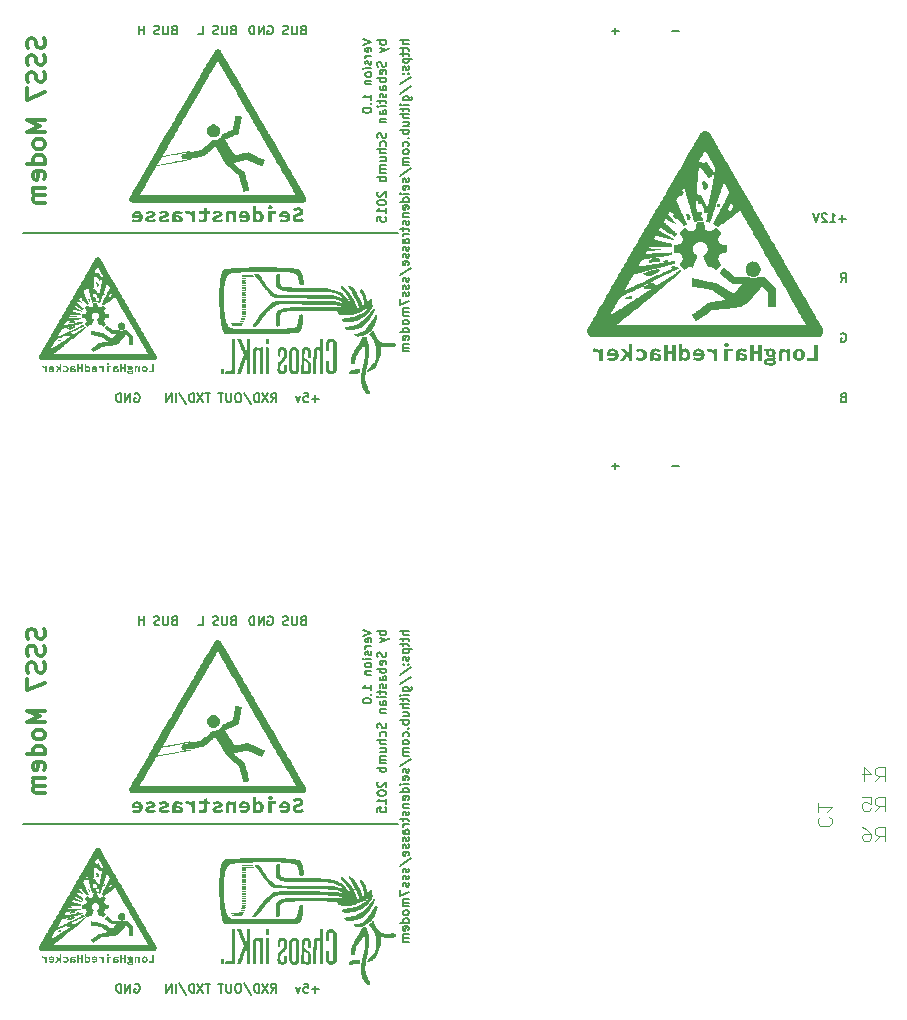
<source format=gbo>
G04 This is an RS-274x file exported by *
G04 gerbv version 2.6.1 *
G04 More information is available about gerbv at *
G04 http://gerbv.geda-project.org/ *
G04 --End of header info--*
%MOIN*%
%FSLAX34Y34*%
%IPPOS*%
G04 --Define apertures--*
%ADD10C,0.0059*%
%ADD11C,0.0079*%
%ADD12C,0.0074*%
%ADD13C,0.0148*%
%ADD14C,0.0001*%
%ADD15C,0.0040*%
G04 --Start main section--*
G54D11*
G01X0000250Y-009250D02*
G01X0012750Y-009250D01*
G54D12*
G01X0007256Y-002464D02*
G01X0007214Y-002478D01*
G01X0007214Y-002478D02*
G01X0007199Y-002492D01*
G01X0007199Y-002492D02*
G01X0007185Y-002521D01*
G01X0007185Y-002521D02*
G01X0007185Y-002563D01*
G01X0007185Y-002563D02*
G01X0007199Y-002591D01*
G01X0007199Y-002591D02*
G01X0007214Y-002605D01*
G01X0007214Y-002605D02*
G01X0007242Y-002619D01*
G01X0007242Y-002619D02*
G01X0007354Y-002619D01*
G01X0007354Y-002619D02*
G01X0007354Y-002324D01*
G01X0007354Y-002324D02*
G01X0007256Y-002324D01*
G01X0007256Y-002324D02*
G01X0007228Y-002338D01*
G01X0007228Y-002338D02*
G01X0007214Y-002352D01*
G01X0007214Y-002352D02*
G01X0007199Y-002380D01*
G01X0007199Y-002380D02*
G01X0007199Y-002408D01*
G01X0007199Y-002408D02*
G01X0007214Y-002436D01*
G01X0007214Y-002436D02*
G01X0007228Y-002450D01*
G01X0007228Y-002450D02*
G01X0007256Y-002464D01*
G01X0007256Y-002464D02*
G01X0007354Y-002464D01*
G01X0007059Y-002324D02*
G01X0007059Y-002563D01*
G01X0007059Y-002563D02*
G01X0007045Y-002591D01*
G01X0007045Y-002591D02*
G01X0007031Y-002605D01*
G01X0007031Y-002605D02*
G01X0007003Y-002619D01*
G01X0007003Y-002619D02*
G01X0006946Y-002619D01*
G01X0006946Y-002619D02*
G01X0006918Y-002605D01*
G01X0006918Y-002605D02*
G01X0006904Y-002591D01*
G01X0006904Y-002591D02*
G01X0006890Y-002563D01*
G01X0006890Y-002563D02*
G01X0006890Y-002324D01*
G01X0006764Y-002605D02*
G01X0006721Y-002619D01*
G01X0006721Y-002619D02*
G01X0006651Y-002619D01*
G01X0006651Y-002619D02*
G01X0006623Y-002605D01*
G01X0006623Y-002605D02*
G01X0006609Y-002591D01*
G01X0006609Y-002591D02*
G01X0006595Y-002563D01*
G01X0006595Y-002563D02*
G01X0006595Y-002535D01*
G01X0006595Y-002535D02*
G01X0006609Y-002507D01*
G01X0006609Y-002507D02*
G01X0006623Y-002492D01*
G01X0006623Y-002492D02*
G01X0006651Y-002478D01*
G01X0006651Y-002478D02*
G01X0006707Y-002464D01*
G01X0006707Y-002464D02*
G01X0006735Y-002450D01*
G01X0006735Y-002450D02*
G01X0006750Y-002436D01*
G01X0006750Y-002436D02*
G01X0006764Y-002408D01*
G01X0006764Y-002408D02*
G01X0006764Y-002380D01*
G01X0006764Y-002380D02*
G01X0006750Y-002352D01*
G01X0006750Y-002352D02*
G01X0006735Y-002338D01*
G01X0006735Y-002338D02*
G01X0006707Y-002324D01*
G01X0006707Y-002324D02*
G01X0006637Y-002324D01*
G01X0006637Y-002324D02*
G01X0006595Y-002338D01*
G01X0006103Y-002619D02*
G01X0006243Y-002619D01*
G01X0006243Y-002619D02*
G01X0006243Y-002324D01*
G01X0005291Y-002464D02*
G01X0005249Y-002478D01*
G01X0005249Y-002478D02*
G01X0005235Y-002492D01*
G01X0005235Y-002492D02*
G01X0005221Y-002521D01*
G01X0005221Y-002521D02*
G01X0005221Y-002563D01*
G01X0005221Y-002563D02*
G01X0005235Y-002591D01*
G01X0005235Y-002591D02*
G01X0005249Y-002605D01*
G01X0005249Y-002605D02*
G01X0005277Y-002619D01*
G01X0005277Y-002619D02*
G01X0005389Y-002619D01*
G01X0005389Y-002619D02*
G01X0005389Y-002324D01*
G01X0005389Y-002324D02*
G01X0005291Y-002324D01*
G01X0005291Y-002324D02*
G01X0005263Y-002338D01*
G01X0005263Y-002338D02*
G01X0005249Y-002352D01*
G01X0005249Y-002352D02*
G01X0005235Y-002380D01*
G01X0005235Y-002380D02*
G01X0005235Y-002408D01*
G01X0005235Y-002408D02*
G01X0005249Y-002436D01*
G01X0005249Y-002436D02*
G01X0005263Y-002450D01*
G01X0005263Y-002450D02*
G01X0005291Y-002464D01*
G01X0005291Y-002464D02*
G01X0005389Y-002464D01*
G01X0005094Y-002324D02*
G01X0005094Y-002563D01*
G01X0005094Y-002563D02*
G01X0005080Y-002591D01*
G01X0005080Y-002591D02*
G01X0005066Y-002605D01*
G01X0005066Y-002605D02*
G01X0005038Y-002619D01*
G01X0005038Y-002619D02*
G01X0004982Y-002619D01*
G01X0004982Y-002619D02*
G01X0004953Y-002605D01*
G01X0004953Y-002605D02*
G01X0004939Y-002591D01*
G01X0004939Y-002591D02*
G01X0004925Y-002563D01*
G01X0004925Y-002563D02*
G01X0004925Y-002324D01*
G01X0004799Y-002605D02*
G01X0004757Y-002619D01*
G01X0004757Y-002619D02*
G01X0004686Y-002619D01*
G01X0004686Y-002619D02*
G01X0004658Y-002605D01*
G01X0004658Y-002605D02*
G01X0004644Y-002591D01*
G01X0004644Y-002591D02*
G01X0004630Y-002563D01*
G01X0004630Y-002563D02*
G01X0004630Y-002535D01*
G01X0004630Y-002535D02*
G01X0004644Y-002507D01*
G01X0004644Y-002507D02*
G01X0004658Y-002492D01*
G01X0004658Y-002492D02*
G01X0004686Y-002478D01*
G01X0004686Y-002478D02*
G01X0004742Y-002464D01*
G01X0004742Y-002464D02*
G01X0004771Y-002450D01*
G01X0004771Y-002450D02*
G01X0004785Y-002436D01*
G01X0004785Y-002436D02*
G01X0004799Y-002408D01*
G01X0004799Y-002408D02*
G01X0004799Y-002380D01*
G01X0004799Y-002380D02*
G01X0004785Y-002352D01*
G01X0004785Y-002352D02*
G01X0004771Y-002338D01*
G01X0004771Y-002338D02*
G01X0004742Y-002324D01*
G01X0004742Y-002324D02*
G01X0004672Y-002324D01*
G01X0004672Y-002324D02*
G01X0004630Y-002338D01*
G01X0004278Y-002619D02*
G01X0004278Y-002324D01*
G01X0004278Y-002464D02*
G01X0004110Y-002464D01*
G01X0004110Y-002619D02*
G01X0004110Y-002324D01*
G01X0009586Y-002464D02*
G01X0009544Y-002478D01*
G01X0009544Y-002478D02*
G01X0009530Y-002492D01*
G01X0009530Y-002492D02*
G01X0009516Y-002521D01*
G01X0009516Y-002521D02*
G01X0009516Y-002563D01*
G01X0009516Y-002563D02*
G01X0009530Y-002591D01*
G01X0009530Y-002591D02*
G01X0009544Y-002605D01*
G01X0009544Y-002605D02*
G01X0009572Y-002619D01*
G01X0009572Y-002619D02*
G01X0009685Y-002619D01*
G01X0009685Y-002619D02*
G01X0009685Y-002324D01*
G01X0009685Y-002324D02*
G01X0009586Y-002324D01*
G01X0009586Y-002324D02*
G01X0009558Y-002338D01*
G01X0009558Y-002338D02*
G01X0009544Y-002352D01*
G01X0009544Y-002352D02*
G01X0009530Y-002380D01*
G01X0009530Y-002380D02*
G01X0009530Y-002408D01*
G01X0009530Y-002408D02*
G01X0009544Y-002436D01*
G01X0009544Y-002436D02*
G01X0009558Y-002450D01*
G01X0009558Y-002450D02*
G01X0009586Y-002464D01*
G01X0009586Y-002464D02*
G01X0009685Y-002464D01*
G01X0009389Y-002324D02*
G01X0009389Y-002563D01*
G01X0009389Y-002563D02*
G01X0009375Y-002591D01*
G01X0009375Y-002591D02*
G01X0009361Y-002605D01*
G01X0009361Y-002605D02*
G01X0009333Y-002619D01*
G01X0009333Y-002619D02*
G01X0009277Y-002619D01*
G01X0009277Y-002619D02*
G01X0009249Y-002605D01*
G01X0009249Y-002605D02*
G01X0009235Y-002591D01*
G01X0009235Y-002591D02*
G01X0009221Y-002563D01*
G01X0009221Y-002563D02*
G01X0009221Y-002324D01*
G01X0009094Y-002605D02*
G01X0009052Y-002619D01*
G01X0009052Y-002619D02*
G01X0008982Y-002619D01*
G01X0008982Y-002619D02*
G01X0008953Y-002605D01*
G01X0008953Y-002605D02*
G01X0008939Y-002591D01*
G01X0008939Y-002591D02*
G01X0008925Y-002563D01*
G01X0008925Y-002563D02*
G01X0008925Y-002535D01*
G01X0008925Y-002535D02*
G01X0008939Y-002507D01*
G01X0008939Y-002507D02*
G01X0008953Y-002492D01*
G01X0008953Y-002492D02*
G01X0008982Y-002478D01*
G01X0008982Y-002478D02*
G01X0009038Y-002464D01*
G01X0009038Y-002464D02*
G01X0009066Y-002450D01*
G01X0009066Y-002450D02*
G01X0009080Y-002436D01*
G01X0009080Y-002436D02*
G01X0009094Y-002408D01*
G01X0009094Y-002408D02*
G01X0009094Y-002380D01*
G01X0009094Y-002380D02*
G01X0009080Y-002352D01*
G01X0009080Y-002352D02*
G01X0009066Y-002338D01*
G01X0009066Y-002338D02*
G01X0009038Y-002324D01*
G01X0009038Y-002324D02*
G01X0008967Y-002324D01*
G01X0008967Y-002324D02*
G01X0008925Y-002338D01*
G01X0008419Y-002338D02*
G01X0008447Y-002324D01*
G01X0008447Y-002324D02*
G01X0008489Y-002324D01*
G01X0008489Y-002324D02*
G01X0008532Y-002338D01*
G01X0008532Y-002338D02*
G01X0008560Y-002366D01*
G01X0008560Y-002366D02*
G01X0008574Y-002394D01*
G01X0008574Y-002394D02*
G01X0008588Y-002450D01*
G01X0008588Y-002450D02*
G01X0008588Y-002492D01*
G01X0008588Y-002492D02*
G01X0008574Y-002549D01*
G01X0008574Y-002549D02*
G01X0008560Y-002577D01*
G01X0008560Y-002577D02*
G01X0008532Y-002605D01*
G01X0008532Y-002605D02*
G01X0008489Y-002619D01*
G01X0008489Y-002619D02*
G01X0008461Y-002619D01*
G01X0008461Y-002619D02*
G01X0008419Y-002605D01*
G01X0008419Y-002605D02*
G01X0008405Y-002591D01*
G01X0008405Y-002591D02*
G01X0008405Y-002492D01*
G01X0008405Y-002492D02*
G01X0008461Y-002492D01*
G01X0008278Y-002619D02*
G01X0008278Y-002324D01*
G01X0008278Y-002324D02*
G01X0008110Y-002619D01*
G01X0008110Y-002619D02*
G01X0008110Y-002324D01*
G01X0007969Y-002619D02*
G01X0007969Y-002324D01*
G01X0007969Y-002324D02*
G01X0007899Y-002324D01*
G01X0007899Y-002324D02*
G01X0007857Y-002338D01*
G01X0007857Y-002338D02*
G01X0007829Y-002366D01*
G01X0007829Y-002366D02*
G01X0007814Y-002394D01*
G01X0007814Y-002394D02*
G01X0007800Y-002450D01*
G01X0007800Y-002450D02*
G01X0007800Y-002492D01*
G01X0007800Y-002492D02*
G01X0007814Y-002549D01*
G01X0007814Y-002549D02*
G01X0007829Y-002577D01*
G01X0007829Y-002577D02*
G01X0007857Y-002605D01*
G01X0007857Y-002605D02*
G01X0007899Y-002619D01*
G01X0007899Y-002619D02*
G01X0007969Y-002619D01*
G01X0003974Y-014588D02*
G01X0004003Y-014574D01*
G01X0004003Y-014574D02*
G01X0004045Y-014574D01*
G01X0004045Y-014574D02*
G01X0004087Y-014588D01*
G01X0004087Y-014588D02*
G01X0004115Y-014616D01*
G01X0004115Y-014616D02*
G01X0004129Y-014644D01*
G01X0004129Y-014644D02*
G01X0004143Y-014700D01*
G01X0004143Y-014700D02*
G01X0004143Y-014742D01*
G01X0004143Y-014742D02*
G01X0004129Y-014799D01*
G01X0004129Y-014799D02*
G01X0004115Y-014827D01*
G01X0004115Y-014827D02*
G01X0004087Y-014855D01*
G01X0004087Y-014855D02*
G01X0004045Y-014869D01*
G01X0004045Y-014869D02*
G01X0004017Y-014869D01*
G01X0004017Y-014869D02*
G01X0003974Y-014855D01*
G01X0003974Y-014855D02*
G01X0003960Y-014841D01*
G01X0003960Y-014841D02*
G01X0003960Y-014742D01*
G01X0003960Y-014742D02*
G01X0004017Y-014742D01*
G01X0003834Y-014869D02*
G01X0003834Y-014574D01*
G01X0003834Y-014574D02*
G01X0003665Y-014869D01*
G01X0003665Y-014869D02*
G01X0003665Y-014574D01*
G01X0003525Y-014869D02*
G01X0003525Y-014574D01*
G01X0003525Y-014574D02*
G01X0003454Y-014574D01*
G01X0003454Y-014574D02*
G01X0003412Y-014588D01*
G01X0003412Y-014588D02*
G01X0003384Y-014616D01*
G01X0003384Y-014616D02*
G01X0003370Y-014644D01*
G01X0003370Y-014644D02*
G01X0003356Y-014700D01*
G01X0003356Y-014700D02*
G01X0003356Y-014742D01*
G01X0003356Y-014742D02*
G01X0003370Y-014799D01*
G01X0003370Y-014799D02*
G01X0003384Y-014827D01*
G01X0003384Y-014827D02*
G01X0003412Y-014855D01*
G01X0003412Y-014855D02*
G01X0003454Y-014869D01*
G01X0003454Y-014869D02*
G01X0003525Y-014869D01*
G01X0010115Y-014757D02*
G01X0009890Y-014757D01*
G01X0010003Y-014869D02*
G01X0010003Y-014644D01*
G01X0009609Y-014574D02*
G01X0009750Y-014574D01*
G01X0009750Y-014574D02*
G01X0009764Y-014714D01*
G01X0009764Y-014714D02*
G01X0009750Y-014700D01*
G01X0009750Y-014700D02*
G01X0009721Y-014686D01*
G01X0009721Y-014686D02*
G01X0009651Y-014686D01*
G01X0009651Y-014686D02*
G01X0009623Y-014700D01*
G01X0009623Y-014700D02*
G01X0009609Y-014714D01*
G01X0009609Y-014714D02*
G01X0009595Y-014742D01*
G01X0009595Y-014742D02*
G01X0009595Y-014813D01*
G01X0009595Y-014813D02*
G01X0009609Y-014841D01*
G01X0009609Y-014841D02*
G01X0009623Y-014855D01*
G01X0009623Y-014855D02*
G01X0009651Y-014869D01*
G01X0009651Y-014869D02*
G01X0009721Y-014869D01*
G01X0009721Y-014869D02*
G01X0009750Y-014855D01*
G01X0009750Y-014855D02*
G01X0009764Y-014841D01*
G01X0009496Y-014672D02*
G01X0009426Y-014869D01*
G01X0009426Y-014869D02*
G01X0009356Y-014672D01*
G01X0008523Y-014869D02*
G01X0008621Y-014728D01*
G01X0008692Y-014869D02*
G01X0008692Y-014574D01*
G01X0008692Y-014574D02*
G01X0008579Y-014574D01*
G01X0008579Y-014574D02*
G01X0008551Y-014588D01*
G01X0008551Y-014588D02*
G01X0008537Y-014602D01*
G01X0008537Y-014602D02*
G01X0008523Y-014630D01*
G01X0008523Y-014630D02*
G01X0008523Y-014672D01*
G01X0008523Y-014672D02*
G01X0008537Y-014700D01*
G01X0008537Y-014700D02*
G01X0008551Y-014714D01*
G01X0008551Y-014714D02*
G01X0008579Y-014728D01*
G01X0008579Y-014728D02*
G01X0008692Y-014728D01*
G01X0008424Y-014574D02*
G01X0008228Y-014869D01*
G01X0008228Y-014574D02*
G01X0008424Y-014869D01*
G01X0008115Y-014869D02*
G01X0008115Y-014574D01*
G01X0008115Y-014574D02*
G01X0008045Y-014574D01*
G01X0008045Y-014574D02*
G01X0008003Y-014588D01*
G01X0008003Y-014588D02*
G01X0007974Y-014616D01*
G01X0007974Y-014616D02*
G01X0007960Y-014644D01*
G01X0007960Y-014644D02*
G01X0007946Y-014700D01*
G01X0007946Y-014700D02*
G01X0007946Y-014742D01*
G01X0007946Y-014742D02*
G01X0007960Y-014799D01*
G01X0007960Y-014799D02*
G01X0007974Y-014827D01*
G01X0007974Y-014827D02*
G01X0008003Y-014855D01*
G01X0008003Y-014855D02*
G01X0008045Y-014869D01*
G01X0008045Y-014869D02*
G01X0008115Y-014869D01*
G01X0007609Y-014560D02*
G01X0007862Y-014939D01*
G01X0007454Y-014574D02*
G01X0007398Y-014574D01*
G01X0007398Y-014574D02*
G01X0007370Y-014588D01*
G01X0007370Y-014588D02*
G01X0007342Y-014616D01*
G01X0007342Y-014616D02*
G01X0007328Y-014672D01*
G01X0007328Y-014672D02*
G01X0007328Y-014771D01*
G01X0007328Y-014771D02*
G01X0007342Y-014827D01*
G01X0007342Y-014827D02*
G01X0007370Y-014855D01*
G01X0007370Y-014855D02*
G01X0007398Y-014869D01*
G01X0007398Y-014869D02*
G01X0007454Y-014869D01*
G01X0007454Y-014869D02*
G01X0007482Y-014855D01*
G01X0007482Y-014855D02*
G01X0007510Y-014827D01*
G01X0007510Y-014827D02*
G01X0007525Y-014771D01*
G01X0007525Y-014771D02*
G01X0007525Y-014672D01*
G01X0007525Y-014672D02*
G01X0007510Y-014616D01*
G01X0007510Y-014616D02*
G01X0007482Y-014588D01*
G01X0007482Y-014588D02*
G01X0007454Y-014574D01*
G01X0007201Y-014574D02*
G01X0007201Y-014813D01*
G01X0007201Y-014813D02*
G01X0007187Y-014841D01*
G01X0007187Y-014841D02*
G01X0007173Y-014855D01*
G01X0007173Y-014855D02*
G01X0007145Y-014869D01*
G01X0007145Y-014869D02*
G01X0007089Y-014869D01*
G01X0007089Y-014869D02*
G01X0007061Y-014855D01*
G01X0007061Y-014855D02*
G01X0007046Y-014841D01*
G01X0007046Y-014841D02*
G01X0007032Y-014813D01*
G01X0007032Y-014813D02*
G01X0007032Y-014574D01*
G01X0006934Y-014574D02*
G01X0006765Y-014574D01*
G01X0006850Y-014869D02*
G01X0006850Y-014574D01*
G01X0006502Y-014574D02*
G01X0006333Y-014574D01*
G01X0006417Y-014869D02*
G01X0006417Y-014574D01*
G01X0006263Y-014574D02*
G01X0006066Y-014869D01*
G01X0006066Y-014574D02*
G01X0006263Y-014869D01*
G01X0005953Y-014869D02*
G01X0005953Y-014574D01*
G01X0005953Y-014574D02*
G01X0005883Y-014574D01*
G01X0005883Y-014574D02*
G01X0005841Y-014588D01*
G01X0005841Y-014588D02*
G01X0005813Y-014616D01*
G01X0005813Y-014616D02*
G01X0005799Y-014644D01*
G01X0005799Y-014644D02*
G01X0005785Y-014700D01*
G01X0005785Y-014700D02*
G01X0005785Y-014742D01*
G01X0005785Y-014742D02*
G01X0005799Y-014799D01*
G01X0005799Y-014799D02*
G01X0005813Y-014827D01*
G01X0005813Y-014827D02*
G01X0005841Y-014855D01*
G01X0005841Y-014855D02*
G01X0005883Y-014869D01*
G01X0005883Y-014869D02*
G01X0005953Y-014869D01*
G01X0005447Y-014560D02*
G01X0005700Y-014939D01*
G01X0005349Y-014869D02*
G01X0005349Y-014574D01*
G01X0005208Y-014869D02*
G01X0005208Y-014574D01*
G01X0005208Y-014574D02*
G01X0005039Y-014869D01*
G01X0005039Y-014869D02*
G01X0005039Y-014574D01*
G01X0013119Y-002820D02*
G01X0012824Y-002820D01*
G01X0013119Y-002946D02*
G01X0012964Y-002946D01*
G01X0012964Y-002946D02*
G01X0012936Y-002932D01*
G01X0012936Y-002932D02*
G01X0012922Y-002904D01*
G01X0012922Y-002904D02*
G01X0012922Y-002862D01*
G01X0012922Y-002862D02*
G01X0012936Y-002834D01*
G01X0012936Y-002834D02*
G01X0012950Y-002820D01*
G01X0012922Y-003045D02*
G01X0012922Y-003157D01*
G01X0012824Y-003087D02*
G01X0013077Y-003087D01*
G01X0013077Y-003087D02*
G01X0013105Y-003101D01*
G01X0013105Y-003101D02*
G01X0013119Y-003129D01*
G01X0013119Y-003129D02*
G01X0013119Y-003157D01*
G01X0012922Y-003214D02*
G01X0012922Y-003326D01*
G01X0012824Y-003256D02*
G01X0013077Y-003256D01*
G01X0013077Y-003256D02*
G01X0013105Y-003270D01*
G01X0013105Y-003270D02*
G01X0013119Y-003298D01*
G01X0013119Y-003298D02*
G01X0013119Y-003326D01*
G01X0012922Y-003424D02*
G01X0013217Y-003424D01*
G01X0012936Y-003424D02*
G01X0012922Y-003453D01*
G01X0012922Y-003453D02*
G01X0012922Y-003509D01*
G01X0012922Y-003509D02*
G01X0012936Y-003537D01*
G01X0012936Y-003537D02*
G01X0012950Y-003551D01*
G01X0012950Y-003551D02*
G01X0012978Y-003565D01*
G01X0012978Y-003565D02*
G01X0013063Y-003565D01*
G01X0013063Y-003565D02*
G01X0013091Y-003551D01*
G01X0013091Y-003551D02*
G01X0013105Y-003537D01*
G01X0013105Y-003537D02*
G01X0013119Y-003509D01*
G01X0013119Y-003509D02*
G01X0013119Y-003453D01*
G01X0013119Y-003453D02*
G01X0013105Y-003424D01*
G01X0013105Y-003678D02*
G01X0013119Y-003706D01*
G01X0013119Y-003706D02*
G01X0013119Y-003762D01*
G01X0013119Y-003762D02*
G01X0013105Y-003790D01*
G01X0013105Y-003790D02*
G01X0013077Y-003804D01*
G01X0013077Y-003804D02*
G01X0013063Y-003804D01*
G01X0013063Y-003804D02*
G01X0013035Y-003790D01*
G01X0013035Y-003790D02*
G01X0013021Y-003762D01*
G01X0013021Y-003762D02*
G01X0013021Y-003720D01*
G01X0013021Y-003720D02*
G01X0013007Y-003692D01*
G01X0013007Y-003692D02*
G01X0012978Y-003678D01*
G01X0012978Y-003678D02*
G01X0012964Y-003678D01*
G01X0012964Y-003678D02*
G01X0012936Y-003692D01*
G01X0012936Y-003692D02*
G01X0012922Y-003720D01*
G01X0012922Y-003720D02*
G01X0012922Y-003762D01*
G01X0012922Y-003762D02*
G01X0012936Y-003790D01*
G01X0013091Y-003931D02*
G01X0013105Y-003945D01*
G01X0013105Y-003945D02*
G01X0013119Y-003931D01*
G01X0013119Y-003931D02*
G01X0013105Y-003917D01*
G01X0013105Y-003917D02*
G01X0013091Y-003931D01*
G01X0013091Y-003931D02*
G01X0013119Y-003931D01*
G01X0012936Y-003931D02*
G01X0012950Y-003945D01*
G01X0012950Y-003945D02*
G01X0012964Y-003931D01*
G01X0012964Y-003931D02*
G01X0012950Y-003917D01*
G01X0012950Y-003917D02*
G01X0012936Y-003931D01*
G01X0012936Y-003931D02*
G01X0012964Y-003931D01*
G01X0012810Y-004282D02*
G01X0013189Y-004029D01*
G01X0012810Y-004591D02*
G01X0013189Y-004338D01*
G01X0012922Y-004816D02*
G01X0013161Y-004816D01*
G01X0013161Y-004816D02*
G01X0013189Y-004802D01*
G01X0013189Y-004802D02*
G01X0013203Y-004788D01*
G01X0013203Y-004788D02*
G01X0013217Y-004760D01*
G01X0013217Y-004760D02*
G01X0013217Y-004718D01*
G01X0013217Y-004718D02*
G01X0013203Y-004690D01*
G01X0013105Y-004816D02*
G01X0013119Y-004788D01*
G01X0013119Y-004788D02*
G01X0013119Y-004732D01*
G01X0013119Y-004732D02*
G01X0013105Y-004704D01*
G01X0013105Y-004704D02*
G01X0013091Y-004690D01*
G01X0013091Y-004690D02*
G01X0013063Y-004676D01*
G01X0013063Y-004676D02*
G01X0012978Y-004676D01*
G01X0012978Y-004676D02*
G01X0012950Y-004690D01*
G01X0012950Y-004690D02*
G01X0012936Y-004704D01*
G01X0012936Y-004704D02*
G01X0012922Y-004732D01*
G01X0012922Y-004732D02*
G01X0012922Y-004788D01*
G01X0012922Y-004788D02*
G01X0012936Y-004816D01*
G01X0013119Y-004957D02*
G01X0012922Y-004957D01*
G01X0012824Y-004957D02*
G01X0012838Y-004943D01*
G01X0012838Y-004943D02*
G01X0012852Y-004957D01*
G01X0012852Y-004957D02*
G01X0012838Y-004971D01*
G01X0012838Y-004971D02*
G01X0012824Y-004957D01*
G01X0012824Y-004957D02*
G01X0012852Y-004957D01*
G01X0012922Y-005055D02*
G01X0012922Y-005168D01*
G01X0012824Y-005098D02*
G01X0013077Y-005098D01*
G01X0013077Y-005098D02*
G01X0013105Y-005112D01*
G01X0013105Y-005112D02*
G01X0013119Y-005140D01*
G01X0013119Y-005140D02*
G01X0013119Y-005168D01*
G01X0013119Y-005266D02*
G01X0012824Y-005266D01*
G01X0013119Y-005393D02*
G01X0012964Y-005393D01*
G01X0012964Y-005393D02*
G01X0012936Y-005379D01*
G01X0012936Y-005379D02*
G01X0012922Y-005351D01*
G01X0012922Y-005351D02*
G01X0012922Y-005309D01*
G01X0012922Y-005309D02*
G01X0012936Y-005280D01*
G01X0012936Y-005280D02*
G01X0012950Y-005266D01*
G01X0012922Y-005660D02*
G01X0013119Y-005660D01*
G01X0012922Y-005534D02*
G01X0013077Y-005534D01*
G01X0013077Y-005534D02*
G01X0013105Y-005548D01*
G01X0013105Y-005548D02*
G01X0013119Y-005576D01*
G01X0013119Y-005576D02*
G01X0013119Y-005618D01*
G01X0013119Y-005618D02*
G01X0013105Y-005646D01*
G01X0013105Y-005646D02*
G01X0013091Y-005660D01*
G01X0013119Y-005801D02*
G01X0012824Y-005801D01*
G01X0012936Y-005801D02*
G01X0012922Y-005829D01*
G01X0012922Y-005829D02*
G01X0012922Y-005885D01*
G01X0012922Y-005885D02*
G01X0012936Y-005913D01*
G01X0012936Y-005913D02*
G01X0012950Y-005927D01*
G01X0012950Y-005927D02*
G01X0012978Y-005941D01*
G01X0012978Y-005941D02*
G01X0013063Y-005941D01*
G01X0013063Y-005941D02*
G01X0013091Y-005927D01*
G01X0013091Y-005927D02*
G01X0013105Y-005913D01*
G01X0013105Y-005913D02*
G01X0013119Y-005885D01*
G01X0013119Y-005885D02*
G01X0013119Y-005829D01*
G01X0013119Y-005829D02*
G01X0013105Y-005801D01*
G01X0013091Y-006068D02*
G01X0013105Y-006082D01*
G01X0013105Y-006082D02*
G01X0013119Y-006068D01*
G01X0013119Y-006068D02*
G01X0013105Y-006054D01*
G01X0013105Y-006054D02*
G01X0013091Y-006068D01*
G01X0013091Y-006068D02*
G01X0013119Y-006068D01*
G01X0013105Y-006335D02*
G01X0013119Y-006307D01*
G01X0013119Y-006307D02*
G01X0013119Y-006251D01*
G01X0013119Y-006251D02*
G01X0013105Y-006223D01*
G01X0013105Y-006223D02*
G01X0013091Y-006208D01*
G01X0013091Y-006208D02*
G01X0013063Y-006194D01*
G01X0013063Y-006194D02*
G01X0012978Y-006194D01*
G01X0012978Y-006194D02*
G01X0012950Y-006208D01*
G01X0012950Y-006208D02*
G01X0012936Y-006223D01*
G01X0012936Y-006223D02*
G01X0012922Y-006251D01*
G01X0012922Y-006251D02*
G01X0012922Y-006307D01*
G01X0012922Y-006307D02*
G01X0012936Y-006335D01*
G01X0013119Y-006504D02*
G01X0013105Y-006476D01*
G01X0013105Y-006476D02*
G01X0013091Y-006462D01*
G01X0013091Y-006462D02*
G01X0013063Y-006447D01*
G01X0013063Y-006447D02*
G01X0012978Y-006447D01*
G01X0012978Y-006447D02*
G01X0012950Y-006462D01*
G01X0012950Y-006462D02*
G01X0012936Y-006476D01*
G01X0012936Y-006476D02*
G01X0012922Y-006504D01*
G01X0012922Y-006504D02*
G01X0012922Y-006546D01*
G01X0012922Y-006546D02*
G01X0012936Y-006574D01*
G01X0012936Y-006574D02*
G01X0012950Y-006588D01*
G01X0012950Y-006588D02*
G01X0012978Y-006602D01*
G01X0012978Y-006602D02*
G01X0013063Y-006602D01*
G01X0013063Y-006602D02*
G01X0013091Y-006588D01*
G01X0013091Y-006588D02*
G01X0013105Y-006574D01*
G01X0013105Y-006574D02*
G01X0013119Y-006546D01*
G01X0013119Y-006546D02*
G01X0013119Y-006504D01*
G01X0013119Y-006729D02*
G01X0012922Y-006729D01*
G01X0012950Y-006729D02*
G01X0012936Y-006743D01*
G01X0012936Y-006743D02*
G01X0012922Y-006771D01*
G01X0012922Y-006771D02*
G01X0012922Y-006813D01*
G01X0012922Y-006813D02*
G01X0012936Y-006841D01*
G01X0012936Y-006841D02*
G01X0012964Y-006855D01*
G01X0012964Y-006855D02*
G01X0013119Y-006855D01*
G01X0012964Y-006855D02*
G01X0012936Y-006869D01*
G01X0012936Y-006869D02*
G01X0012922Y-006897D01*
G01X0012922Y-006897D02*
G01X0012922Y-006940D01*
G01X0012922Y-006940D02*
G01X0012936Y-006968D01*
G01X0012936Y-006968D02*
G01X0012964Y-006982D01*
G01X0012964Y-006982D02*
G01X0013119Y-006982D01*
G01X0012810Y-007333D02*
G01X0013189Y-007080D01*
G01X0013105Y-007418D02*
G01X0013119Y-007446D01*
G01X0013119Y-007446D02*
G01X0013119Y-007502D01*
G01X0013119Y-007502D02*
G01X0013105Y-007530D01*
G01X0013105Y-007530D02*
G01X0013077Y-007544D01*
G01X0013077Y-007544D02*
G01X0013063Y-007544D01*
G01X0013063Y-007544D02*
G01X0013035Y-007530D01*
G01X0013035Y-007530D02*
G01X0013021Y-007502D01*
G01X0013021Y-007502D02*
G01X0013021Y-007460D01*
G01X0013021Y-007460D02*
G01X0013007Y-007432D01*
G01X0013007Y-007432D02*
G01X0012978Y-007418D01*
G01X0012978Y-007418D02*
G01X0012964Y-007418D01*
G01X0012964Y-007418D02*
G01X0012936Y-007432D01*
G01X0012936Y-007432D02*
G01X0012922Y-007460D01*
G01X0012922Y-007460D02*
G01X0012922Y-007502D01*
G01X0012922Y-007502D02*
G01X0012936Y-007530D01*
G01X0013105Y-007783D02*
G01X0013119Y-007755D01*
G01X0013119Y-007755D02*
G01X0013119Y-007699D01*
G01X0013119Y-007699D02*
G01X0013105Y-007671D01*
G01X0013105Y-007671D02*
G01X0013077Y-007657D01*
G01X0013077Y-007657D02*
G01X0012964Y-007657D01*
G01X0012964Y-007657D02*
G01X0012936Y-007671D01*
G01X0012936Y-007671D02*
G01X0012922Y-007699D01*
G01X0012922Y-007699D02*
G01X0012922Y-007755D01*
G01X0012922Y-007755D02*
G01X0012936Y-007783D01*
G01X0012936Y-007783D02*
G01X0012964Y-007797D01*
G01X0012964Y-007797D02*
G01X0012992Y-007797D01*
G01X0012992Y-007797D02*
G01X0013021Y-007657D01*
G01X0013119Y-007924D02*
G01X0012922Y-007924D01*
G01X0012824Y-007924D02*
G01X0012838Y-007910D01*
G01X0012838Y-007910D02*
G01X0012852Y-007924D01*
G01X0012852Y-007924D02*
G01X0012838Y-007938D01*
G01X0012838Y-007938D02*
G01X0012824Y-007924D01*
G01X0012824Y-007924D02*
G01X0012852Y-007924D01*
G01X0013119Y-008191D02*
G01X0012824Y-008191D01*
G01X0013105Y-008191D02*
G01X0013119Y-008163D01*
G01X0013119Y-008163D02*
G01X0013119Y-008107D01*
G01X0013119Y-008107D02*
G01X0013105Y-008079D01*
G01X0013105Y-008079D02*
G01X0013091Y-008064D01*
G01X0013091Y-008064D02*
G01X0013063Y-008050D01*
G01X0013063Y-008050D02*
G01X0012978Y-008050D01*
G01X0012978Y-008050D02*
G01X0012950Y-008064D01*
G01X0012950Y-008064D02*
G01X0012936Y-008079D01*
G01X0012936Y-008079D02*
G01X0012922Y-008107D01*
G01X0012922Y-008107D02*
G01X0012922Y-008163D01*
G01X0012922Y-008163D02*
G01X0012936Y-008191D01*
G01X0013105Y-008444D02*
G01X0013119Y-008416D01*
G01X0013119Y-008416D02*
G01X0013119Y-008360D01*
G01X0013119Y-008360D02*
G01X0013105Y-008332D01*
G01X0013105Y-008332D02*
G01X0013077Y-008318D01*
G01X0013077Y-008318D02*
G01X0012964Y-008318D01*
G01X0012964Y-008318D02*
G01X0012936Y-008332D01*
G01X0012936Y-008332D02*
G01X0012922Y-008360D01*
G01X0012922Y-008360D02*
G01X0012922Y-008416D01*
G01X0012922Y-008416D02*
G01X0012936Y-008444D01*
G01X0012936Y-008444D02*
G01X0012964Y-008458D01*
G01X0012964Y-008458D02*
G01X0012992Y-008458D01*
G01X0012992Y-008458D02*
G01X0013021Y-008318D01*
G01X0012922Y-008585D02*
G01X0013119Y-008585D01*
G01X0012950Y-008585D02*
G01X0012936Y-008599D01*
G01X0012936Y-008599D02*
G01X0012922Y-008627D01*
G01X0012922Y-008627D02*
G01X0012922Y-008669D01*
G01X0012922Y-008669D02*
G01X0012936Y-008697D01*
G01X0012936Y-008697D02*
G01X0012964Y-008711D01*
G01X0012964Y-008711D02*
G01X0013119Y-008711D01*
G01X0013105Y-008838D02*
G01X0013119Y-008866D01*
G01X0013119Y-008866D02*
G01X0013119Y-008922D01*
G01X0013119Y-008922D02*
G01X0013105Y-008950D01*
G01X0013105Y-008950D02*
G01X0013077Y-008964D01*
G01X0013077Y-008964D02*
G01X0013063Y-008964D01*
G01X0013063Y-008964D02*
G01X0013035Y-008950D01*
G01X0013035Y-008950D02*
G01X0013021Y-008922D01*
G01X0013021Y-008922D02*
G01X0013021Y-008880D01*
G01X0013021Y-008880D02*
G01X0013007Y-008852D01*
G01X0013007Y-008852D02*
G01X0012978Y-008838D01*
G01X0012978Y-008838D02*
G01X0012964Y-008838D01*
G01X0012964Y-008838D02*
G01X0012936Y-008852D01*
G01X0012936Y-008852D02*
G01X0012922Y-008880D01*
G01X0012922Y-008880D02*
G01X0012922Y-008922D01*
G01X0012922Y-008922D02*
G01X0012936Y-008950D01*
G01X0012922Y-009049D02*
G01X0012922Y-009161D01*
G01X0012824Y-009091D02*
G01X0013077Y-009091D01*
G01X0013077Y-009091D02*
G01X0013105Y-009105D01*
G01X0013105Y-009105D02*
G01X0013119Y-009133D01*
G01X0013119Y-009133D02*
G01X0013119Y-009161D01*
G01X0013119Y-009260D02*
G01X0012922Y-009260D01*
G01X0012978Y-009260D02*
G01X0012950Y-009274D01*
G01X0012950Y-009274D02*
G01X0012936Y-009288D01*
G01X0012936Y-009288D02*
G01X0012922Y-009316D01*
G01X0012922Y-009316D02*
G01X0012922Y-009344D01*
G01X0013119Y-009569D02*
G01X0012964Y-009569D01*
G01X0012964Y-009569D02*
G01X0012936Y-009555D01*
G01X0012936Y-009555D02*
G01X0012922Y-009527D01*
G01X0012922Y-009527D02*
G01X0012922Y-009471D01*
G01X0012922Y-009471D02*
G01X0012936Y-009442D01*
G01X0013105Y-009569D02*
G01X0013119Y-009541D01*
G01X0013119Y-009541D02*
G01X0013119Y-009471D01*
G01X0013119Y-009471D02*
G01X0013105Y-009442D01*
G01X0013105Y-009442D02*
G01X0013077Y-009428D01*
G01X0013077Y-009428D02*
G01X0013049Y-009428D01*
G01X0013049Y-009428D02*
G01X0013021Y-009442D01*
G01X0013021Y-009442D02*
G01X0013007Y-009471D01*
G01X0013007Y-009471D02*
G01X0013007Y-009541D01*
G01X0013007Y-009541D02*
G01X0012992Y-009569D01*
G01X0013105Y-009696D02*
G01X0013119Y-009724D01*
G01X0013119Y-009724D02*
G01X0013119Y-009780D01*
G01X0013119Y-009780D02*
G01X0013105Y-009808D01*
G01X0013105Y-009808D02*
G01X0013077Y-009822D01*
G01X0013077Y-009822D02*
G01X0013063Y-009822D01*
G01X0013063Y-009822D02*
G01X0013035Y-009808D01*
G01X0013035Y-009808D02*
G01X0013021Y-009780D01*
G01X0013021Y-009780D02*
G01X0013021Y-009738D01*
G01X0013021Y-009738D02*
G01X0013007Y-009710D01*
G01X0013007Y-009710D02*
G01X0012978Y-009696D01*
G01X0012978Y-009696D02*
G01X0012964Y-009696D01*
G01X0012964Y-009696D02*
G01X0012936Y-009710D01*
G01X0012936Y-009710D02*
G01X0012922Y-009738D01*
G01X0012922Y-009738D02*
G01X0012922Y-009780D01*
G01X0012922Y-009780D02*
G01X0012936Y-009808D01*
G01X0013105Y-009935D02*
G01X0013119Y-009963D01*
G01X0013119Y-009963D02*
G01X0013119Y-010019D01*
G01X0013119Y-010019D02*
G01X0013105Y-010047D01*
G01X0013105Y-010047D02*
G01X0013077Y-010061D01*
G01X0013077Y-010061D02*
G01X0013063Y-010061D01*
G01X0013063Y-010061D02*
G01X0013035Y-010047D01*
G01X0013035Y-010047D02*
G01X0013021Y-010019D01*
G01X0013021Y-010019D02*
G01X0013021Y-009977D01*
G01X0013021Y-009977D02*
G01X0013007Y-009949D01*
G01X0013007Y-009949D02*
G01X0012978Y-009935D01*
G01X0012978Y-009935D02*
G01X0012964Y-009935D01*
G01X0012964Y-009935D02*
G01X0012936Y-009949D01*
G01X0012936Y-009949D02*
G01X0012922Y-009977D01*
G01X0012922Y-009977D02*
G01X0012922Y-010019D01*
G01X0012922Y-010019D02*
G01X0012936Y-010047D01*
G01X0013105Y-010300D02*
G01X0013119Y-010272D01*
G01X0013119Y-010272D02*
G01X0013119Y-010216D01*
G01X0013119Y-010216D02*
G01X0013105Y-010188D01*
G01X0013105Y-010188D02*
G01X0013077Y-010174D01*
G01X0013077Y-010174D02*
G01X0012964Y-010174D01*
G01X0012964Y-010174D02*
G01X0012936Y-010188D01*
G01X0012936Y-010188D02*
G01X0012922Y-010216D01*
G01X0012922Y-010216D02*
G01X0012922Y-010272D01*
G01X0012922Y-010272D02*
G01X0012936Y-010300D01*
G01X0012936Y-010300D02*
G01X0012964Y-010314D01*
G01X0012964Y-010314D02*
G01X0012992Y-010314D01*
G01X0012992Y-010314D02*
G01X0013021Y-010174D01*
G01X0012810Y-010652D02*
G01X0013189Y-010399D01*
G01X0013105Y-010736D02*
G01X0013119Y-010764D01*
G01X0013119Y-010764D02*
G01X0013119Y-010820D01*
G01X0013119Y-010820D02*
G01X0013105Y-010848D01*
G01X0013105Y-010848D02*
G01X0013077Y-010863D01*
G01X0013077Y-010863D02*
G01X0013063Y-010863D01*
G01X0013063Y-010863D02*
G01X0013035Y-010848D01*
G01X0013035Y-010848D02*
G01X0013021Y-010820D01*
G01X0013021Y-010820D02*
G01X0013021Y-010778D01*
G01X0013021Y-010778D02*
G01X0013007Y-010750D01*
G01X0013007Y-010750D02*
G01X0012978Y-010736D01*
G01X0012978Y-010736D02*
G01X0012964Y-010736D01*
G01X0012964Y-010736D02*
G01X0012936Y-010750D01*
G01X0012936Y-010750D02*
G01X0012922Y-010778D01*
G01X0012922Y-010778D02*
G01X0012922Y-010820D01*
G01X0012922Y-010820D02*
G01X0012936Y-010848D01*
G01X0013105Y-010975D02*
G01X0013119Y-011003D01*
G01X0013119Y-011003D02*
G01X0013119Y-011059D01*
G01X0013119Y-011059D02*
G01X0013105Y-011088D01*
G01X0013105Y-011088D02*
G01X0013077Y-011102D01*
G01X0013077Y-011102D02*
G01X0013063Y-011102D01*
G01X0013063Y-011102D02*
G01X0013035Y-011088D01*
G01X0013035Y-011088D02*
G01X0013021Y-011059D01*
G01X0013021Y-011059D02*
G01X0013021Y-011017D01*
G01X0013021Y-011017D02*
G01X0013007Y-010989D01*
G01X0013007Y-010989D02*
G01X0012978Y-010975D01*
G01X0012978Y-010975D02*
G01X0012964Y-010975D01*
G01X0012964Y-010975D02*
G01X0012936Y-010989D01*
G01X0012936Y-010989D02*
G01X0012922Y-011017D01*
G01X0012922Y-011017D02*
G01X0012922Y-011059D01*
G01X0012922Y-011059D02*
G01X0012936Y-011088D01*
G01X0013105Y-011214D02*
G01X0013119Y-011242D01*
G01X0013119Y-011242D02*
G01X0013119Y-011298D01*
G01X0013119Y-011298D02*
G01X0013105Y-011327D01*
G01X0013105Y-011327D02*
G01X0013077Y-011341D01*
G01X0013077Y-011341D02*
G01X0013063Y-011341D01*
G01X0013063Y-011341D02*
G01X0013035Y-011327D01*
G01X0013035Y-011327D02*
G01X0013021Y-011298D01*
G01X0013021Y-011298D02*
G01X0013021Y-011256D01*
G01X0013021Y-011256D02*
G01X0013007Y-011228D01*
G01X0013007Y-011228D02*
G01X0012978Y-011214D01*
G01X0012978Y-011214D02*
G01X0012964Y-011214D01*
G01X0012964Y-011214D02*
G01X0012936Y-011228D01*
G01X0012936Y-011228D02*
G01X0012922Y-011256D01*
G01X0012922Y-011256D02*
G01X0012922Y-011298D01*
G01X0012922Y-011298D02*
G01X0012936Y-011327D01*
G01X0012824Y-011439D02*
G01X0012824Y-011636D01*
G01X0012824Y-011636D02*
G01X0013119Y-011509D01*
G01X0013119Y-011748D02*
G01X0012922Y-011748D01*
G01X0012950Y-011748D02*
G01X0012936Y-011762D01*
G01X0012936Y-011762D02*
G01X0012922Y-011791D01*
G01X0012922Y-011791D02*
G01X0012922Y-011833D01*
G01X0012922Y-011833D02*
G01X0012936Y-011861D01*
G01X0012936Y-011861D02*
G01X0012964Y-011875D01*
G01X0012964Y-011875D02*
G01X0013119Y-011875D01*
G01X0012964Y-011875D02*
G01X0012936Y-011889D01*
G01X0012936Y-011889D02*
G01X0012922Y-011917D01*
G01X0012922Y-011917D02*
G01X0012922Y-011959D01*
G01X0012922Y-011959D02*
G01X0012936Y-011987D01*
G01X0012936Y-011987D02*
G01X0012964Y-012001D01*
G01X0012964Y-012001D02*
G01X0013119Y-012001D01*
G01X0013119Y-012184D02*
G01X0013105Y-012156D01*
G01X0013105Y-012156D02*
G01X0013091Y-012142D01*
G01X0013091Y-012142D02*
G01X0013063Y-012128D01*
G01X0013063Y-012128D02*
G01X0012978Y-012128D01*
G01X0012978Y-012128D02*
G01X0012950Y-012142D01*
G01X0012950Y-012142D02*
G01X0012936Y-012156D01*
G01X0012936Y-012156D02*
G01X0012922Y-012184D01*
G01X0012922Y-012184D02*
G01X0012922Y-012226D01*
G01X0012922Y-012226D02*
G01X0012936Y-012255D01*
G01X0012936Y-012255D02*
G01X0012950Y-012269D01*
G01X0012950Y-012269D02*
G01X0012978Y-012283D01*
G01X0012978Y-012283D02*
G01X0013063Y-012283D01*
G01X0013063Y-012283D02*
G01X0013091Y-012269D01*
G01X0013091Y-012269D02*
G01X0013105Y-012255D01*
G01X0013105Y-012255D02*
G01X0013119Y-012226D01*
G01X0013119Y-012226D02*
G01X0013119Y-012184D01*
G01X0013119Y-012536D02*
G01X0012824Y-012536D01*
G01X0013105Y-012536D02*
G01X0013119Y-012508D01*
G01X0013119Y-012508D02*
G01X0013119Y-012451D01*
G01X0013119Y-012451D02*
G01X0013105Y-012423D01*
G01X0013105Y-012423D02*
G01X0013091Y-012409D01*
G01X0013091Y-012409D02*
G01X0013063Y-012395D01*
G01X0013063Y-012395D02*
G01X0012978Y-012395D01*
G01X0012978Y-012395D02*
G01X0012950Y-012409D01*
G01X0012950Y-012409D02*
G01X0012936Y-012423D01*
G01X0012936Y-012423D02*
G01X0012922Y-012451D01*
G01X0012922Y-012451D02*
G01X0012922Y-012508D01*
G01X0012922Y-012508D02*
G01X0012936Y-012536D01*
G01X0013105Y-012789D02*
G01X0013119Y-012761D01*
G01X0013119Y-012761D02*
G01X0013119Y-012705D01*
G01X0013119Y-012705D02*
G01X0013105Y-012676D01*
G01X0013105Y-012676D02*
G01X0013077Y-012662D01*
G01X0013077Y-012662D02*
G01X0012964Y-012662D01*
G01X0012964Y-012662D02*
G01X0012936Y-012676D01*
G01X0012936Y-012676D02*
G01X0012922Y-012705D01*
G01X0012922Y-012705D02*
G01X0012922Y-012761D01*
G01X0012922Y-012761D02*
G01X0012936Y-012789D01*
G01X0012936Y-012789D02*
G01X0012964Y-012803D01*
G01X0012964Y-012803D02*
G01X0012992Y-012803D01*
G01X0012992Y-012803D02*
G01X0013021Y-012662D01*
G01X0013119Y-012929D02*
G01X0012922Y-012929D01*
G01X0012950Y-012929D02*
G01X0012936Y-012944D01*
G01X0012936Y-012944D02*
G01X0012922Y-012972D01*
G01X0012922Y-012972D02*
G01X0012922Y-013014D01*
G01X0012922Y-013014D02*
G01X0012936Y-013042D01*
G01X0012936Y-013042D02*
G01X0012964Y-013056D01*
G01X0012964Y-013056D02*
G01X0013119Y-013056D01*
G01X0012964Y-013056D02*
G01X0012936Y-013070D01*
G01X0012936Y-013070D02*
G01X0012922Y-013098D01*
G01X0012922Y-013098D02*
G01X0012922Y-013140D01*
G01X0012922Y-013140D02*
G01X0012936Y-013169D01*
G01X0012936Y-013169D02*
G01X0012964Y-013183D01*
G01X0012964Y-013183D02*
G01X0013119Y-013183D01*
G01X0011574Y-002778D02*
G01X0011869Y-002876D01*
G01X0011869Y-002876D02*
G01X0011574Y-002974D01*
G01X0011855Y-003185D02*
G01X0011869Y-003157D01*
G01X0011869Y-003157D02*
G01X0011869Y-003101D01*
G01X0011869Y-003101D02*
G01X0011855Y-003073D01*
G01X0011855Y-003073D02*
G01X0011827Y-003059D01*
G01X0011827Y-003059D02*
G01X0011714Y-003059D01*
G01X0011714Y-003059D02*
G01X0011686Y-003073D01*
G01X0011686Y-003073D02*
G01X0011672Y-003101D01*
G01X0011672Y-003101D02*
G01X0011672Y-003157D01*
G01X0011672Y-003157D02*
G01X0011686Y-003185D01*
G01X0011686Y-003185D02*
G01X0011714Y-003199D01*
G01X0011714Y-003199D02*
G01X0011742Y-003199D01*
G01X0011742Y-003199D02*
G01X0011771Y-003059D01*
G01X0011869Y-003326D02*
G01X0011672Y-003326D01*
G01X0011728Y-003326D02*
G01X0011700Y-003340D01*
G01X0011700Y-003340D02*
G01X0011686Y-003354D01*
G01X0011686Y-003354D02*
G01X0011672Y-003382D01*
G01X0011672Y-003382D02*
G01X0011672Y-003410D01*
G01X0011855Y-003495D02*
G01X0011869Y-003523D01*
G01X0011869Y-003523D02*
G01X0011869Y-003579D01*
G01X0011869Y-003579D02*
G01X0011855Y-003607D01*
G01X0011855Y-003607D02*
G01X0011827Y-003621D01*
G01X0011827Y-003621D02*
G01X0011813Y-003621D01*
G01X0011813Y-003621D02*
G01X0011785Y-003607D01*
G01X0011785Y-003607D02*
G01X0011771Y-003579D01*
G01X0011771Y-003579D02*
G01X0011771Y-003537D01*
G01X0011771Y-003537D02*
G01X0011757Y-003509D01*
G01X0011757Y-003509D02*
G01X0011728Y-003495D01*
G01X0011728Y-003495D02*
G01X0011714Y-003495D01*
G01X0011714Y-003495D02*
G01X0011686Y-003509D01*
G01X0011686Y-003509D02*
G01X0011672Y-003537D01*
G01X0011672Y-003537D02*
G01X0011672Y-003579D01*
G01X0011672Y-003579D02*
G01X0011686Y-003607D01*
G01X0011869Y-003748D02*
G01X0011672Y-003748D01*
G01X0011574Y-003748D02*
G01X0011588Y-003734D01*
G01X0011588Y-003734D02*
G01X0011602Y-003748D01*
G01X0011602Y-003748D02*
G01X0011588Y-003762D01*
G01X0011588Y-003762D02*
G01X0011574Y-003748D01*
G01X0011574Y-003748D02*
G01X0011602Y-003748D01*
G01X0011869Y-003931D02*
G01X0011855Y-003902D01*
G01X0011855Y-003902D02*
G01X0011841Y-003888D01*
G01X0011841Y-003888D02*
G01X0011813Y-003874D01*
G01X0011813Y-003874D02*
G01X0011728Y-003874D01*
G01X0011728Y-003874D02*
G01X0011700Y-003888D01*
G01X0011700Y-003888D02*
G01X0011686Y-003902D01*
G01X0011686Y-003902D02*
G01X0011672Y-003931D01*
G01X0011672Y-003931D02*
G01X0011672Y-003973D01*
G01X0011672Y-003973D02*
G01X0011686Y-004001D01*
G01X0011686Y-004001D02*
G01X0011700Y-004015D01*
G01X0011700Y-004015D02*
G01X0011728Y-004029D01*
G01X0011728Y-004029D02*
G01X0011813Y-004029D01*
G01X0011813Y-004029D02*
G01X0011841Y-004015D01*
G01X0011841Y-004015D02*
G01X0011855Y-004001D01*
G01X0011855Y-004001D02*
G01X0011869Y-003973D01*
G01X0011869Y-003973D02*
G01X0011869Y-003931D01*
G01X0011672Y-004156D02*
G01X0011869Y-004156D01*
G01X0011700Y-004156D02*
G01X0011686Y-004170D01*
G01X0011686Y-004170D02*
G01X0011672Y-004198D01*
G01X0011672Y-004198D02*
G01X0011672Y-004240D01*
G01X0011672Y-004240D02*
G01X0011686Y-004268D01*
G01X0011686Y-004268D02*
G01X0011714Y-004282D01*
G01X0011714Y-004282D02*
G01X0011869Y-004282D01*
G01X0011869Y-004802D02*
G01X0011869Y-004634D01*
G01X0011869Y-004718D02*
G01X0011574Y-004718D01*
G01X0011574Y-004718D02*
G01X0011616Y-004690D01*
G01X0011616Y-004690D02*
G01X0011644Y-004662D01*
G01X0011644Y-004662D02*
G01X0011658Y-004634D01*
G01X0011841Y-004929D02*
G01X0011855Y-004943D01*
G01X0011855Y-004943D02*
G01X0011869Y-004929D01*
G01X0011869Y-004929D02*
G01X0011855Y-004915D01*
G01X0011855Y-004915D02*
G01X0011841Y-004929D01*
G01X0011841Y-004929D02*
G01X0011869Y-004929D01*
G01X0011574Y-005126D02*
G01X0011574Y-005154D01*
G01X0011574Y-005154D02*
G01X0011588Y-005182D01*
G01X0011588Y-005182D02*
G01X0011602Y-005196D01*
G01X0011602Y-005196D02*
G01X0011630Y-005210D01*
G01X0011630Y-005210D02*
G01X0011686Y-005224D01*
G01X0011686Y-005224D02*
G01X0011757Y-005224D01*
G01X0011757Y-005224D02*
G01X0011813Y-005210D01*
G01X0011813Y-005210D02*
G01X0011841Y-005196D01*
G01X0011841Y-005196D02*
G01X0011855Y-005182D01*
G01X0011855Y-005182D02*
G01X0011869Y-005154D01*
G01X0011869Y-005154D02*
G01X0011869Y-005126D01*
G01X0011869Y-005126D02*
G01X0011855Y-005098D01*
G01X0011855Y-005098D02*
G01X0011841Y-005084D01*
G01X0011841Y-005084D02*
G01X0011813Y-005070D01*
G01X0011813Y-005070D02*
G01X0011757Y-005055D01*
G01X0011757Y-005055D02*
G01X0011686Y-005055D01*
G01X0011686Y-005055D02*
G01X0011630Y-005070D01*
G01X0011630Y-005070D02*
G01X0011602Y-005084D01*
G01X0011602Y-005084D02*
G01X0011588Y-005098D01*
G01X0011588Y-005098D02*
G01X0011574Y-005126D01*
G01X0012356Y-002820D02*
G01X0012061Y-002820D01*
G01X0012173Y-002820D02*
G01X0012159Y-002848D01*
G01X0012159Y-002848D02*
G01X0012159Y-002904D01*
G01X0012159Y-002904D02*
G01X0012173Y-002932D01*
G01X0012173Y-002932D02*
G01X0012187Y-002946D01*
G01X0012187Y-002946D02*
G01X0012216Y-002960D01*
G01X0012216Y-002960D02*
G01X0012300Y-002960D01*
G01X0012300Y-002960D02*
G01X0012328Y-002946D01*
G01X0012328Y-002946D02*
G01X0012342Y-002932D01*
G01X0012342Y-002932D02*
G01X0012356Y-002904D01*
G01X0012356Y-002904D02*
G01X0012356Y-002848D01*
G01X0012356Y-002848D02*
G01X0012342Y-002820D01*
G01X0012159Y-003059D02*
G01X0012356Y-003129D01*
G01X0012159Y-003199D02*
G01X0012356Y-003129D01*
G01X0012356Y-003129D02*
G01X0012427Y-003101D01*
G01X0012427Y-003101D02*
G01X0012441Y-003087D01*
G01X0012441Y-003087D02*
G01X0012455Y-003059D01*
G01X0012342Y-003523D02*
G01X0012356Y-003565D01*
G01X0012356Y-003565D02*
G01X0012356Y-003635D01*
G01X0012356Y-003635D02*
G01X0012342Y-003663D01*
G01X0012342Y-003663D02*
G01X0012328Y-003678D01*
G01X0012328Y-003678D02*
G01X0012300Y-003692D01*
G01X0012300Y-003692D02*
G01X0012272Y-003692D01*
G01X0012272Y-003692D02*
G01X0012244Y-003678D01*
G01X0012244Y-003678D02*
G01X0012230Y-003663D01*
G01X0012230Y-003663D02*
G01X0012216Y-003635D01*
G01X0012216Y-003635D02*
G01X0012202Y-003579D01*
G01X0012202Y-003579D02*
G01X0012187Y-003551D01*
G01X0012187Y-003551D02*
G01X0012173Y-003537D01*
G01X0012173Y-003537D02*
G01X0012145Y-003523D01*
G01X0012145Y-003523D02*
G01X0012117Y-003523D01*
G01X0012117Y-003523D02*
G01X0012089Y-003537D01*
G01X0012089Y-003537D02*
G01X0012075Y-003551D01*
G01X0012075Y-003551D02*
G01X0012061Y-003579D01*
G01X0012061Y-003579D02*
G01X0012061Y-003649D01*
G01X0012061Y-003649D02*
G01X0012075Y-003692D01*
G01X0012342Y-003931D02*
G01X0012356Y-003902D01*
G01X0012356Y-003902D02*
G01X0012356Y-003846D01*
G01X0012356Y-003846D02*
G01X0012342Y-003818D01*
G01X0012342Y-003818D02*
G01X0012314Y-003804D01*
G01X0012314Y-003804D02*
G01X0012202Y-003804D01*
G01X0012202Y-003804D02*
G01X0012173Y-003818D01*
G01X0012173Y-003818D02*
G01X0012159Y-003846D01*
G01X0012159Y-003846D02*
G01X0012159Y-003902D01*
G01X0012159Y-003902D02*
G01X0012173Y-003931D01*
G01X0012173Y-003931D02*
G01X0012202Y-003945D01*
G01X0012202Y-003945D02*
G01X0012230Y-003945D01*
G01X0012230Y-003945D02*
G01X0012258Y-003804D01*
G01X0012356Y-004071D02*
G01X0012061Y-004071D01*
G01X0012173Y-004071D02*
G01X0012159Y-004099D01*
G01X0012159Y-004099D02*
G01X0012159Y-004156D01*
G01X0012159Y-004156D02*
G01X0012173Y-004184D01*
G01X0012173Y-004184D02*
G01X0012187Y-004198D01*
G01X0012187Y-004198D02*
G01X0012216Y-004212D01*
G01X0012216Y-004212D02*
G01X0012300Y-004212D01*
G01X0012300Y-004212D02*
G01X0012328Y-004198D01*
G01X0012328Y-004198D02*
G01X0012342Y-004184D01*
G01X0012342Y-004184D02*
G01X0012356Y-004156D01*
G01X0012356Y-004156D02*
G01X0012356Y-004099D01*
G01X0012356Y-004099D02*
G01X0012342Y-004071D01*
G01X0012356Y-004465D02*
G01X0012202Y-004465D01*
G01X0012202Y-004465D02*
G01X0012173Y-004451D01*
G01X0012173Y-004451D02*
G01X0012159Y-004423D01*
G01X0012159Y-004423D02*
G01X0012159Y-004366D01*
G01X0012159Y-004366D02*
G01X0012173Y-004338D01*
G01X0012342Y-004465D02*
G01X0012356Y-004437D01*
G01X0012356Y-004437D02*
G01X0012356Y-004366D01*
G01X0012356Y-004366D02*
G01X0012342Y-004338D01*
G01X0012342Y-004338D02*
G01X0012314Y-004324D01*
G01X0012314Y-004324D02*
G01X0012286Y-004324D01*
G01X0012286Y-004324D02*
G01X0012258Y-004338D01*
G01X0012258Y-004338D02*
G01X0012244Y-004366D01*
G01X0012244Y-004366D02*
G01X0012244Y-004437D01*
G01X0012244Y-004437D02*
G01X0012230Y-004465D01*
G01X0012342Y-004591D02*
G01X0012356Y-004620D01*
G01X0012356Y-004620D02*
G01X0012356Y-004676D01*
G01X0012356Y-004676D02*
G01X0012342Y-004704D01*
G01X0012342Y-004704D02*
G01X0012314Y-004718D01*
G01X0012314Y-004718D02*
G01X0012300Y-004718D01*
G01X0012300Y-004718D02*
G01X0012272Y-004704D01*
G01X0012272Y-004704D02*
G01X0012258Y-004676D01*
G01X0012258Y-004676D02*
G01X0012258Y-004634D01*
G01X0012258Y-004634D02*
G01X0012244Y-004606D01*
G01X0012244Y-004606D02*
G01X0012216Y-004591D01*
G01X0012216Y-004591D02*
G01X0012202Y-004591D01*
G01X0012202Y-004591D02*
G01X0012173Y-004606D01*
G01X0012173Y-004606D02*
G01X0012159Y-004634D01*
G01X0012159Y-004634D02*
G01X0012159Y-004676D01*
G01X0012159Y-004676D02*
G01X0012173Y-004704D01*
G01X0012159Y-004802D02*
G01X0012159Y-004915D01*
G01X0012061Y-004845D02*
G01X0012314Y-004845D01*
G01X0012314Y-004845D02*
G01X0012342Y-004859D01*
G01X0012342Y-004859D02*
G01X0012356Y-004887D01*
G01X0012356Y-004887D02*
G01X0012356Y-004915D01*
G01X0012356Y-005013D02*
G01X0012159Y-005013D01*
G01X0012061Y-005013D02*
G01X0012075Y-004999D01*
G01X0012075Y-004999D02*
G01X0012089Y-005013D01*
G01X0012089Y-005013D02*
G01X0012075Y-005027D01*
G01X0012075Y-005027D02*
G01X0012061Y-005013D01*
G01X0012061Y-005013D02*
G01X0012089Y-005013D01*
G01X0012356Y-005280D02*
G01X0012202Y-005280D01*
G01X0012202Y-005280D02*
G01X0012173Y-005266D01*
G01X0012173Y-005266D02*
G01X0012159Y-005238D01*
G01X0012159Y-005238D02*
G01X0012159Y-005182D01*
G01X0012159Y-005182D02*
G01X0012173Y-005154D01*
G01X0012342Y-005280D02*
G01X0012356Y-005252D01*
G01X0012356Y-005252D02*
G01X0012356Y-005182D01*
G01X0012356Y-005182D02*
G01X0012342Y-005154D01*
G01X0012342Y-005154D02*
G01X0012314Y-005140D01*
G01X0012314Y-005140D02*
G01X0012286Y-005140D01*
G01X0012286Y-005140D02*
G01X0012258Y-005154D01*
G01X0012258Y-005154D02*
G01X0012244Y-005182D01*
G01X0012244Y-005182D02*
G01X0012244Y-005252D01*
G01X0012244Y-005252D02*
G01X0012230Y-005280D01*
G01X0012159Y-005421D02*
G01X0012356Y-005421D01*
G01X0012187Y-005421D02*
G01X0012173Y-005435D01*
G01X0012173Y-005435D02*
G01X0012159Y-005463D01*
G01X0012159Y-005463D02*
G01X0012159Y-005505D01*
G01X0012159Y-005505D02*
G01X0012173Y-005534D01*
G01X0012173Y-005534D02*
G01X0012202Y-005548D01*
G01X0012202Y-005548D02*
G01X0012356Y-005548D01*
G01X0012342Y-005899D02*
G01X0012356Y-005941D01*
G01X0012356Y-005941D02*
G01X0012356Y-006012D01*
G01X0012356Y-006012D02*
G01X0012342Y-006040D01*
G01X0012342Y-006040D02*
G01X0012328Y-006054D01*
G01X0012328Y-006054D02*
G01X0012300Y-006068D01*
G01X0012300Y-006068D02*
G01X0012272Y-006068D01*
G01X0012272Y-006068D02*
G01X0012244Y-006054D01*
G01X0012244Y-006054D02*
G01X0012230Y-006040D01*
G01X0012230Y-006040D02*
G01X0012216Y-006012D01*
G01X0012216Y-006012D02*
G01X0012202Y-005955D01*
G01X0012202Y-005955D02*
G01X0012187Y-005927D01*
G01X0012187Y-005927D02*
G01X0012173Y-005913D01*
G01X0012173Y-005913D02*
G01X0012145Y-005899D01*
G01X0012145Y-005899D02*
G01X0012117Y-005899D01*
G01X0012117Y-005899D02*
G01X0012089Y-005913D01*
G01X0012089Y-005913D02*
G01X0012075Y-005927D01*
G01X0012075Y-005927D02*
G01X0012061Y-005955D01*
G01X0012061Y-005955D02*
G01X0012061Y-006026D01*
G01X0012061Y-006026D02*
G01X0012075Y-006068D01*
G01X0012342Y-006321D02*
G01X0012356Y-006293D01*
G01X0012356Y-006293D02*
G01X0012356Y-006237D01*
G01X0012356Y-006237D02*
G01X0012342Y-006208D01*
G01X0012342Y-006208D02*
G01X0012328Y-006194D01*
G01X0012328Y-006194D02*
G01X0012300Y-006180D01*
G01X0012300Y-006180D02*
G01X0012216Y-006180D01*
G01X0012216Y-006180D02*
G01X0012187Y-006194D01*
G01X0012187Y-006194D02*
G01X0012173Y-006208D01*
G01X0012173Y-006208D02*
G01X0012159Y-006237D01*
G01X0012159Y-006237D02*
G01X0012159Y-006293D01*
G01X0012159Y-006293D02*
G01X0012173Y-006321D01*
G01X0012356Y-006447D02*
G01X0012061Y-006447D01*
G01X0012356Y-006574D02*
G01X0012202Y-006574D01*
G01X0012202Y-006574D02*
G01X0012173Y-006560D01*
G01X0012173Y-006560D02*
G01X0012159Y-006532D01*
G01X0012159Y-006532D02*
G01X0012159Y-006490D01*
G01X0012159Y-006490D02*
G01X0012173Y-006462D01*
G01X0012173Y-006462D02*
G01X0012187Y-006447D01*
G01X0012159Y-006841D02*
G01X0012356Y-006841D01*
G01X0012159Y-006715D02*
G01X0012314Y-006715D01*
G01X0012314Y-006715D02*
G01X0012342Y-006729D01*
G01X0012342Y-006729D02*
G01X0012356Y-006757D01*
G01X0012356Y-006757D02*
G01X0012356Y-006799D01*
G01X0012356Y-006799D02*
G01X0012342Y-006827D01*
G01X0012342Y-006827D02*
G01X0012328Y-006841D01*
G01X0012356Y-006982D02*
G01X0012159Y-006982D01*
G01X0012187Y-006982D02*
G01X0012173Y-006996D01*
G01X0012173Y-006996D02*
G01X0012159Y-007024D01*
G01X0012159Y-007024D02*
G01X0012159Y-007066D01*
G01X0012159Y-007066D02*
G01X0012173Y-007094D01*
G01X0012173Y-007094D02*
G01X0012202Y-007108D01*
G01X0012202Y-007108D02*
G01X0012356Y-007108D01*
G01X0012202Y-007108D02*
G01X0012173Y-007122D01*
G01X0012173Y-007122D02*
G01X0012159Y-007151D01*
G01X0012159Y-007151D02*
G01X0012159Y-007193D01*
G01X0012159Y-007193D02*
G01X0012173Y-007221D01*
G01X0012173Y-007221D02*
G01X0012202Y-007235D01*
G01X0012202Y-007235D02*
G01X0012356Y-007235D01*
G01X0012356Y-007375D02*
G01X0012061Y-007375D01*
G01X0012173Y-007375D02*
G01X0012159Y-007404D01*
G01X0012159Y-007404D02*
G01X0012159Y-007460D01*
G01X0012159Y-007460D02*
G01X0012173Y-007488D01*
G01X0012173Y-007488D02*
G01X0012187Y-007502D01*
G01X0012187Y-007502D02*
G01X0012216Y-007516D01*
G01X0012216Y-007516D02*
G01X0012300Y-007516D01*
G01X0012300Y-007516D02*
G01X0012328Y-007502D01*
G01X0012328Y-007502D02*
G01X0012342Y-007488D01*
G01X0012342Y-007488D02*
G01X0012356Y-007460D01*
G01X0012356Y-007460D02*
G01X0012356Y-007404D01*
G01X0012356Y-007404D02*
G01X0012342Y-007375D01*
G01X0012089Y-007854D02*
G01X0012075Y-007868D01*
G01X0012075Y-007868D02*
G01X0012061Y-007896D01*
G01X0012061Y-007896D02*
G01X0012061Y-007966D01*
G01X0012061Y-007966D02*
G01X0012075Y-007994D01*
G01X0012075Y-007994D02*
G01X0012089Y-008008D01*
G01X0012089Y-008008D02*
G01X0012117Y-008022D01*
G01X0012117Y-008022D02*
G01X0012145Y-008022D01*
G01X0012145Y-008022D02*
G01X0012187Y-008008D01*
G01X0012187Y-008008D02*
G01X0012356Y-007839D01*
G01X0012356Y-007839D02*
G01X0012356Y-008022D01*
G01X0012061Y-008205D02*
G01X0012061Y-008233D01*
G01X0012061Y-008233D02*
G01X0012075Y-008261D01*
G01X0012075Y-008261D02*
G01X0012089Y-008275D01*
G01X0012089Y-008275D02*
G01X0012117Y-008289D01*
G01X0012117Y-008289D02*
G01X0012173Y-008303D01*
G01X0012173Y-008303D02*
G01X0012244Y-008303D01*
G01X0012244Y-008303D02*
G01X0012300Y-008289D01*
G01X0012300Y-008289D02*
G01X0012328Y-008275D01*
G01X0012328Y-008275D02*
G01X0012342Y-008261D01*
G01X0012342Y-008261D02*
G01X0012356Y-008233D01*
G01X0012356Y-008233D02*
G01X0012356Y-008205D01*
G01X0012356Y-008205D02*
G01X0012342Y-008177D01*
G01X0012342Y-008177D02*
G01X0012328Y-008163D01*
G01X0012328Y-008163D02*
G01X0012300Y-008149D01*
G01X0012300Y-008149D02*
G01X0012244Y-008135D01*
G01X0012244Y-008135D02*
G01X0012173Y-008135D01*
G01X0012173Y-008135D02*
G01X0012117Y-008149D01*
G01X0012117Y-008149D02*
G01X0012089Y-008163D01*
G01X0012089Y-008163D02*
G01X0012075Y-008177D01*
G01X0012075Y-008177D02*
G01X0012061Y-008205D01*
G01X0012356Y-008585D02*
G01X0012356Y-008416D01*
G01X0012356Y-008500D02*
G01X0012061Y-008500D01*
G01X0012061Y-008500D02*
G01X0012103Y-008472D01*
G01X0012103Y-008472D02*
G01X0012131Y-008444D01*
G01X0012131Y-008444D02*
G01X0012145Y-008416D01*
G01X0012061Y-008852D02*
G01X0012061Y-008711D01*
G01X0012061Y-008711D02*
G01X0012202Y-008697D01*
G01X0012202Y-008697D02*
G01X0012187Y-008711D01*
G01X0012187Y-008711D02*
G01X0012173Y-008739D01*
G01X0012173Y-008739D02*
G01X0012173Y-008810D01*
G01X0012173Y-008810D02*
G01X0012187Y-008838D01*
G01X0012187Y-008838D02*
G01X0012202Y-008852D01*
G01X0012202Y-008852D02*
G01X0012230Y-008866D01*
G01X0012230Y-008866D02*
G01X0012300Y-008866D01*
G01X0012300Y-008866D02*
G01X0012328Y-008852D01*
G01X0012328Y-008852D02*
G01X0012342Y-008838D01*
G01X0012342Y-008838D02*
G01X0012356Y-008810D01*
G01X0012356Y-008810D02*
G01X0012356Y-008739D01*
G01X0012356Y-008739D02*
G01X0012342Y-008711D01*
G01X0012342Y-008711D02*
G01X0012328Y-008697D01*
G54D13*
G01X0000960Y-002744D02*
G01X0000989Y-002828D01*
G01X0000989Y-002828D02*
G01X0000989Y-002969D01*
G01X0000989Y-002969D02*
G01X0000960Y-003025D01*
G01X0000960Y-003025D02*
G01X0000932Y-003053D01*
G01X0000932Y-003053D02*
G01X0000876Y-003081D01*
G01X0000876Y-003081D02*
G01X0000820Y-003081D01*
G01X0000820Y-003081D02*
G01X0000764Y-003053D01*
G01X0000764Y-003053D02*
G01X0000735Y-003025D01*
G01X0000735Y-003025D02*
G01X0000707Y-002969D01*
G01X0000707Y-002969D02*
G01X0000679Y-002856D01*
G01X0000679Y-002856D02*
G01X0000651Y-002800D01*
G01X0000651Y-002800D02*
G01X0000623Y-002772D01*
G01X0000623Y-002772D02*
G01X0000567Y-002744D01*
G01X0000567Y-002744D02*
G01X0000510Y-002744D01*
G01X0000510Y-002744D02*
G01X0000454Y-002772D01*
G01X0000454Y-002772D02*
G01X0000426Y-002800D01*
G01X0000426Y-002800D02*
G01X0000398Y-002856D01*
G01X0000398Y-002856D02*
G01X0000398Y-002997D01*
G01X0000398Y-002997D02*
G01X0000426Y-003081D01*
G01X0000960Y-003306D02*
G01X0000989Y-003390D01*
G01X0000989Y-003390D02*
G01X0000989Y-003531D01*
G01X0000989Y-003531D02*
G01X0000960Y-003587D01*
G01X0000960Y-003587D02*
G01X0000932Y-003615D01*
G01X0000932Y-003615D02*
G01X0000876Y-003643D01*
G01X0000876Y-003643D02*
G01X0000820Y-003643D01*
G01X0000820Y-003643D02*
G01X0000764Y-003615D01*
G01X0000764Y-003615D02*
G01X0000735Y-003587D01*
G01X0000735Y-003587D02*
G01X0000707Y-003531D01*
G01X0000707Y-003531D02*
G01X0000679Y-003419D01*
G01X0000679Y-003419D02*
G01X0000651Y-003362D01*
G01X0000651Y-003362D02*
G01X0000623Y-003334D01*
G01X0000623Y-003334D02*
G01X0000567Y-003306D01*
G01X0000567Y-003306D02*
G01X0000510Y-003306D01*
G01X0000510Y-003306D02*
G01X0000454Y-003334D01*
G01X0000454Y-003334D02*
G01X0000426Y-003362D01*
G01X0000426Y-003362D02*
G01X0000398Y-003419D01*
G01X0000398Y-003419D02*
G01X0000398Y-003559D01*
G01X0000398Y-003559D02*
G01X0000426Y-003643D01*
G01X0000960Y-003868D02*
G01X0000989Y-003953D01*
G01X0000989Y-003953D02*
G01X0000989Y-004093D01*
G01X0000989Y-004093D02*
G01X0000960Y-004150D01*
G01X0000960Y-004150D02*
G01X0000932Y-004178D01*
G01X0000932Y-004178D02*
G01X0000876Y-004206D01*
G01X0000876Y-004206D02*
G01X0000820Y-004206D01*
G01X0000820Y-004206D02*
G01X0000764Y-004178D01*
G01X0000764Y-004178D02*
G01X0000735Y-004150D01*
G01X0000735Y-004150D02*
G01X0000707Y-004093D01*
G01X0000707Y-004093D02*
G01X0000679Y-003981D01*
G01X0000679Y-003981D02*
G01X0000651Y-003925D01*
G01X0000651Y-003925D02*
G01X0000623Y-003897D01*
G01X0000623Y-003897D02*
G01X0000567Y-003868D01*
G01X0000567Y-003868D02*
G01X0000510Y-003868D01*
G01X0000510Y-003868D02*
G01X0000454Y-003897D01*
G01X0000454Y-003897D02*
G01X0000426Y-003925D01*
G01X0000426Y-003925D02*
G01X0000398Y-003981D01*
G01X0000398Y-003981D02*
G01X0000398Y-004122D01*
G01X0000398Y-004122D02*
G01X0000426Y-004206D01*
G01X0000398Y-004403D02*
G01X0000398Y-004796D01*
G01X0000398Y-004796D02*
G01X0000989Y-004543D01*
G01X0000989Y-005471D02*
G01X0000398Y-005471D01*
G01X0000398Y-005471D02*
G01X0000820Y-005668D01*
G01X0000820Y-005668D02*
G01X0000398Y-005865D01*
G01X0000398Y-005865D02*
G01X0000989Y-005865D01*
G01X0000989Y-006231D02*
G01X0000960Y-006174D01*
G01X0000960Y-006174D02*
G01X0000932Y-006146D01*
G01X0000932Y-006146D02*
G01X0000876Y-006118D01*
G01X0000876Y-006118D02*
G01X0000707Y-006118D01*
G01X0000707Y-006118D02*
G01X0000651Y-006146D01*
G01X0000651Y-006146D02*
G01X0000623Y-006174D01*
G01X0000623Y-006174D02*
G01X0000595Y-006231D01*
G01X0000595Y-006231D02*
G01X0000595Y-006315D01*
G01X0000595Y-006315D02*
G01X0000623Y-006371D01*
G01X0000623Y-006371D02*
G01X0000651Y-006399D01*
G01X0000651Y-006399D02*
G01X0000707Y-006428D01*
G01X0000707Y-006428D02*
G01X0000876Y-006428D01*
G01X0000876Y-006428D02*
G01X0000932Y-006399D01*
G01X0000932Y-006399D02*
G01X0000960Y-006371D01*
G01X0000960Y-006371D02*
G01X0000989Y-006315D01*
G01X0000989Y-006315D02*
G01X0000989Y-006231D01*
G01X0000989Y-006934D02*
G01X0000398Y-006934D01*
G01X0000960Y-006934D02*
G01X0000989Y-006877D01*
G01X0000989Y-006877D02*
G01X0000989Y-006765D01*
G01X0000989Y-006765D02*
G01X0000960Y-006709D01*
G01X0000960Y-006709D02*
G01X0000932Y-006681D01*
G01X0000932Y-006681D02*
G01X0000876Y-006652D01*
G01X0000876Y-006652D02*
G01X0000707Y-006652D01*
G01X0000707Y-006652D02*
G01X0000651Y-006681D01*
G01X0000651Y-006681D02*
G01X0000623Y-006709D01*
G01X0000623Y-006709D02*
G01X0000595Y-006765D01*
G01X0000595Y-006765D02*
G01X0000595Y-006877D01*
G01X0000595Y-006877D02*
G01X0000623Y-006934D01*
G01X0000960Y-007440D02*
G01X0000989Y-007384D01*
G01X0000989Y-007384D02*
G01X0000989Y-007271D01*
G01X0000989Y-007271D02*
G01X0000960Y-007215D01*
G01X0000960Y-007215D02*
G01X0000904Y-007187D01*
G01X0000904Y-007187D02*
G01X0000679Y-007187D01*
G01X0000679Y-007187D02*
G01X0000623Y-007215D01*
G01X0000623Y-007215D02*
G01X0000595Y-007271D01*
G01X0000595Y-007271D02*
G01X0000595Y-007384D01*
G01X0000595Y-007384D02*
G01X0000623Y-007440D01*
G01X0000623Y-007440D02*
G01X0000679Y-007468D01*
G01X0000679Y-007468D02*
G01X0000735Y-007468D01*
G01X0000735Y-007468D02*
G01X0000792Y-007187D01*
G01X0000989Y-007721D02*
G01X0000595Y-007721D01*
G01X0000651Y-007721D02*
G01X0000623Y-007749D01*
G01X0000623Y-007749D02*
G01X0000595Y-007805D01*
G01X0000595Y-007805D02*
G01X0000595Y-007890D01*
G01X0000595Y-007890D02*
G01X0000623Y-007946D01*
G01X0000623Y-007946D02*
G01X0000679Y-007974D01*
G01X0000679Y-007974D02*
G01X0000989Y-007974D01*
G01X0000679Y-007974D02*
G01X0000623Y-008002D01*
G01X0000623Y-008002D02*
G01X0000595Y-008059D01*
G01X0000595Y-008059D02*
G01X0000595Y-008143D01*
G01X0000595Y-008143D02*
G01X0000623Y-008199D01*
G01X0000623Y-008199D02*
G01X0000679Y-008227D01*
G01X0000679Y-008227D02*
G01X0000989Y-008227D01*
G54D14*
G36*
G01X0009242Y-008730D02*
G01X0009247Y-008765D01*
G01X0009260Y-008799D01*
G01X0009282Y-008829D01*
G01X0009299Y-008845D01*
G01X0009332Y-008863D01*
G01X0009371Y-008876D01*
G01X0009415Y-008883D01*
G01X0009460Y-008883D01*
G01X0009504Y-008876D01*
G01X0009518Y-008872D01*
G01X0009556Y-008857D01*
G01X0009593Y-008836D01*
G01X0009612Y-008823D01*
G01X0009617Y-008818D01*
G01X0009618Y-008813D01*
G01X0009614Y-008805D01*
G01X0009604Y-008792D01*
G01X0009593Y-008778D01*
G01X0009578Y-008761D01*
G01X0009566Y-008747D01*
G01X0009559Y-008740D01*
G01X0009558Y-008739D01*
G01X0009550Y-008741D01*
G01X0009537Y-008748D01*
G01X0009530Y-008753D01*
G01X0009500Y-008769D01*
G01X0009470Y-008779D01*
G01X0009440Y-008784D01*
G01X0009413Y-008784D01*
G01X0009390Y-008778D01*
G01X0009373Y-008767D01*
G01X0009364Y-008752D01*
G01X0009363Y-008732D01*
G01X0009363Y-008730D01*
G01X0009365Y-008724D01*
G01X0009369Y-008719D01*
G01X0009376Y-008714D01*
G01X0009388Y-008707D01*
G01X0009405Y-008698D01*
G01X0009430Y-008687D01*
G01X0009464Y-008672D01*
G01X0009483Y-008663D01*
G01X0009524Y-008643D01*
G01X0009554Y-008623D01*
G01X0009576Y-008601D01*
G01X0009591Y-008577D01*
G01X0009595Y-008564D01*
G01X0009601Y-008541D01*
G01X0009603Y-008525D01*
G01X0009602Y-008509D01*
G01X0009596Y-008489D01*
G01X0009595Y-008484D01*
G01X0009578Y-008450D01*
G01X0009552Y-008422D01*
G01X0009519Y-008399D01*
G01X0009481Y-008384D01*
G01X0009438Y-008377D01*
G01X0009394Y-008378D01*
G01X0009385Y-008379D01*
G01X0009353Y-008388D01*
G01X0009319Y-008401D01*
G01X0009288Y-008418D01*
G01X0009269Y-008431D01*
G01X0009255Y-008443D01*
G01X0009278Y-008470D01*
G01X0009291Y-008486D01*
G01X0009301Y-008499D01*
G01X0009306Y-008505D01*
G01X0009311Y-008509D01*
G01X0009320Y-008508D01*
G01X0009334Y-008503D01*
G01X0009350Y-008496D01*
G01X0009381Y-008484D01*
G01X0009411Y-008479D01*
G01X0009439Y-008479D01*
G01X0009463Y-008485D01*
G01X0009479Y-008496D01*
G01X0009486Y-008507D01*
G01X0009487Y-008519D01*
G01X0009481Y-008531D01*
G01X0009468Y-008543D01*
G01X0009446Y-008555D01*
G01X0009414Y-008570D01*
G01X0009396Y-008578D01*
G01X0009355Y-008596D01*
G01X0009324Y-008611D01*
G01X0009300Y-008625D01*
G01X0009283Y-008639D01*
G01X0009269Y-008653D01*
G01X0009262Y-008663D01*
G01X0009247Y-008695D01*
G01X0009242Y-008730D01*
G01X0009242Y-008730D01*
G01X0009242Y-008730D01*
G37*
G36*
G01X0008802Y-008718D02*
G01X0008904Y-008719D01*
G01X0008904Y-008636D01*
G01X0008908Y-008621D01*
G01X0008918Y-008604D01*
G01X0008932Y-008591D01*
G01X0008937Y-008588D01*
G01X0008960Y-008583D01*
G01X0008987Y-008583D01*
G01X0009011Y-008590D01*
G01X0009018Y-008593D01*
G01X0009031Y-008604D01*
G01X0009043Y-008619D01*
G01X0009052Y-008634D01*
G01X0009054Y-008643D01*
G01X0009049Y-008644D01*
G01X0009034Y-008645D01*
G01X0009012Y-008645D01*
G01X0008984Y-008646D01*
G01X0008979Y-008646D01*
G01X0008948Y-008646D01*
G01X0008926Y-008645D01*
G01X0008913Y-008644D01*
G01X0008906Y-008641D01*
G01X0008904Y-008638D01*
G01X0008904Y-008636D01*
G01X0008904Y-008719D01*
G01X0008929Y-008720D01*
G01X0009055Y-008721D01*
G01X0009051Y-008734D01*
G01X0009037Y-008760D01*
G01X0009015Y-008779D01*
G01X0008987Y-008792D01*
G01X0008953Y-008796D01*
G01X0008916Y-008793D01*
G01X0008883Y-008784D01*
G01X0008866Y-008778D01*
G01X0008853Y-008774D01*
G01X0008849Y-008774D01*
G01X0008846Y-008780D01*
G01X0008839Y-008793D01*
G01X0008831Y-008808D01*
G01X0008815Y-008839D01*
G01X0008828Y-008849D01*
G01X0008852Y-008863D01*
G01X0008883Y-008873D01*
G01X0008920Y-008880D01*
G01X0008959Y-008883D01*
G01X0008997Y-008881D01*
G01X0009031Y-008875D01*
G01X0009041Y-008872D01*
G01X0009084Y-008852D01*
G01X0009119Y-008823D01*
G01X0009146Y-008788D01*
G01X0009163Y-008746D01*
G01X0009170Y-008698D01*
G01X0009170Y-008688D01*
G01X0009164Y-008642D01*
G01X0009148Y-008600D01*
G01X0009123Y-008562D01*
G01X0009089Y-008531D01*
G01X0009052Y-008509D01*
G01X0009029Y-008500D01*
G01X0009008Y-008495D01*
G01X0008983Y-008493D01*
G01X0008973Y-008493D01*
G01X0008926Y-008498D01*
G01X0008887Y-008513D01*
G01X0008853Y-008537D01*
G01X0008826Y-008570D01*
G01X0008818Y-008585D01*
G01X0008810Y-008601D01*
G01X0008806Y-008617D01*
G01X0008803Y-008636D01*
G01X0008802Y-008662D01*
G01X0008802Y-008666D01*
G01X0008802Y-008718D01*
G01X0008802Y-008718D01*
G01X0008802Y-008718D01*
G37*
G36*
G01X0007919Y-008877D02*
G01X0007966Y-008877D01*
G01X0008012Y-008877D01*
G01X0008016Y-008860D01*
G01X0008020Y-008846D01*
G01X0008027Y-008843D01*
G01X0008029Y-008845D01*
G01X0008029Y-008684D01*
G01X0008029Y-008654D01*
G01X0008030Y-008634D01*
G01X0008031Y-008620D01*
G01X0008034Y-008612D01*
G01X0008038Y-008607D01*
G01X0008044Y-008602D01*
G01X0008045Y-008602D01*
G01X0008061Y-008595D01*
G01X0008081Y-008590D01*
G01X0008085Y-008589D01*
G01X0008112Y-008591D01*
G01X0008133Y-008603D01*
G01X0008149Y-008624D01*
G01X0008159Y-008655D01*
G01X0008162Y-008693D01*
G01X0008162Y-008694D01*
G01X0008159Y-008730D01*
G01X0008148Y-008758D01*
G01X0008132Y-008778D01*
G01X0008111Y-008789D01*
G01X0008085Y-008790D01*
G01X0008067Y-008785D01*
G01X0008053Y-008778D01*
G01X0008042Y-008770D01*
G01X0008035Y-008759D01*
G01X0008031Y-008741D01*
G01X0008030Y-008717D01*
G01X0008029Y-008684D01*
G01X0008029Y-008845D01*
G01X0008032Y-008849D01*
G01X0008039Y-008854D01*
G01X0008053Y-008863D01*
G01X0008064Y-008869D01*
G01X0008096Y-008880D01*
G01X0008133Y-008883D01*
G01X0008170Y-008878D01*
G01X0008180Y-008875D01*
G01X0008202Y-008864D01*
G01X0008226Y-008843D01*
G01X0008247Y-008818D01*
G01X0008263Y-008790D01*
G01X0008266Y-008781D01*
G01X0008272Y-008764D01*
G01X0008276Y-008747D01*
G01X0008277Y-008728D01*
G01X0008278Y-008703D01*
G01X0008277Y-008683D01*
G01X0008276Y-008653D01*
G01X0008274Y-008630D01*
G01X0008270Y-008613D01*
G01X0008264Y-008598D01*
G01X0008261Y-008591D01*
G01X0008238Y-008554D01*
G01X0008210Y-008525D01*
G01X0008177Y-008505D01*
G01X0008143Y-008494D01*
G01X0008107Y-008493D01*
G01X0008072Y-008503D01*
G01X0008061Y-008509D01*
G01X0008046Y-008517D01*
G01X0008034Y-008523D01*
G01X0008031Y-008524D01*
G01X0008031Y-008519D01*
G01X0008030Y-008504D01*
G01X0008029Y-008481D01*
G01X0008029Y-008453D01*
G01X0008029Y-008437D01*
G01X0008029Y-008351D01*
G01X0007974Y-008351D01*
G01X0007919Y-008351D01*
G01X0007919Y-008614D01*
G01X0007919Y-008877D01*
G01X0007919Y-008877D01*
G01X0007919Y-008877D01*
G37*
G36*
G01X0007456Y-008673D02*
G01X0007457Y-008697D01*
G01X0007458Y-008706D01*
G01X0007462Y-008721D01*
G01X0007559Y-008721D01*
G01X0007559Y-008646D01*
G01X0007563Y-008630D01*
G01X0007569Y-008615D01*
G01X0007581Y-008600D01*
G01X0007584Y-008598D01*
G01X0007605Y-008585D01*
G01X0007630Y-008582D01*
G01X0007656Y-008586D01*
G01X0007680Y-008598D01*
G01X0007698Y-008616D01*
G01X0007702Y-008622D01*
G01X0007708Y-008635D01*
G01X0007711Y-008642D01*
G01X0007711Y-008643D01*
G01X0007705Y-008644D01*
G01X0007690Y-008645D01*
G01X0007668Y-008645D01*
G01X0007641Y-008646D01*
G01X0007635Y-008646D01*
G01X0007559Y-008646D01*
G01X0007559Y-008721D01*
G01X0007586Y-008721D01*
G01X0007629Y-008721D01*
G01X0007661Y-008721D01*
G01X0007684Y-008722D01*
G01X0007699Y-008724D01*
G01X0007707Y-008728D01*
G01X0007710Y-008733D01*
G01X0007708Y-008740D01*
G01X0007702Y-008749D01*
G01X0007699Y-008755D01*
G01X0007681Y-008774D01*
G01X0007655Y-008788D01*
G01X0007623Y-008795D01*
G01X0007588Y-008795D01*
G01X0007553Y-008788D01*
G01X0007542Y-008785D01*
G01X0007524Y-008779D01*
G01X0007512Y-008777D01*
G01X0007507Y-008778D01*
G01X0007502Y-008785D01*
G01X0007494Y-008799D01*
G01X0007488Y-008811D01*
G01X0007472Y-008839D01*
G01X0007486Y-008849D01*
G01X0007511Y-008863D01*
G01X0007544Y-008874D01*
G01X0007583Y-008880D01*
G01X0007623Y-008882D01*
G01X0007663Y-008880D01*
G01X0007698Y-008873D01*
G01X0007707Y-008870D01*
G01X0007738Y-008856D01*
G01X0007767Y-008833D01*
G01X0007771Y-008829D01*
G01X0007798Y-008796D01*
G01X0007816Y-008760D01*
G01X0007825Y-008719D01*
G01X0007827Y-008689D01*
G01X0007821Y-008640D01*
G01X0007807Y-008597D01*
G01X0007782Y-008560D01*
G01X0007750Y-008530D01*
G01X0007709Y-008508D01*
G01X0007704Y-008507D01*
G01X0007659Y-008495D01*
G01X0007615Y-008493D01*
G01X0007573Y-008501D01*
G01X0007536Y-008519D01*
G01X0007504Y-008545D01*
G01X0007479Y-008579D01*
G01X0007472Y-008592D01*
G01X0007464Y-008616D01*
G01X0007459Y-008644D01*
G01X0007456Y-008673D01*
G01X0007456Y-008673D01*
G01X0007456Y-008673D01*
G37*
G36*
G01X0006568Y-008771D02*
G01X0006575Y-008800D01*
G01X0006593Y-008829D01*
G01X0006602Y-008838D01*
G01X0006628Y-008857D01*
G01X0006663Y-008871D01*
G01X0006704Y-008880D01*
G01X0006748Y-008884D01*
G01X0006792Y-008881D01*
G01X0006835Y-008873D01*
G01X0006839Y-008872D01*
G01X0006874Y-008860D01*
G01X0006906Y-008845D01*
G01X0006928Y-008832D01*
G01X0006931Y-008827D01*
G01X0006928Y-008818D01*
G01X0006918Y-008803D01*
G01X0006912Y-008793D01*
G01X0006899Y-008776D01*
G01X0006890Y-008764D01*
G01X0006884Y-008759D01*
G01X0006884Y-008759D01*
G01X0006877Y-008761D01*
G01X0006863Y-008767D01*
G01X0006845Y-008775D01*
G01X0006809Y-008789D01*
G01X0006773Y-008797D01*
G01X0006742Y-008800D01*
G01X0006714Y-008797D01*
G01X0006693Y-008788D01*
G01X0006691Y-008786D01*
G01X0006682Y-008776D01*
G01X0006682Y-008766D01*
G01X0006690Y-008756D01*
G01X0006708Y-008746D01*
G01X0006736Y-008735D01*
G01X0006764Y-008726D01*
G01X0006808Y-008711D01*
G01X0006841Y-008698D01*
G01X0006867Y-008684D01*
G01X0006886Y-008669D01*
G01X0006899Y-008652D01*
G01X0006903Y-008645D01*
G01X0006910Y-008620D01*
G01X0006909Y-008592D01*
G01X0006899Y-008564D01*
G01X0006883Y-008541D01*
G01X0006872Y-008530D01*
G01X0006834Y-008510D01*
G01X0006789Y-008497D01*
G01X0006743Y-008493D01*
G01X0006694Y-008497D01*
G01X0006647Y-008510D01*
G01X0006645Y-008511D01*
G01X0006623Y-008520D01*
G01X0006603Y-008529D01*
G01X0006591Y-008536D01*
G01X0006589Y-008537D01*
G01X0006583Y-008542D01*
G01X0006581Y-008547D01*
G01X0006584Y-008555D01*
G01X0006593Y-008568D01*
G01X0006601Y-008578D01*
G01X0006613Y-008594D01*
G01X0006624Y-008606D01*
G01X0006629Y-008611D01*
G01X0006629Y-008611D01*
G01X0006636Y-008609D01*
G01X0006650Y-008603D01*
G01X0006667Y-008595D01*
G01X0006695Y-008585D01*
G01X0006721Y-008580D01*
G01X0006740Y-008580D01*
G01X0006767Y-008582D01*
G01X0006785Y-008587D01*
G01X0006794Y-008597D01*
G01X0006796Y-008605D01*
G01X0006795Y-008612D01*
G01X0006791Y-008618D01*
G01X0006783Y-008623D01*
G01X0006769Y-008630D01*
G01X0006748Y-008637D01*
G01X0006717Y-008648D01*
G01X0006707Y-008651D01*
G01X0006672Y-008662D01*
G01X0006642Y-008674D01*
G01X0006618Y-008685D01*
G01X0006608Y-008692D01*
G01X0006584Y-008715D01*
G01X0006571Y-008742D01*
G01X0006568Y-008771D01*
G01X0006568Y-008771D01*
G01X0006568Y-008771D01*
G37*
G36*
G01X0006115Y-008861D02*
G01X0006115Y-008864D01*
G01X0006122Y-008866D01*
G01X0006137Y-008871D01*
G01X0006152Y-008875D01*
G01X0006186Y-008880D01*
G01X0006224Y-008883D01*
G01X0006261Y-008882D01*
G01X0006294Y-008877D01*
G01X0006313Y-008871D01*
G01X0006343Y-008856D01*
G01X0006365Y-008836D01*
G01X0006381Y-008809D01*
G01X0006382Y-008808D01*
G01X0006387Y-008796D01*
G01X0006390Y-008783D01*
G01X0006392Y-008766D01*
G01X0006394Y-008744D01*
G01X0006395Y-008714D01*
G01X0006396Y-008688D01*
G01X0006398Y-008594D01*
G01X0006444Y-008594D01*
G01X0006490Y-008594D01*
G01X0006490Y-008551D01*
G01X0006490Y-008508D01*
G01X0006441Y-008504D01*
G01X0006393Y-008500D01*
G01X0006389Y-008473D01*
G01X0006386Y-008451D01*
G01X0006383Y-008429D01*
G01X0006382Y-008424D01*
G01X0006379Y-008402D01*
G01X0006332Y-008404D01*
G01X0006284Y-008405D01*
G01X0006283Y-008453D01*
G01X0006281Y-008501D01*
G01X0006203Y-008501D01*
G01X0006125Y-008501D01*
G01X0006125Y-008547D01*
G01X0006125Y-008594D01*
G01X0006203Y-008594D01*
G01X0006281Y-008594D01*
G01X0006281Y-008672D01*
G01X0006281Y-008709D01*
G01X0006280Y-008735D01*
G01X0006277Y-008755D01*
G01X0006272Y-008768D01*
G01X0006265Y-008778D01*
G01X0006259Y-008783D01*
G01X0006242Y-008791D01*
G01X0006217Y-008794D01*
G01X0006188Y-008793D01*
G01X0006168Y-008791D01*
G01X0006148Y-008787D01*
G01X0006137Y-008787D01*
G01X0006131Y-008790D01*
G01X0006127Y-008800D01*
G01X0006123Y-008816D01*
G01X0006119Y-008834D01*
G01X0006116Y-008850D01*
G01X0006115Y-008861D01*
G01X0006115Y-008861D01*
G01X0006115Y-008861D01*
G37*
G36*
G01X0005228Y-008877D02*
G01X0005276Y-008877D01*
G01X0005324Y-008877D01*
G01X0005329Y-008857D01*
G01X0005335Y-008836D01*
G01X0005343Y-008842D01*
G01X0005343Y-008766D01*
G01X0005343Y-008735D01*
G01X0005343Y-008704D01*
G01X0005371Y-008707D01*
G01X0005403Y-008713D01*
G01X0005432Y-008720D01*
G01X0005454Y-008729D01*
G01X0005467Y-008738D01*
G01X0005475Y-008754D01*
G01X0005474Y-008771D01*
G01X0005465Y-008785D01*
G01X0005459Y-008789D01*
G01X0005439Y-008795D01*
G01X0005416Y-008794D01*
G01X0005387Y-008785D01*
G01X0005377Y-008781D01*
G01X0005343Y-008766D01*
G01X0005343Y-008842D01*
G01X0005355Y-008850D01*
G01X0005392Y-008869D01*
G01X0005431Y-008881D01*
G01X0005471Y-008883D01*
G01X0005507Y-008878D01*
G01X0005528Y-008869D01*
G01X0005556Y-008849D01*
G01X0005576Y-008821D01*
G01X0005586Y-008789D01*
G01X0005587Y-008775D01*
G01X0005585Y-008753D01*
G01X0005581Y-008732D01*
G01X0005578Y-008725D01*
G01X0005562Y-008701D01*
G01X0005536Y-008680D01*
G01X0005499Y-008662D01*
G01X0005454Y-008649D01*
G01X0005399Y-008639D01*
G01X0005397Y-008639D01*
G01X0005374Y-008635D01*
G01X0005356Y-008632D01*
G01X0005345Y-008629D01*
G01X0005343Y-008628D01*
G01X0005348Y-008617D01*
G01X0005361Y-008604D01*
G01X0005377Y-008594D01*
G01X0005394Y-008587D01*
G01X0005410Y-008585D01*
G01X0005424Y-008584D01*
G01X0005440Y-008587D01*
G01X0005461Y-008593D01*
G01X0005490Y-008602D01*
G01X0005493Y-008603D01*
G01X0005513Y-008610D01*
G01X0005528Y-008615D01*
G01X0005536Y-008616D01*
G01X0005537Y-008616D01*
G01X0005540Y-008610D01*
G01X0005547Y-008597D01*
G01X0005557Y-008579D01*
G01X0005557Y-008578D01*
G01X0005574Y-008543D01*
G01X0005535Y-008525D01*
G01X0005499Y-008510D01*
G01X0005469Y-008501D01*
G01X0005439Y-008495D01*
G01X0005406Y-008493D01*
G01X0005397Y-008493D01*
G01X0005371Y-008494D01*
G01X0005351Y-008497D01*
G01X0005334Y-008502D01*
G01X0005313Y-008512D01*
G01X0005313Y-008512D01*
G01X0005289Y-008525D01*
G01X0005271Y-008539D01*
G01X0005256Y-008557D01*
G01X0005245Y-008578D01*
G01X0005237Y-008605D01*
G01X0005232Y-008640D01*
G01X0005229Y-008682D01*
G01X0005228Y-008734D01*
G01X0005228Y-008760D01*
G01X0005228Y-008877D01*
G01X0005228Y-008877D01*
G01X0005228Y-008877D01*
G37*
G36*
G01X0004776Y-008765D02*
G01X0004780Y-008787D01*
G01X0004791Y-008811D01*
G01X0004806Y-008833D01*
G01X0004819Y-008846D01*
G01X0004851Y-008864D01*
G01X0004891Y-008876D01*
G01X0004935Y-008883D01*
G01X0004982Y-008883D01*
G01X0005028Y-008877D01*
G01X0005058Y-008869D01*
G01X0005091Y-008857D01*
G01X0005122Y-008842D01*
G01X0005146Y-008828D01*
G01X0005143Y-008823D01*
G01X0005136Y-008811D01*
G01X0005125Y-008795D01*
G01X0005123Y-008792D01*
G01X0005111Y-008776D01*
G01X0005102Y-008763D01*
G01X0005097Y-008757D01*
G01X0005097Y-008757D01*
G01X0005092Y-008759D01*
G01X0005079Y-008764D01*
G01X0005062Y-008772D01*
G01X0005027Y-008787D01*
G01X0004991Y-008796D01*
G01X0004958Y-008800D01*
G01X0004929Y-008798D01*
G01X0004907Y-008790D01*
G01X0004902Y-008786D01*
G01X0004893Y-008776D01*
G01X0004893Y-008766D01*
G01X0004901Y-008756D01*
G01X0004919Y-008746D01*
G01X0004947Y-008735D01*
G01X0004976Y-008726D01*
G01X0005016Y-008713D01*
G01X0005047Y-008700D01*
G01X0005071Y-008688D01*
G01X0005089Y-008676D01*
G01X0005096Y-008670D01*
G01X0005114Y-008647D01*
G01X0005121Y-008620D01*
G01X0005120Y-008591D01*
G01X0005110Y-008564D01*
G01X0005091Y-008540D01*
G01X0005065Y-008520D01*
G01X0005058Y-008516D01*
G01X0005008Y-008499D01*
G01X0004956Y-008493D01*
G01X0004902Y-008498D01*
G01X0004847Y-008515D01*
G01X0004845Y-008515D01*
G01X0004819Y-008526D01*
G01X0004802Y-008535D01*
G01X0004794Y-008543D01*
G01X0004793Y-008552D01*
G01X0004800Y-008563D01*
G01X0004811Y-008579D01*
G01X0004824Y-008595D01*
G01X0004834Y-008606D01*
G01X0004839Y-008611D01*
G01X0004840Y-008611D01*
G01X0004847Y-008609D01*
G01X0004861Y-008603D01*
G01X0004878Y-008595D01*
G01X0004905Y-008585D01*
G01X0004932Y-008580D01*
G01X0004950Y-008580D01*
G01X0004979Y-008582D01*
G01X0004997Y-008587D01*
G01X0005006Y-008597D01*
G01X0005007Y-008605D01*
G01X0005007Y-008612D01*
G01X0005003Y-008618D01*
G01X0004995Y-008623D01*
G01X0004980Y-008630D01*
G01X0004958Y-008637D01*
G01X0004928Y-008648D01*
G01X0004917Y-008651D01*
G01X0004883Y-008662D01*
G01X0004854Y-008674D01*
G01X0004830Y-008684D01*
G01X0004819Y-008691D01*
G01X0004797Y-008713D01*
G01X0004782Y-008738D01*
G01X0004776Y-008764D01*
G01X0004776Y-008765D01*
G01X0004776Y-008765D01*
G01X0004776Y-008765D01*
G37*
G36*
G01X0004330Y-008773D02*
G01X0004338Y-008801D01*
G01X0004356Y-008828D01*
G01X0004383Y-008852D01*
G01X0004403Y-008863D01*
G01X0004419Y-008871D01*
G01X0004433Y-008876D01*
G01X0004449Y-008879D01*
G01X0004469Y-008881D01*
G01X0004497Y-008882D01*
G01X0004504Y-008882D01*
G01X0004535Y-008882D01*
G01X0004559Y-008881D01*
G01X0004578Y-008879D01*
G01X0004597Y-008874D01*
G01X0004611Y-008870D01*
G01X0004638Y-008859D01*
G01X0004662Y-008849D01*
G01X0004681Y-008838D01*
G01X0004692Y-008829D01*
G01X0004695Y-008824D01*
G01X0004692Y-008817D01*
G01X0004683Y-008804D01*
G01X0004672Y-008788D01*
G01X0004649Y-008756D01*
G01X0004612Y-008773D01*
G01X0004580Y-008786D01*
G01X0004548Y-008795D01*
G01X0004518Y-008799D01*
G01X0004491Y-008799D01*
G01X0004469Y-008796D01*
G01X0004454Y-008788D01*
G01X0004447Y-008777D01*
G01X0004447Y-008771D01*
G01X0004454Y-008760D01*
G01X0004472Y-008747D01*
G01X0004500Y-008735D01*
G01X0004538Y-008723D01*
G01X0004545Y-008721D01*
G01X0004591Y-008705D01*
G01X0004627Y-008685D01*
G01X0004654Y-008663D01*
G01X0004671Y-008638D01*
G01X0004677Y-008612D01*
G01X0004672Y-008584D01*
G01X0004657Y-008555D01*
G01X0004649Y-008546D01*
G01X0004620Y-008522D01*
G01X0004584Y-008505D01*
G01X0004542Y-008495D01*
G01X0004497Y-008493D01*
G01X0004451Y-008499D01*
G01X0004408Y-008512D01*
G01X0004385Y-008521D01*
G01X0004366Y-008530D01*
G01X0004353Y-008537D01*
G01X0004350Y-008538D01*
G01X0004345Y-008543D01*
G01X0004344Y-008548D01*
G01X0004348Y-008557D01*
G01X0004358Y-008571D01*
G01X0004364Y-008578D01*
G01X0004377Y-008595D01*
G01X0004387Y-008606D01*
G01X0004393Y-008611D01*
G01X0004393Y-008611D01*
G01X0004401Y-008609D01*
G01X0004415Y-008603D01*
G01X0004432Y-008595D01*
G01X0004458Y-008586D01*
G01X0004484Y-008581D01*
G01X0004509Y-008579D01*
G01X0004531Y-008581D01*
G01X0004548Y-008586D01*
G01X0004559Y-008594D01*
G01X0004562Y-008604D01*
G01X0004555Y-008617D01*
G01X0004553Y-008619D01*
G01X0004544Y-008624D01*
G01X0004526Y-008632D01*
G01X0004503Y-008640D01*
G01X0004485Y-008646D01*
G01X0004457Y-008655D01*
G01X0004429Y-008664D01*
G01X0004407Y-008672D01*
G01X0004398Y-008676D01*
G01X0004366Y-008695D01*
G01X0004344Y-008719D01*
G01X0004332Y-008745D01*
G01X0004330Y-008773D01*
G01X0004330Y-008773D01*
G01X0004330Y-008773D01*
G37*
G36*
G01X0003879Y-008673D02*
G01X0003879Y-008698D01*
G01X0003881Y-008706D01*
G01X0003884Y-008721D01*
G01X0003983Y-008722D01*
G01X0003983Y-008641D01*
G01X0003984Y-008632D01*
G01X0003989Y-008619D01*
G01X0003989Y-008618D01*
G01X0004001Y-008599D01*
G01X0004020Y-008587D01*
G01X0004042Y-008582D01*
G01X0004067Y-008583D01*
G01X0004090Y-008591D01*
G01X0004110Y-008605D01*
G01X0004124Y-008624D01*
G01X0004126Y-008627D01*
G01X0004133Y-008646D01*
G01X0004058Y-008646D01*
G01X0004030Y-008645D01*
G01X0004007Y-008644D01*
G01X0003990Y-008643D01*
G01X0003983Y-008641D01*
G01X0003983Y-008641D01*
G01X0003983Y-008722D01*
G01X0004008Y-008722D01*
G01X0004133Y-008724D01*
G01X0004122Y-008749D01*
G01X0004110Y-008768D01*
G01X0004093Y-008781D01*
G01X0004086Y-008785D01*
G01X0004053Y-008794D01*
G01X0004016Y-008796D01*
G01X0003979Y-008789D01*
G01X0003964Y-008785D01*
G01X0003947Y-008779D01*
G01X0003936Y-008777D01*
G01X0003927Y-008781D01*
G01X0003919Y-008793D01*
G01X0003908Y-008813D01*
G01X0003906Y-008816D01*
G01X0003895Y-008839D01*
G01X0003907Y-008849D01*
G01X0003930Y-008862D01*
G01X0003961Y-008872D01*
G01X0003997Y-008879D01*
G01X0004036Y-008882D01*
G01X0004073Y-008881D01*
G01X0004108Y-008876D01*
G01X0004119Y-008873D01*
G01X0004158Y-008855D01*
G01X0004193Y-008829D01*
G01X0004220Y-008795D01*
G01X0004239Y-008756D01*
G01X0004244Y-008738D01*
G01X0004248Y-008704D01*
G01X0004247Y-008666D01*
G01X0004241Y-008630D01*
G01X0004231Y-008601D01*
G01X0004207Y-008564D01*
G01X0004175Y-008534D01*
G01X0004137Y-008512D01*
G01X0004095Y-008497D01*
G01X0004051Y-008493D01*
G01X0004021Y-008496D01*
G01X0003978Y-008508D01*
G01X0003942Y-008528D01*
G01X0003915Y-008557D01*
G01X0003895Y-008590D01*
G01X0003887Y-008615D01*
G01X0003881Y-008644D01*
G01X0003879Y-008673D01*
G01X0003879Y-008673D01*
G01X0003879Y-008673D01*
G37*
G36*
G01X0008440Y-008877D02*
G01X0008498Y-008877D01*
G01X0008556Y-008877D01*
G01X0008556Y-008735D01*
G01X0008556Y-008594D01*
G01X0008631Y-008594D01*
G01X0008707Y-008594D01*
G01X0008707Y-008547D01*
G01X0008707Y-008501D01*
G01X0008573Y-008501D01*
G01X0008440Y-008501D01*
G01X0008440Y-008689D01*
G01X0008440Y-008877D01*
G01X0008440Y-008877D01*
G01X0008440Y-008877D01*
G37*
G36*
G01X0007016Y-008877D02*
G01X0007071Y-008877D01*
G01X0007126Y-008877D01*
G01X0007126Y-008769D01*
G01X0007126Y-008719D01*
G01X0007128Y-008680D01*
G01X0007130Y-008649D01*
G01X0007134Y-008627D01*
G01X0007139Y-008612D01*
G01X0007147Y-008602D01*
G01X0007158Y-008596D01*
G01X0007172Y-008594D01*
G01X0007184Y-008594D01*
G01X0007204Y-008596D01*
G01X0007221Y-008603D01*
G01X0007232Y-008611D01*
G01X0007253Y-008629D01*
G01X0007253Y-008753D01*
G01X0007253Y-008877D01*
G01X0007311Y-008877D01*
G01X0007369Y-008877D01*
G01X0007369Y-008689D01*
G01X0007369Y-008500D01*
G01X0007321Y-008502D01*
G01X0007298Y-008503D01*
G01X0007283Y-008505D01*
G01X0007276Y-008508D01*
G01X0007273Y-008512D01*
G01X0007272Y-008518D01*
G01X0007269Y-008536D01*
G01X0007265Y-008543D01*
G01X0007256Y-008541D01*
G01X0007246Y-008534D01*
G01X0007207Y-008510D01*
G01X0007169Y-008496D01*
G01X0007132Y-008492D01*
G01X0007097Y-008498D01*
G01X0007067Y-008515D01*
G01X0007053Y-008527D01*
G01X0007042Y-008539D01*
G01X0007034Y-008551D01*
G01X0007027Y-008565D01*
G01X0007023Y-008582D01*
G01X0007019Y-008604D01*
G01X0007017Y-008632D01*
G01X0007016Y-008668D01*
G01X0007016Y-008713D01*
G01X0007016Y-008741D01*
G01X0007016Y-008877D01*
G01X0007016Y-008877D01*
G01X0007016Y-008877D01*
G37*
G36*
G01X0005668Y-008512D02*
G01X0005669Y-008519D01*
G01X0005673Y-008534D01*
G01X0005677Y-008554D01*
G01X0005678Y-008559D01*
G01X0005684Y-008581D01*
G01X0005689Y-008594D01*
G01X0005693Y-008600D01*
G01X0005700Y-008600D01*
G01X0005700Y-008600D01*
G01X0005711Y-008599D01*
G01X0005730Y-008598D01*
G01X0005752Y-008597D01*
G01X0005776Y-008598D01*
G01X0005793Y-008600D01*
G01X0005809Y-008607D01*
G01X0005819Y-008612D01*
G01X0005843Y-008631D01*
G01X0005863Y-008655D01*
G01X0005864Y-008656D01*
G01X0005882Y-008684D01*
G01X0005882Y-008781D01*
G01X0005882Y-008877D01*
G01X0005937Y-008877D01*
G01X0005992Y-008877D01*
G01X0005992Y-008689D01*
G01X0005992Y-008501D01*
G01X0005946Y-008501D01*
G01X0005901Y-008501D01*
G01X0005897Y-008519D01*
G01X0005895Y-008538D01*
G01X0005894Y-008558D01*
G01X0005893Y-008560D01*
G01X0005893Y-008583D01*
G01X0005874Y-008558D01*
G01X0005848Y-008532D01*
G01X0005815Y-008511D01*
G01X0005777Y-008498D01*
G01X0005741Y-008493D01*
G01X0005718Y-008494D01*
G01X0005697Y-008498D01*
G01X0005680Y-008503D01*
G01X0005669Y-008509D01*
G01X0005668Y-008512D01*
G01X0005668Y-008512D01*
G01X0005668Y-008512D01*
G37*
G36*
G01X0008430Y-008380D02*
G01X0008433Y-008403D01*
G01X0008444Y-008425D01*
G01X0008462Y-008441D01*
G01X0008480Y-008449D01*
G01X0008501Y-008453D01*
G01X0008515Y-008453D01*
G01X0008531Y-008448D01*
G01X0008536Y-008447D01*
G01X0008559Y-008431D01*
G01X0008573Y-008410D01*
G01X0008577Y-008390D01*
G01X0008575Y-008362D01*
G01X0008563Y-008338D01*
G01X0008542Y-008321D01*
G01X0008536Y-008318D01*
G01X0008512Y-008311D01*
G01X0008491Y-008312D01*
G01X0008471Y-008320D01*
G01X0008449Y-008335D01*
G01X0008435Y-008356D01*
G01X0008430Y-008380D01*
G01X0008430Y-008380D01*
G01X0008430Y-008380D01*
G37*
G36*
G01X0003798Y-008121D02*
G01X0003801Y-008140D01*
G01X0003808Y-008157D01*
G01X0003808Y-008157D01*
G01X0003830Y-008189D01*
G01X0003859Y-008212D01*
G01X0003874Y-008220D01*
G01X0003876Y-008221D01*
G01X0003880Y-008221D01*
G01X0003887Y-008222D01*
G01X0003895Y-008222D01*
G01X0003906Y-008223D01*
G01X0003919Y-008224D01*
G01X0003936Y-008224D01*
G01X0003957Y-008224D01*
G01X0003981Y-008225D01*
G01X0004009Y-008225D01*
G01X0004041Y-008226D01*
G01X0004078Y-008226D01*
G01X0004120Y-008226D01*
G01X0004144Y-008226D01*
G01X0004144Y-007974D01*
G01X0004155Y-007955D01*
G01X0004160Y-007947D01*
G01X0004171Y-007929D01*
G01X0004185Y-007903D01*
G01X0004204Y-007871D01*
G01X0004227Y-007833D01*
G01X0004252Y-007790D01*
G01X0004279Y-007743D01*
G01X0004308Y-007693D01*
G01X0004313Y-007685D01*
G01X0004342Y-007634D01*
G01X0004370Y-007586D01*
G01X0004396Y-007540D01*
G01X0004420Y-007500D01*
G01X0004440Y-007464D01*
G01X0004457Y-007435D01*
G01X0004469Y-007414D01*
G01X0004477Y-007402D01*
G01X0004477Y-007401D01*
G01X0004490Y-007379D01*
G01X0004505Y-007353D01*
G01X0004519Y-007328D01*
G01X0004533Y-007305D01*
G01X0004550Y-007276D01*
G01X0004567Y-007247D01*
G01X0004573Y-007236D01*
G01X0004589Y-007209D01*
G01X0004606Y-007180D01*
G01X0004620Y-007155D01*
G01X0004625Y-007146D01*
G01X0004642Y-007118D01*
G01X0004658Y-007090D01*
G01X0004673Y-007064D01*
G01X0004686Y-007042D01*
G01X0004695Y-007026D01*
G01X0004699Y-007020D01*
G01X0004703Y-007017D01*
G01X0004711Y-007014D01*
G01X0004724Y-007011D01*
G01X0004744Y-007006D01*
G01X0004771Y-007000D01*
G01X0004806Y-006993D01*
G01X0004849Y-006985D01*
G01X0004903Y-006975D01*
G01X0004961Y-006964D01*
G01X0005005Y-006956D01*
G01X0005052Y-006947D01*
G01X0005099Y-006938D01*
G01X0005142Y-006930D01*
G01X0005167Y-006926D01*
G01X0005261Y-006908D01*
G01X0005347Y-006892D01*
G01X0005427Y-006878D01*
G01X0005502Y-006864D01*
G01X0005558Y-006854D01*
G01X0005601Y-006846D01*
G01X0005647Y-006837D01*
G01X0005693Y-006828D01*
G01X0005735Y-006820D01*
G01X0005759Y-006816D01*
G01X0005790Y-006810D01*
G01X0005818Y-006805D01*
G01X0005841Y-006801D01*
G01X0005855Y-006799D01*
G01X0005859Y-006799D01*
G01X0005868Y-006794D01*
G01X0005870Y-006783D01*
G01X0005865Y-006771D01*
G01X0005861Y-006769D01*
G01X0005851Y-006768D01*
G01X0005834Y-006769D01*
G01X0005811Y-006772D01*
G01X0005778Y-006778D01*
G01X0005737Y-006785D01*
G01X0005686Y-006794D01*
G01X0005650Y-006801D01*
G01X0005595Y-006812D01*
G01X0005529Y-006824D01*
G01X0005453Y-006838D01*
G01X0005370Y-006853D01*
G01X0005280Y-006870D01*
G01X0005274Y-006871D01*
G01X0005231Y-006879D01*
G01X0005183Y-006888D01*
G01X0005136Y-006897D01*
G01X0005093Y-006905D01*
G01X0005068Y-006909D01*
G01X0004997Y-006922D01*
G01X0004937Y-006934D01*
G01X0004886Y-006943D01*
G01X0004844Y-006951D01*
G01X0004811Y-006957D01*
G01X0004784Y-006962D01*
G01X0004764Y-006965D01*
G01X0004749Y-006967D01*
G01X0004739Y-006969D01*
G01X0004733Y-006970D01*
G01X0004730Y-006970D01*
G01X0004730Y-006969D01*
G01X0004732Y-006963D01*
G01X0004740Y-006949D01*
G01X0004753Y-006927D01*
G01X0004769Y-006898D01*
G01X0004789Y-006865D01*
G01X0004790Y-006864D01*
G01X0004801Y-006844D01*
G01X0004816Y-006819D01*
G01X0004832Y-006791D01*
G01X0004842Y-006773D01*
G01X0004856Y-006749D01*
G01X0004868Y-006730D01*
G01X0004877Y-006716D01*
G01X0004881Y-006711D01*
G01X0004889Y-006709D01*
G01X0004906Y-006705D01*
G01X0004928Y-006701D01*
G01X0004946Y-006697D01*
G01X0004974Y-006693D01*
G01X0005009Y-006686D01*
G01X0005047Y-006679D01*
G01X0005085Y-006672D01*
G01X0005094Y-006671D01*
G01X0005192Y-006652D01*
G01X0005280Y-006636D01*
G01X0005362Y-006621D01*
G01X0005441Y-006606D01*
G01X0005482Y-006599D01*
G01X0005525Y-006591D01*
G01X0005571Y-006582D01*
G01X0005617Y-006574D01*
G01X0005658Y-006566D01*
G01X0005682Y-006561D01*
G01X0005715Y-006555D01*
G01X0005747Y-006550D01*
G01X0005774Y-006545D01*
G01X0005793Y-006542D01*
G01X0005798Y-006542D01*
G01X0005814Y-006540D01*
G01X0005820Y-006540D01*
G01X0005816Y-006542D01*
G01X0005810Y-006545D01*
G01X0005792Y-006553D01*
G01X0005778Y-006561D01*
G01X0005766Y-006566D01*
G01X0005746Y-006572D01*
G01X0005717Y-006579D01*
G01X0005684Y-006585D01*
G01X0005676Y-006587D01*
G01X0005645Y-006592D01*
G01X0005617Y-006597D01*
G01X0005594Y-006602D01*
G01X0005580Y-006604D01*
G01X0005576Y-006605D01*
G01X0005561Y-006614D01*
G01X0005550Y-006631D01*
G01X0005543Y-006656D01*
G01X0005540Y-006684D01*
G01X0005543Y-006714D01*
G01X0005547Y-006730D01*
G01X0005553Y-006747D01*
G01X0005560Y-006759D01*
G01X0005569Y-006768D01*
G01X0005583Y-006773D01*
G01X0005602Y-006774D01*
G01X0005629Y-006773D01*
G01X0005664Y-006769D01*
G01X0005696Y-006764D01*
G01X0005731Y-006759D01*
G01X0005756Y-006757D01*
G01X0005775Y-006756D01*
G01X0005788Y-006757D01*
G01X0005795Y-006759D01*
G01X0005801Y-006760D01*
G01X0005807Y-006761D01*
G01X0005814Y-006762D01*
G01X0005823Y-006761D01*
G01X0005836Y-006760D01*
G01X0005854Y-006757D01*
G01X0005877Y-006753D01*
G01X0005906Y-006748D01*
G01X0005943Y-006741D01*
G01X0005988Y-006732D01*
G01X0006042Y-006721D01*
G01X0006105Y-006709D01*
G01X0006140Y-006702D01*
G01X0006180Y-006694D01*
G01X0006218Y-006687D01*
G01X0006238Y-006683D01*
G01X0006264Y-006677D01*
G01X0006285Y-006673D01*
G01X0006299Y-006668D01*
G01X0006304Y-006666D01*
G01X0006310Y-006661D01*
G01X0006322Y-006650D01*
G01X0006340Y-006633D01*
G01X0006362Y-006613D01*
G01X0006386Y-006590D01*
G01X0006412Y-006567D01*
G01X0006438Y-006544D01*
G01X0006461Y-006523D01*
G01X0006464Y-006521D01*
G01X0006478Y-006508D01*
G01X0006498Y-006490D01*
G01X0006523Y-006468D01*
G01X0006551Y-006443D01*
G01X0006579Y-006417D01*
G01X0006605Y-006394D01*
G01X0006628Y-006373D01*
G01X0006647Y-006357D01*
G01X0006660Y-006346D01*
G01X0006666Y-006342D01*
G01X0006666Y-006342D01*
G01X0006669Y-006347D01*
G01X0006678Y-006362D01*
G01X0006691Y-006384D01*
G01X0006710Y-006414D01*
G01X0006731Y-006450D01*
G01X0006756Y-006492D01*
G01X0006784Y-006539D01*
G01X0006814Y-006590D01*
G01X0006847Y-006644D01*
G01X0006853Y-006654D01*
G01X0007039Y-006965D01*
G01X0007208Y-007107D01*
G01X0007249Y-007140D01*
G01X0007288Y-007173D01*
G01X0007325Y-007204D01*
G01X0007359Y-007233D01*
G01X0007387Y-007256D01*
G01X0007410Y-007275D01*
G01X0007424Y-007287D01*
G01X0007470Y-007325D01*
G01X0007537Y-007595D01*
G01X0007553Y-007658D01*
G01X0007566Y-007712D01*
G01X0007577Y-007755D01*
G01X0007587Y-007790D01*
G01X0007594Y-007817D01*
G01X0007600Y-007837D01*
G01X0007605Y-007851D01*
G01X0007609Y-007859D01*
G01X0007612Y-007863D01*
G01X0007613Y-007864D01*
G01X0007623Y-007863D01*
G01X0007642Y-007859D01*
G01X0007666Y-007853D01*
G01X0007694Y-007847D01*
G01X0007723Y-007839D01*
G01X0007750Y-007832D01*
G01X0007773Y-007826D01*
G01X0007790Y-007821D01*
G01X0007796Y-007818D01*
G01X0007797Y-007812D01*
G01X0007794Y-007794D01*
G01X0007789Y-007767D01*
G01X0007781Y-007730D01*
G01X0007770Y-007684D01*
G01X0007757Y-007630D01*
G01X0007741Y-007567D01*
G01X0007724Y-007497D01*
G01X0007714Y-007459D01*
G01X0007707Y-007433D01*
G01X0007699Y-007400D01*
G01X0007689Y-007363D01*
G01X0007680Y-007325D01*
G01X0007676Y-007309D01*
G01X0007668Y-007277D01*
G01X0007661Y-007250D01*
G01X0007656Y-007229D01*
G01X0007652Y-007216D01*
G01X0007651Y-007212D01*
G01X0007647Y-007209D01*
G01X0007635Y-007198D01*
G01X0007616Y-007183D01*
G01X0007594Y-007164D01*
G01X0007572Y-007145D01*
G01X0007542Y-007121D01*
G01X0007507Y-007091D01*
G01X0007468Y-007059D01*
G01X0007430Y-007026D01*
G01X0007394Y-006996D01*
G01X0007391Y-006993D01*
G01X0007361Y-006969D01*
G01X0007335Y-006947D01*
G01X0007313Y-006928D01*
G01X0007297Y-006913D01*
G01X0007287Y-006905D01*
G01X0007285Y-006903D01*
G01X0007285Y-006901D01*
G01X0007288Y-006900D01*
G01X0007294Y-006897D01*
G01X0007305Y-006894D01*
G01X0007322Y-006889D01*
G01X0007346Y-006884D01*
G01X0007378Y-006876D01*
G01X0007419Y-006866D01*
G01X0007462Y-006857D01*
G01X0007498Y-006848D01*
G01X0007541Y-006838D01*
G01X0007585Y-006828D01*
G01X0007624Y-006819D01*
G01X0007625Y-006819D01*
G01X0007656Y-006812D01*
G01X0007682Y-006806D01*
G01X0007703Y-006801D01*
G01X0007716Y-006799D01*
G01X0007718Y-006799D01*
G01X0007725Y-006801D01*
G01X0007741Y-006807D01*
G01X0007765Y-006817D01*
G01X0007795Y-006830D01*
G01X0007830Y-006845D01*
G01X0007868Y-006862D01*
G01X0007870Y-006863D01*
G01X0007911Y-006881D01*
G01X0007951Y-006899D01*
G01X0007987Y-006915D01*
G01X0008019Y-006929D01*
G01X0008044Y-006940D01*
G01X0008058Y-006946D01*
G01X0008083Y-006957D01*
G01X0008113Y-006971D01*
G01X0008145Y-006985D01*
G01X0008159Y-006992D01*
G01X0008183Y-007002D01*
G01X0008203Y-007010D01*
G01X0008216Y-007014D01*
G01X0008221Y-007014D01*
G01X0008225Y-007007D01*
G01X0008232Y-006992D01*
G01X0008242Y-006972D01*
G01X0008249Y-006955D01*
G01X0008262Y-006926D01*
G01X0008276Y-006894D01*
G01X0008289Y-006866D01*
G01X0008293Y-006857D01*
G01X0008302Y-006836D01*
G01X0008309Y-006819D01*
G01X0008313Y-006808D01*
G01X0008313Y-006806D01*
G01X0008308Y-006799D01*
G01X0008296Y-006791D01*
G01X0008291Y-006789D01*
G01X0008277Y-006783D01*
G01X0008253Y-006773D01*
G01X0008221Y-006758D01*
G01X0008182Y-006741D01*
G01X0008137Y-006721D01*
G01X0008088Y-006699D01*
G01X0008064Y-006688D01*
G01X0008044Y-006680D01*
G01X0008017Y-006667D01*
G01X0007983Y-006652D01*
G01X0007944Y-006635D01*
G01X0007905Y-006617D01*
G01X0007881Y-006607D01*
G01X0007748Y-006548D01*
G01X0007714Y-006555D01*
G01X0007694Y-006559D01*
G01X0007667Y-006565D01*
G01X0007636Y-006572D01*
G01X0007606Y-006579D01*
G01X0007573Y-006586D01*
G01X0007532Y-006596D01*
G01X0007490Y-006606D01*
G01X0007451Y-006615D01*
G01X0007447Y-006616D01*
G01X0007415Y-006623D01*
G01X0007385Y-006630D01*
G01X0007359Y-006635D01*
G01X0007341Y-006639D01*
G01X0007337Y-006640D01*
G01X0007313Y-006643D01*
G01X0007162Y-006392D01*
G01X0007133Y-006343D01*
G01X0007105Y-006297D01*
G01X0007079Y-006254D01*
G01X0007057Y-006216D01*
G01X0007037Y-006183D01*
G01X0007022Y-006158D01*
G01X0007011Y-006140D01*
G01X0007006Y-006130D01*
G01X0007006Y-006130D01*
G01X0007004Y-006126D01*
G01X0007003Y-006123D01*
G01X0007005Y-006120D01*
G01X0007010Y-006115D01*
G01X0007019Y-006110D01*
G01X0007033Y-006103D01*
G01X0007054Y-006094D01*
G01X0007081Y-006082D01*
G01X0007117Y-006067D01*
G01X0007162Y-006047D01*
G01X0007187Y-006037D01*
G01X0007226Y-006021D01*
G01X0007268Y-006003D01*
G01X0007309Y-005986D01*
G01X0007346Y-005971D01*
G01X0007367Y-005962D01*
G01X0007442Y-005929D01*
G01X0007461Y-005833D01*
G01X0007469Y-005792D01*
G01X0007478Y-005746D01*
G01X0007487Y-005700D01*
G01X0007495Y-005660D01*
G01X0007497Y-005650D01*
G01X0007504Y-005613D01*
G01X0007513Y-005569D01*
G01X0007522Y-005522D01*
G01X0007531Y-005478D01*
G01X0007534Y-005462D01*
G01X0007540Y-005430D01*
G01X0007545Y-005401D01*
G01X0007549Y-005378D01*
G01X0007550Y-005363D01*
G01X0007550Y-005357D01*
G01X0007543Y-005355D01*
G01X0007527Y-005351D01*
G01X0007504Y-005346D01*
G01X0007479Y-005341D01*
G01X0007449Y-005335D01*
G01X0007421Y-005330D01*
G01X0007397Y-005325D01*
G01X0007385Y-005323D01*
G01X0007365Y-005319D01*
G01X0007351Y-005318D01*
G01X0007342Y-005320D01*
G01X0007336Y-005329D01*
G01X0007331Y-005345D01*
G01X0007326Y-005370D01*
G01X0007323Y-005385D01*
G01X0007316Y-005420D01*
G01X0007309Y-005460D01*
G01X0007300Y-005503D01*
G01X0007291Y-005547D01*
G01X0007283Y-005592D01*
G01X0007274Y-005636D01*
G01X0007266Y-005677D01*
G01X0007259Y-005714D01*
G01X0007253Y-005744D01*
G01X0007248Y-005768D01*
G01X0007245Y-005782D01*
G01X0007245Y-005785D01*
G01X0007240Y-005795D01*
G01X0007235Y-005798D01*
G01X0007227Y-005800D01*
G01X0007212Y-005806D01*
G01X0007191Y-005814D01*
G01X0007184Y-005817D01*
G01X0007164Y-005826D01*
G01X0007135Y-005839D01*
G01X0007102Y-005853D01*
G01X0007067Y-005868D01*
G01X0007048Y-005876D01*
G01X0007015Y-005890D01*
G01X0006984Y-005903D01*
G01X0006957Y-005914D01*
G01X0006936Y-005923D01*
G01X0006927Y-005927D01*
G01X0006912Y-005934D01*
G01X0006902Y-005942D01*
G01X0006893Y-005954D01*
G01X0006883Y-005973D01*
G01X0006880Y-005980D01*
G01X0006850Y-006029D01*
G01X0006813Y-006071D01*
G01X0006768Y-006105D01*
G01X0006719Y-006129D01*
G01X0006709Y-006132D01*
G01X0006667Y-006143D01*
G01X0006632Y-006148D01*
G01X0006601Y-006146D01*
G01X0006590Y-006145D01*
G01X0006560Y-006139D01*
G01X0006515Y-006182D01*
G01X0006499Y-006196D01*
G01X0006476Y-006218D01*
G01X0006447Y-006244D01*
G01X0006415Y-006273D01*
G01X0006380Y-006305D01*
G01X0006343Y-006337D01*
G01X0006334Y-006346D01*
G01X0006197Y-006468D01*
G01X0006157Y-006477D01*
G01X0006126Y-006483D01*
G01X0006090Y-006490D01*
G01X0006051Y-006498D01*
G01X0006011Y-006506D01*
G01X0005971Y-006514D01*
G01X0005933Y-006521D01*
G01X0005899Y-006527D01*
G01X0005870Y-006532D01*
G01X0005848Y-006536D01*
G01X0005836Y-006538D01*
G01X0005834Y-006538D01*
G01X0005832Y-006535D01*
G01X0005832Y-006533D01*
G01X0005833Y-006524D01*
G01X0005830Y-006513D01*
G01X0005825Y-006499D01*
G01X0005756Y-006512D01*
G01X0005725Y-006518D01*
G01X0005687Y-006525D01*
G01X0005646Y-006533D01*
G01X0005606Y-006541D01*
G01X0005592Y-006543D01*
G01X0005519Y-006557D01*
G01X0005455Y-006569D01*
G01X0005398Y-006579D01*
G01X0005348Y-006588D01*
G01X0005301Y-006597D01*
G01X0005256Y-006605D01*
G01X0005211Y-006614D01*
G01X0005196Y-006616D01*
G01X0005153Y-006624D01*
G01X0005107Y-006633D01*
G01X0005061Y-006642D01*
G01X0005020Y-006649D01*
G01X0004994Y-006654D01*
G01X0004963Y-006660D01*
G01X0004937Y-006664D01*
G01X0004918Y-006668D01*
G01X0004906Y-006669D01*
G01X0004904Y-006668D01*
G01X0004905Y-006662D01*
G01X0004908Y-006658D01*
G01X0004911Y-006654D01*
G01X0004916Y-006647D01*
G01X0004923Y-006635D01*
G01X0004933Y-006617D01*
G01X0004947Y-006593D01*
G01X0004966Y-006561D01*
G01X0004978Y-006538D01*
G01X0004991Y-006515D01*
G01X0005008Y-006487D01*
G01X0005026Y-006456D01*
G01X0005042Y-006428D01*
G01X0005050Y-006415D01*
G01X0005063Y-006393D01*
G01X0005081Y-006362D01*
G01X0005104Y-006323D01*
G01X0005131Y-006276D01*
G01X0005162Y-006223D01*
G01X0005197Y-006163D01*
G01X0005235Y-006097D01*
G01X0005276Y-006027D01*
G01X0005319Y-005954D01*
G01X0005364Y-005875D01*
G01X0005412Y-005794D01*
G01X0005460Y-005710D01*
G01X0005497Y-005647D01*
G01X0005546Y-005563D01*
G01X0005593Y-005481D01*
G01X0005639Y-005402D01*
G01X0005683Y-005326D01*
G01X0005724Y-005255D01*
G01X0005763Y-005189D01*
G01X0005799Y-005127D01*
G01X0005831Y-005072D01*
G01X0005859Y-005024D01*
G01X0005883Y-004982D01*
G01X0005902Y-004949D01*
G01X0005917Y-004923D01*
G01X0005927Y-004907D01*
G01X0005931Y-004900D01*
G01X0005938Y-004888D01*
G01X0005945Y-004875D01*
G01X0005954Y-004860D01*
G01X0005964Y-004842D01*
G01X0005978Y-004819D01*
G01X0005995Y-004790D01*
G01X0006017Y-004752D01*
G01X0006030Y-004730D01*
G01X0006045Y-004703D01*
G01X0006060Y-004678D01*
G01X0006072Y-004657D01*
G01X0006079Y-004646D01*
G01X0006090Y-004627D01*
G01X0006103Y-004604D01*
G01X0006117Y-004580D01*
G01X0006118Y-004579D01*
G01X0006130Y-004558D01*
G01X0006145Y-004531D01*
G01X0006163Y-004500D01*
G01X0006181Y-004470D01*
G01X0006183Y-004466D01*
G01X0006200Y-004437D01*
G01X0006217Y-004408D01*
G01X0006231Y-004383D01*
G01X0006242Y-004364D01*
G01X0006244Y-004362D01*
G01X0006255Y-004343D01*
G01X0006270Y-004316D01*
G01X0006289Y-004284D01*
G01X0006309Y-004249D01*
G01X0006330Y-004213D01*
G01X0006350Y-004179D01*
G01X0006367Y-004149D01*
G01X0006381Y-004125D01*
G01X0006388Y-004113D01*
G01X0006398Y-004097D01*
G01X0006411Y-004073D01*
G01X0006428Y-004045D01*
G01X0006446Y-004014D01*
G01X0006456Y-003997D01*
G01X0006502Y-003917D01*
G01X0006545Y-003842D01*
G01X0006585Y-003774D01*
G01X0006621Y-003711D01*
G01X0006654Y-003656D01*
G01X0006682Y-003608D01*
G01X0006706Y-003568D01*
G01X0006724Y-003536D01*
G01X0006739Y-003512D01*
G01X0006748Y-003498D01*
G01X0006750Y-003493D01*
G01X0006754Y-003498D01*
G01X0006762Y-003511D01*
G01X0006774Y-003530D01*
G01X0006785Y-003550D01*
G01X0006798Y-003571D01*
G01X0006809Y-003591D01*
G01X0006820Y-003610D01*
G01X0006832Y-003631D01*
G01X0006846Y-003656D01*
G01X0006864Y-003687D01*
G01X0006879Y-003712D01*
G01X0006890Y-003731D01*
G01X0006905Y-003757D01*
G01X0006921Y-003784D01*
G01X0006932Y-003803D01*
G01X0006948Y-003830D01*
G01X0006963Y-003857D01*
G01X0006977Y-003881D01*
G01X0006984Y-003893D01*
G01X0006994Y-003911D01*
G01X0007009Y-003935D01*
G01X0007025Y-003963D01*
G01X0007039Y-003988D01*
G01X0007056Y-004018D01*
G01X0007073Y-004048D01*
G01X0007089Y-004075D01*
G01X0007100Y-004093D01*
G01X0007104Y-004100D01*
G01X0007108Y-004107D01*
G01X0007113Y-004115D01*
G01X0007117Y-004122D01*
G01X0007123Y-004132D01*
G01X0007129Y-004142D01*
G01X0007136Y-004155D01*
G01X0007145Y-004170D01*
G01X0007156Y-004189D01*
G01X0007169Y-004212D01*
G01X0007185Y-004238D01*
G01X0007203Y-004269D01*
G01X0007224Y-004306D01*
G01X0007249Y-004348D01*
G01X0007277Y-004396D01*
G01X0007309Y-004452D01*
G01X0007345Y-004514D01*
G01X0007386Y-004584D01*
G01X0007431Y-004662D01*
G01X0007482Y-004749D01*
G01X0007538Y-004846D01*
G01X0007566Y-004895D01*
G01X0007614Y-004977D01*
G01X0007660Y-005056D01*
G01X0007704Y-005133D01*
G01X0007746Y-005205D01*
G01X0007786Y-005274D01*
G01X0007823Y-005337D01*
G01X0007856Y-005395D01*
G01X0007886Y-005447D01*
G01X0007913Y-005492D01*
G01X0007935Y-005530D01*
G01X0007952Y-005559D01*
G01X0007964Y-005581D01*
G01X0007971Y-005593D01*
G01X0007973Y-005595D01*
G01X0007982Y-005611D01*
G01X0007994Y-005632D01*
G01X0008004Y-005649D01*
G01X0008018Y-005673D01*
G01X0008034Y-005700D01*
G01X0008043Y-005715D01*
G01X0008054Y-005735D01*
G01X0008069Y-005760D01*
G01X0008085Y-005788D01*
G01X0008096Y-005807D01*
G01X0008112Y-005834D01*
G01X0008128Y-005861D01*
G01X0008141Y-005885D01*
G01X0008149Y-005898D01*
G01X0008163Y-005922D01*
G01X0008179Y-005949D01*
G01X0008187Y-005964D01*
G01X0008199Y-005984D01*
G01X0008214Y-006008D01*
G01X0008230Y-006036D01*
G01X0008240Y-006055D01*
G01X0008256Y-006082D01*
G01X0008272Y-006109D01*
G01X0008286Y-006133D01*
G01X0008293Y-006146D01*
G01X0008319Y-006190D01*
G01X0008342Y-006229D01*
G01X0008365Y-006268D01*
G01X0008385Y-006303D01*
G01X0008401Y-006331D01*
G01X0008417Y-006358D01*
G01X0008430Y-006381D01*
G01X0008437Y-006393D01*
G01X0008447Y-006410D01*
G01X0008461Y-006434D01*
G01X0008477Y-006462D01*
G01X0008494Y-006492D01*
G01X0008501Y-006503D01*
G01X0008521Y-006538D01*
G01X0008543Y-006576D01*
G01X0008564Y-006613D01*
G01X0008583Y-006644D01*
G01X0008585Y-006648D01*
G01X0008593Y-006662D01*
G01X0008607Y-006685D01*
G01X0008625Y-006717D01*
G01X0008648Y-006757D01*
G01X0008675Y-006803D01*
G01X0008706Y-006856D01*
G01X0008740Y-006915D01*
G01X0008777Y-006978D01*
G01X0008816Y-007045D01*
G01X0008857Y-007116D01*
G01X0008900Y-007190D01*
G01X0008943Y-007265D01*
G01X0008947Y-007271D01*
G01X0008991Y-007346D01*
G01X0009033Y-007420D01*
G01X0009075Y-007491D01*
G01X0009114Y-007559D01*
G01X0009151Y-007622D01*
G01X0009186Y-007682D01*
G01X0009217Y-007735D01*
G01X0009244Y-007783D01*
G01X0009268Y-007823D01*
G01X0009287Y-007856D01*
G01X0009301Y-007880D01*
G01X0009310Y-007895D01*
G01X0009310Y-007896D01*
G01X0009325Y-007921D01*
G01X0009338Y-007943D01*
G01X0009348Y-007960D01*
G01X0009353Y-007969D01*
G01X0009353Y-007970D01*
G01X0009348Y-007970D01*
G01X0009331Y-007970D01*
G01X0009303Y-007971D01*
G01X0009265Y-007971D01*
G01X0009217Y-007971D01*
G01X0009159Y-007971D01*
G01X0009092Y-007972D01*
G01X0009015Y-007972D01*
G01X0008930Y-007972D01*
G01X0008837Y-007972D01*
G01X0008736Y-007973D01*
G01X0008627Y-007973D01*
G01X0008511Y-007973D01*
G01X0008388Y-007973D01*
G01X0008258Y-007973D01*
G01X0008123Y-007973D01*
G01X0007982Y-007974D01*
G01X0007835Y-007974D01*
G01X0007683Y-007974D01*
G01X0007527Y-007974D01*
G01X0007367Y-007974D01*
G01X0007202Y-007974D01*
G01X0007034Y-007974D01*
G01X0006863Y-007974D01*
G01X0006750Y-007974D01*
G01X0004144Y-007974D01*
G01X0004144Y-008226D01*
G01X0004168Y-008226D01*
G01X0004220Y-008227D01*
G01X0004279Y-008227D01*
G01X0004344Y-008227D01*
G01X0004415Y-008228D01*
G01X0004493Y-008228D01*
G01X0004578Y-008228D01*
G01X0004670Y-008228D01*
G01X0004770Y-008228D01*
G01X0004878Y-008228D01*
G01X0004993Y-008228D01*
G01X0005118Y-008228D01*
G01X0005251Y-008229D01*
G01X0005393Y-008229D01*
G01X0005545Y-008229D01*
G01X0005706Y-008229D01*
G01X0005878Y-008229D01*
G01X0006059Y-008229D01*
G01X0006252Y-008229D01*
G01X0006455Y-008229D01*
G01X0006669Y-008229D01*
G01X0006751Y-008229D01*
G01X0006968Y-008229D01*
G01X0007174Y-008229D01*
G01X0007369Y-008229D01*
G01X0007553Y-008229D01*
G01X0007727Y-008229D01*
G01X0007891Y-008229D01*
G01X0008045Y-008229D01*
G01X0008189Y-008229D01*
G01X0008325Y-008228D01*
G01X0008451Y-008228D01*
G01X0008569Y-008228D01*
G01X0008679Y-008228D01*
G01X0008781Y-008228D01*
G01X0008875Y-008228D01*
G01X0008962Y-008228D01*
G01X0009042Y-008228D01*
G01X0009115Y-008228D01*
G01X0009181Y-008227D01*
G01X0009242Y-008227D01*
G01X0009297Y-008227D01*
G01X0009346Y-008226D01*
G01X0009390Y-008226D01*
G01X0009429Y-008226D01*
G01X0009463Y-008226D01*
G01X0009493Y-008225D01*
G01X0009520Y-008225D01*
G01X0009542Y-008224D01*
G01X0009561Y-008224D01*
G01X0009577Y-008223D01*
G01X0009590Y-008223D01*
G01X0009601Y-008222D01*
G01X0009609Y-008222D01*
G01X0009616Y-008221D01*
G01X0009621Y-008220D01*
G01X0009625Y-008220D01*
G01X0009628Y-008219D01*
G01X0009630Y-008218D01*
G01X0009630Y-008218D01*
G01X0009662Y-008197D01*
G01X0009685Y-008169D01*
G01X0009698Y-008135D01*
G01X0009703Y-008100D01*
G01X0009702Y-008084D01*
G01X0009699Y-008070D01*
G01X0009694Y-008055D01*
G01X0009685Y-008035D01*
G01X0009672Y-008011D01*
G01X0009655Y-007983D01*
G01X0009643Y-007963D01*
G01X0009628Y-007937D01*
G01X0009612Y-007908D01*
G01X0009601Y-007890D01*
G01X0009587Y-007866D01*
G01X0009575Y-007845D01*
G01X0009563Y-007825D01*
G01X0009551Y-007803D01*
G01X0009536Y-007778D01*
G01X0009519Y-007749D01*
G01X0009498Y-007713D01*
G01X0009477Y-007676D01*
G01X0009458Y-007644D01*
G01X0009440Y-007613D01*
G01X0009424Y-007585D01*
G01X0009411Y-007563D01*
G01X0009405Y-007551D01*
G01X0009392Y-007530D01*
G01X0009377Y-007505D01*
G01X0009363Y-007479D01*
G01X0009361Y-007476D01*
G01X0009348Y-007453D01*
G01X0009331Y-007425D01*
G01X0009313Y-007394D01*
G01X0009297Y-007366D01*
G01X0009289Y-007353D01*
G01X0009276Y-007330D01*
G01X0009258Y-007298D01*
G01X0009235Y-007259D01*
G01X0009208Y-007212D01*
G01X0009177Y-007159D01*
G01X0009142Y-007100D01*
G01X0009105Y-007036D01*
G01X0009065Y-006967D01*
G01X0009023Y-006894D01*
G01X0008979Y-006819D01*
G01X0008933Y-006740D01*
G01X0008895Y-006674D01*
G01X0008849Y-006594D01*
G01X0008803Y-006516D01*
G01X0008760Y-006441D01*
G01X0008718Y-006369D01*
G01X0008678Y-006301D01*
G01X0008641Y-006238D01*
G01X0008608Y-006179D01*
G01X0008577Y-006127D01*
G01X0008551Y-006082D01*
G01X0008529Y-006044D01*
G01X0008511Y-006014D01*
G01X0008499Y-005994D01*
G01X0008493Y-005983D01*
G01X0008475Y-005953D01*
G01X0008457Y-005922D01*
G01X0008440Y-005894D01*
G01X0008429Y-005873D01*
G01X0008414Y-005848D01*
G01X0008399Y-005821D01*
G01X0008386Y-005798D01*
G01X0008384Y-005796D01*
G01X0008364Y-005761D01*
G01X0008347Y-005733D01*
G01X0008334Y-005710D01*
G01X0008322Y-005690D01*
G01X0008311Y-005670D01*
G01X0008298Y-005648D01*
G01X0008293Y-005639D01*
G01X0008277Y-005611D01*
G01X0008261Y-005584D01*
G01X0008247Y-005560D01*
G01X0008240Y-005547D01*
G01X0008214Y-005503D01*
G01X0008191Y-005464D01*
G01X0008168Y-005425D01*
G01X0008148Y-005390D01*
G01X0008132Y-005363D01*
G01X0008117Y-005336D01*
G01X0008103Y-005312D01*
G01X0008096Y-005300D01*
G01X0008085Y-005282D01*
G01X0008071Y-005257D01*
G01X0008055Y-005229D01*
G01X0008041Y-005204D01*
G01X0008024Y-005175D01*
G01X0008006Y-005145D01*
G01X0007990Y-005118D01*
G01X0007980Y-005100D01*
G01X0007976Y-005092D01*
G01X0007971Y-005085D01*
G01X0007967Y-005077D01*
G01X0007962Y-005069D01*
G01X0007956Y-005059D01*
G01X0007949Y-005048D01*
G01X0007942Y-005034D01*
G01X0007932Y-005018D01*
G01X0007921Y-004999D01*
G01X0007907Y-004976D01*
G01X0007891Y-004948D01*
G01X0007872Y-004916D01*
G01X0007851Y-004878D01*
G01X0007825Y-004835D01*
G01X0007797Y-004785D01*
G01X0007764Y-004729D01*
G01X0007727Y-004665D01*
G01X0007685Y-004593D01*
G01X0007639Y-004514D01*
G01X0007587Y-004425D01*
G01X0007530Y-004326D01*
G01X0007514Y-004298D01*
G01X0007466Y-004216D01*
G01X0007420Y-004137D01*
G01X0007376Y-004060D01*
G01X0007333Y-003987D01*
G01X0007294Y-003919D01*
G01X0007257Y-003856D01*
G01X0007223Y-003798D01*
G01X0007193Y-003746D01*
G01X0007167Y-003701D01*
G01X0007145Y-003663D01*
G01X0007128Y-003633D01*
G01X0007116Y-003612D01*
G01X0007108Y-003600D01*
G01X0007107Y-003598D01*
G01X0007097Y-003581D01*
G01X0007085Y-003560D01*
G01X0007077Y-003545D01*
G01X0007064Y-003524D01*
G01X0007048Y-003496D01*
G01X0007029Y-003463D01*
G01X0007009Y-003428D01*
G01X0006988Y-003393D01*
G01X0006968Y-003359D01*
G01X0006951Y-003330D01*
G01X0006938Y-003306D01*
G01X0006931Y-003295D01*
G01X0006917Y-003270D01*
G01X0006901Y-003244D01*
G01X0006892Y-003228D01*
G01X0006871Y-003193D01*
G01X0006855Y-003167D01*
G01X0006842Y-003149D01*
G01X0006833Y-003139D01*
G01X0006806Y-003122D01*
G01X0006774Y-003113D01*
G01X0006741Y-003112D01*
G01X0006708Y-003118D01*
G01X0006678Y-003131D01*
G01X0006660Y-003147D01*
G01X0006655Y-003153D01*
G01X0006645Y-003170D01*
G01X0006630Y-003195D01*
G01X0006609Y-003229D01*
G01X0006584Y-003271D01*
G01X0006555Y-003321D01*
G01X0006522Y-003377D01*
G01X0006485Y-003441D01*
G01X0006444Y-003510D01*
G01X0006401Y-003584D01*
G01X0006354Y-003664D01*
G01X0006305Y-003748D01*
G01X0006254Y-003837D01*
G01X0006200Y-003929D01*
G01X0006145Y-004024D01*
G01X0006088Y-004122D01*
G01X0006030Y-004221D01*
G01X0006030Y-004223D01*
G01X0006012Y-004253D01*
G01X0005995Y-004282D01*
G01X0005980Y-004308D01*
G01X0005969Y-004328D01*
G01X0005966Y-004333D01*
G01X0005955Y-004351D01*
G01X0005941Y-004376D01*
G01X0005925Y-004404D01*
G01X0005914Y-004423D01*
G01X0005898Y-004450D01*
G01X0005882Y-004478D01*
G01X0005868Y-004501D01*
G01X0005861Y-004514D01*
G01X0005847Y-004538D01*
G01X0005831Y-004565D01*
G01X0005822Y-004580D01*
G01X0005803Y-004614D01*
G01X0005782Y-004650D01*
G01X0005760Y-004688D01*
G01X0005738Y-004725D01*
G01X0005718Y-004760D01*
G01X0005700Y-004790D01*
G01X0005686Y-004814D01*
G01X0005677Y-004830D01*
G01X0005676Y-004831D01*
G01X0005666Y-004849D01*
G01X0005652Y-004873D01*
G01X0005636Y-004901D01*
G01X0005621Y-004926D01*
G01X0005605Y-004956D01*
G01X0005587Y-004986D01*
G01X0005571Y-005013D01*
G01X0005561Y-005031D01*
G01X0005553Y-005044D01*
G01X0005540Y-005066D01*
G01X0005521Y-005098D01*
G01X0005497Y-005139D01*
G01X0005469Y-005188D01*
G01X0005436Y-005245D01*
G01X0005398Y-005310D01*
G01X0005356Y-005382D01*
G01X0005310Y-005461D01*
G01X0005261Y-005546D01*
G01X0005208Y-005636D01*
G01X0005152Y-005733D01*
G01X0005093Y-005835D01*
G01X0005031Y-005941D01*
G01X0004967Y-006051D01*
G01X0004900Y-006165D01*
G01X0004832Y-006283D01*
G01X0004761Y-006405D01*
G01X0004689Y-006528D01*
G01X0004669Y-006564D01*
G01X0004635Y-006622D01*
G01X0004606Y-006672D01*
G01X0004583Y-006713D01*
G01X0004563Y-006746D01*
G01X0004547Y-006774D01*
G01X0004535Y-006795D01*
G01X0004525Y-006812D01*
G01X0004517Y-006826D01*
G01X0004513Y-006833D01*
G01X0004504Y-006849D01*
G01X0004490Y-006873D01*
G01X0004473Y-006902D01*
G01X0004453Y-006936D01*
G01X0004433Y-006971D01*
G01X0004412Y-007006D01*
G01X0004393Y-007039D01*
G01X0004377Y-007067D01*
G01X0004368Y-007082D01*
G01X0004359Y-007098D01*
G01X0004345Y-007121D01*
G01X0004329Y-007150D01*
G01X0004311Y-007181D01*
G01X0004296Y-007207D01*
G01X0004277Y-007239D01*
G01X0004259Y-007270D01*
G01X0004243Y-007298D01*
G01X0004230Y-007320D01*
G01X0004223Y-007331D01*
G01X0004211Y-007352D01*
G01X0004196Y-007378D01*
G01X0004181Y-007404D01*
G01X0004180Y-007407D01*
G01X0004167Y-007429D01*
G01X0004150Y-007458D01*
G01X0004132Y-007489D01*
G01X0004116Y-007517D01*
G01X0004105Y-007536D01*
G01X0004088Y-007563D01*
G01X0004068Y-007598D01*
G01X0004044Y-007639D01*
G01X0004018Y-007684D01*
G01X0003990Y-007733D01*
G01X0003961Y-007783D01*
G01X0003939Y-007821D01*
G01X0003907Y-007876D01*
G01X0003880Y-007921D01*
G01X0003859Y-007959D01*
G01X0003841Y-007990D01*
G01X0003827Y-008015D01*
G01X0003817Y-008034D01*
G01X0003810Y-008049D01*
G01X0003805Y-008061D01*
G01X0003802Y-008071D01*
G01X0003800Y-008080D01*
G01X0003799Y-008089D01*
G01X0003798Y-008096D01*
G01X0003798Y-008121D01*
G01X0003798Y-008121D01*
G01X0003798Y-008121D01*
G37*
G36*
G01X0006393Y-005845D02*
G01X0006400Y-005889D01*
G01X0006417Y-005932D01*
G01X0006444Y-005973D01*
G01X0006446Y-005976D01*
G01X0006481Y-006007D01*
G01X0006523Y-006030D01*
G01X0006563Y-006043D01*
G01X0006588Y-006048D01*
G01X0006607Y-006050D01*
G01X0006623Y-006050D01*
G01X0006642Y-006047D01*
G01X0006658Y-006044D01*
G01X0006706Y-006027D01*
G01X0006747Y-006002D01*
G01X0006780Y-005969D01*
G01X0006801Y-005937D01*
G01X0006820Y-005891D01*
G01X0006827Y-005845D01*
G01X0006826Y-005800D01*
G01X0006815Y-005758D01*
G01X0006796Y-005719D01*
G01X0006770Y-005684D01*
G01X0006739Y-005655D01*
G01X0006700Y-005633D01*
G01X0006657Y-005619D01*
G01X0006610Y-005615D01*
G01X0006572Y-005618D01*
G01X0006526Y-005632D01*
G01X0006485Y-005654D01*
G01X0006452Y-005683D01*
G01X0006425Y-005718D01*
G01X0006406Y-005758D01*
G01X0006395Y-005801D01*
G01X0006393Y-005845D01*
G01X0006393Y-005845D01*
G01X0006393Y-005845D01*
G37*
G36*
G01X0011192Y-013514D02*
G01X0011193Y-013548D01*
G01X0011195Y-013576D01*
G01X0011198Y-013595D01*
G01X0011200Y-013599D01*
G01X0011204Y-013609D01*
G01X0011211Y-013614D01*
G01X0011222Y-013616D01*
G01X0011241Y-013614D01*
G01X0011249Y-013614D01*
G01X0011272Y-013611D01*
G01X0011292Y-013608D01*
G01X0011301Y-013606D01*
G01X0011306Y-013603D01*
G01X0011310Y-013598D01*
G01X0011314Y-013590D01*
G01X0011317Y-013575D01*
G01X0011320Y-013552D01*
G01X0011325Y-013518D01*
G01X0011325Y-013516D01*
G01X0011341Y-013436D01*
G01X0011371Y-013353D01*
G01X0011413Y-013268D01*
G01X0011449Y-013209D01*
G01X0011466Y-013182D01*
G01X0011489Y-013151D01*
G01X0011515Y-013117D01*
G01X0011541Y-013082D01*
G01X0011567Y-013050D01*
G01X0011590Y-013022D01*
G01X0011608Y-013001D01*
G01X0011617Y-012993D01*
G01X0011633Y-012977D01*
G01X0011653Y-013009D01*
G01X0011664Y-013029D01*
G01X0011672Y-013046D01*
G01X0011673Y-013054D01*
G01X0011673Y-013065D01*
G01X0011672Y-013086D01*
G01X0011671Y-013116D01*
G01X0011669Y-013152D01*
G01X0011667Y-013189D01*
G01X0011665Y-013228D01*
G01X0011662Y-013263D01*
G01X0011659Y-013296D01*
G01X0011655Y-013330D01*
G01X0011649Y-013365D01*
G01X0011642Y-013405D01*
G01X0011633Y-013450D01*
G01X0011622Y-013503D01*
G01X0011608Y-013565D01*
G01X0011595Y-013622D01*
G01X0011578Y-013696D01*
G01X0011564Y-013759D01*
G01X0011553Y-013813D01*
G01X0011544Y-013860D01*
G01X0011538Y-013901D01*
G01X0011533Y-013939D01*
G01X0011529Y-013976D01*
G01X0011528Y-014012D01*
G01X0011527Y-014051D01*
G01X0011526Y-014082D01*
G01X0011527Y-014147D01*
G01X0011530Y-014202D01*
G01X0011536Y-014251D01*
G01X0011545Y-014295D01*
G01X0011557Y-014339D01*
G01X0011568Y-014372D01*
G01X0011592Y-014424D01*
G01X0011623Y-014475D01*
G01X0011659Y-014522D01*
G01X0011699Y-014563D01*
G01X0011740Y-014594D01*
G01X0011760Y-014606D01*
G01X0011788Y-014617D01*
G01X0011807Y-014620D01*
G01X0011819Y-014613D01*
G01X0011824Y-014604D01*
G01X0011828Y-014589D01*
G01X0011832Y-014566D01*
G01X0011834Y-014547D01*
G01X0011838Y-014506D01*
G01X0011805Y-014466D01*
G01X0011771Y-014421D01*
G01X0011742Y-014370D01*
G01X0011718Y-014313D01*
G01X0011697Y-014247D01*
G01X0011679Y-014170D01*
G01X0011677Y-014162D01*
G01X0011672Y-014138D01*
G01X0011669Y-014115D01*
G01X0011667Y-014094D01*
G01X0011665Y-014072D01*
G01X0011666Y-014048D01*
G01X0011668Y-014020D01*
G01X0011672Y-013988D01*
G01X0011677Y-013949D01*
G01X0011685Y-013903D01*
G01X0011695Y-013847D01*
G01X0011706Y-013782D01*
G01X0011716Y-013731D01*
G01X0011730Y-013654D01*
G01X0011742Y-013588D01*
G01X0011751Y-013531D01*
G01X0011760Y-013482D01*
G01X0011766Y-013439D01*
G01X0011772Y-013400D01*
G01X0011777Y-013363D01*
G01X0011781Y-013327D01*
G01X0011784Y-013290D01*
G01X0011786Y-013278D01*
G01X0011789Y-013223D01*
G01X0011790Y-013161D01*
G01X0011789Y-013098D01*
G01X0011786Y-013037D01*
G01X0011781Y-012981D01*
G01X0011775Y-012940D01*
G01X0011766Y-012897D01*
G01X0011754Y-012850D01*
G01X0011739Y-012801D01*
G01X0011724Y-012756D01*
G01X0011710Y-012720D01*
G01X0011695Y-012685D01*
G01X0011646Y-012688D01*
G01X0011610Y-012691D01*
G01X0011584Y-012696D01*
G01X0011566Y-012703D01*
G01X0011553Y-012716D01*
G01X0011542Y-012735D01*
G01X0011532Y-012759D01*
G01X0011521Y-012786D01*
G01X0011511Y-012811D01*
G01X0011499Y-012835D01*
G01X0011486Y-012862D01*
G01X0011470Y-012891D01*
G01X0011450Y-012924D01*
G01X0011427Y-012963D01*
G01X0011399Y-013009D01*
G01X0011365Y-013063D01*
G01X0011336Y-013109D01*
G01X0011307Y-013156D01*
G01X0011280Y-013205D01*
G01X0011255Y-013252D01*
G01X0011233Y-013298D01*
G01X0011216Y-013338D01*
G01X0011204Y-013371D01*
G01X0011200Y-013386D01*
G01X0011196Y-013410D01*
G01X0011193Y-013442D01*
G01X0011192Y-013477D01*
G01X0011192Y-013514D01*
G01X0011192Y-013514D01*
G01X0011192Y-013514D01*
G37*
G36*
G01X0010353Y-013156D02*
G01X0010406Y-013156D01*
G01X0010459Y-013156D01*
G01X0010459Y-013039D01*
G01X0010459Y-012987D01*
G01X0010460Y-012947D01*
G01X0010464Y-012917D01*
G01X0010469Y-012895D01*
G01X0010477Y-012881D01*
G01X0010489Y-012872D01*
G01X0010506Y-012868D01*
G01X0010526Y-012867D01*
G01X0010531Y-012867D01*
G01X0010562Y-012872D01*
G01X0010584Y-012886D01*
G01X0010597Y-012910D01*
G01X0010600Y-012921D01*
G01X0010600Y-012931D01*
G01X0010601Y-012953D01*
G01X0010601Y-012986D01*
G01X0010602Y-013029D01*
G01X0010602Y-013080D01*
G01X0010602Y-013139D01*
G01X0010602Y-013203D01*
G01X0010602Y-013272D01*
G01X0010602Y-013346D01*
G01X0010602Y-013368D01*
G01X0010600Y-013794D01*
G01X0010578Y-013813D01*
G01X0010552Y-013829D01*
G01X0010524Y-013833D01*
G01X0010496Y-013827D01*
G01X0010480Y-013817D01*
G01X0010462Y-013801D01*
G01X0010459Y-013651D01*
G01X0010455Y-013501D01*
G01X0010406Y-013501D01*
G01X0010357Y-013501D01*
G01X0010357Y-013649D01*
G01X0010358Y-013708D01*
G01X0010359Y-013755D01*
G01X0010362Y-013794D01*
G01X0010366Y-013824D01*
G01X0010372Y-013848D01*
G01X0010381Y-013867D01*
G01X0010392Y-013884D01*
G01X0010406Y-013899D01*
G01X0010409Y-013902D01*
G01X0010434Y-013923D01*
G01X0010460Y-013934D01*
G01X0010471Y-013937D01*
G01X0010528Y-013943D01*
G01X0010580Y-013938D01*
G01X0010600Y-013932D01*
G01X0010637Y-013916D01*
G01X0010664Y-013896D01*
G01X0010685Y-013868D01*
G01X0010693Y-013854D01*
G01X0010711Y-013816D01*
G01X0010711Y-013350D01*
G01X0010711Y-012884D01*
G01X0010696Y-012849D01*
G01X0010672Y-012810D01*
G01X0010640Y-012782D01*
G01X0010600Y-012763D01*
G01X0010551Y-012754D01*
G01X0010524Y-012753D01*
G01X0010476Y-012759D01*
G01X0010435Y-012775D01*
G01X0010402Y-012802D01*
G01X0010379Y-012836D01*
G01X0010369Y-012864D01*
G01X0010362Y-012905D01*
G01X0010357Y-012957D01*
G01X0010354Y-013022D01*
G01X0010354Y-013063D01*
G01X0010353Y-013156D01*
G01X0010353Y-013156D01*
G01X0010353Y-013156D01*
G37*
G36*
G01X0009537Y-013931D02*
G01X0009581Y-013931D01*
G01X0009607Y-013930D01*
G01X0009622Y-013926D01*
G01X0009630Y-013918D01*
G01X0009632Y-013903D01*
G01X0009632Y-013899D01*
G01X0009634Y-013894D01*
G01X0009639Y-013896D01*
G01X0009639Y-013807D01*
G01X0009639Y-013646D01*
G01X0009639Y-013485D01*
G01X0009657Y-013493D01*
G01X0009696Y-013514D01*
G01X0009727Y-013541D01*
G01X0009744Y-013563D01*
G01X0009750Y-013576D01*
G01X0009754Y-013588D01*
G01X0009757Y-013602D01*
G01X0009759Y-013622D01*
G01X0009760Y-013649D01*
G01X0009761Y-013687D01*
G01X0009762Y-013693D01*
G01X0009762Y-013740D01*
G01X0009761Y-013774D01*
G01X0009759Y-013800D01*
G01X0009754Y-013817D01*
G01X0009748Y-013829D01*
G01X0009737Y-013837D01*
G01X0009735Y-013838D01*
G01X0009706Y-013846D01*
G01X0009679Y-013841D01*
G01X0009658Y-013826D01*
G01X0009639Y-013807D01*
G01X0009639Y-013896D01*
G01X0009642Y-013897D01*
G01X0009656Y-013910D01*
G01X0009658Y-013911D01*
G01X0009689Y-013934D01*
G01X0009725Y-013943D01*
G01X0009763Y-013941D01*
G01X0009786Y-013934D01*
G01X0009817Y-013916D01*
G01X0009841Y-013889D01*
G01X0009855Y-013858D01*
G01X0009858Y-013839D01*
G01X0009860Y-013809D01*
G01X0009860Y-013768D01*
G01X0009860Y-013720D01*
G01X0009860Y-013715D01*
G01X0009859Y-013673D01*
G01X0009858Y-013642D01*
G01X0009857Y-013619D01*
G01X0009854Y-013602D01*
G01X0009851Y-013588D01*
G01X0009846Y-013575D01*
G01X0009839Y-013560D01*
G01X0009836Y-013555D01*
G01X0009818Y-013524D01*
G01X0009797Y-013498D01*
G01X0009769Y-013474D01*
G01X0009734Y-013451D01*
G01X0009699Y-013433D01*
G01X0009638Y-013402D01*
G01X0009640Y-013286D01*
G01X0009641Y-013244D01*
G01X0009642Y-013213D01*
G01X0009643Y-013191D01*
G01X0009645Y-013177D01*
G01X0009648Y-013167D01*
G01X0009652Y-013160D01*
G01X0009656Y-013156D01*
G01X0009672Y-013146D01*
G01X0009694Y-013142D01*
G01X0009700Y-013142D01*
G01X0009720Y-013143D01*
G01X0009735Y-013145D01*
G01X0009738Y-013147D01*
G01X0009747Y-013156D01*
G01X0009753Y-013172D01*
G01X0009758Y-013196D01*
G01X0009761Y-013230D01*
G01X0009763Y-013275D01*
G01X0009763Y-013297D01*
G01X0009763Y-013399D01*
G01X0009806Y-013399D01*
G01X0009849Y-013399D01*
G01X0009847Y-013270D01*
G01X0009846Y-013224D01*
G01X0009845Y-013190D01*
G01X0009844Y-013165D01*
G01X0009842Y-013147D01*
G01X0009839Y-013133D01*
G01X0009835Y-013121D01*
G01X0009830Y-013109D01*
G01X0009829Y-013108D01*
G01X0009811Y-013081D01*
G01X0009785Y-013060D01*
G01X0009783Y-013059D01*
G01X0009766Y-013050D01*
G01X0009750Y-013045D01*
G01X0009732Y-013042D01*
G01X0009704Y-013041D01*
G01X0009698Y-013041D01*
G01X0009669Y-013042D01*
G01X0009648Y-013044D01*
G01X0009632Y-013049D01*
G01X0009615Y-013057D01*
G01X0009611Y-013059D01*
G01X0009590Y-013075D01*
G01X0009574Y-013094D01*
G01X0009562Y-013115D01*
G01X0009544Y-013153D01*
G01X0009542Y-013396D01*
G01X0009541Y-013459D01*
G01X0009541Y-013525D01*
G01X0009541Y-013592D01*
G01X0009540Y-013655D01*
G01X0009539Y-013713D01*
G01X0009539Y-013762D01*
G01X0009539Y-013785D01*
G01X0009537Y-013931D01*
G01X0009537Y-013931D01*
G01X0009537Y-013931D01*
G37*
G36*
G01X0009133Y-013497D02*
G01X0009133Y-013574D01*
G01X0009134Y-013639D01*
G01X0009134Y-013694D01*
G01X0009135Y-013739D01*
G01X0009136Y-013775D01*
G01X0009139Y-013805D01*
G01X0009142Y-013828D01*
G01X0009146Y-013846D01*
G01X0009151Y-013861D01*
G01X0009157Y-013873D01*
G01X0009165Y-013884D01*
G01X0009174Y-013895D01*
G01X0009177Y-013899D01*
G01X0009206Y-013922D01*
G01X0009232Y-013932D01*
G01X0009232Y-013496D01*
G01X0009232Y-013416D01*
G01X0009232Y-013348D01*
G01X0009233Y-013290D01*
G01X0009234Y-013243D01*
G01X0009236Y-013209D01*
G01X0009237Y-013186D01*
G01X0009239Y-013178D01*
G01X0009252Y-013159D01*
G01X0009272Y-013147D01*
G01X0009297Y-013143D01*
G01X0009322Y-013148D01*
G01X0009341Y-013159D01*
G01X0009360Y-013175D01*
G01X0009362Y-013472D01*
G01X0009362Y-013534D01*
G01X0009362Y-013593D01*
G01X0009362Y-013647D01*
G01X0009362Y-013694D01*
G01X0009362Y-013734D01*
G01X0009361Y-013765D01*
G01X0009360Y-013785D01*
G01X0009360Y-013792D01*
G01X0009350Y-013818D01*
G01X0009332Y-013833D01*
G01X0009306Y-013839D01*
G01X0009301Y-013839D01*
G01X0009281Y-013838D01*
G01X0009265Y-013836D01*
G01X0009262Y-013835D01*
G01X0009255Y-013832D01*
G01X0009249Y-013828D01*
G01X0009245Y-013821D01*
G01X0009241Y-013811D01*
G01X0009238Y-013796D01*
G01X0009236Y-013775D01*
G01X0009234Y-013748D01*
G01X0009233Y-013713D01*
G01X0009232Y-013669D01*
G01X0009232Y-013614D01*
G01X0009232Y-013548D01*
G01X0009232Y-013496D01*
G01X0009232Y-013932D01*
G01X0009244Y-013937D01*
G01X0009287Y-013943D01*
G01X0009332Y-013941D01*
G01X0009359Y-013936D01*
G01X0009387Y-013923D01*
G01X0009414Y-013900D01*
G01X0009436Y-013872D01*
G01X0009449Y-013842D01*
G01X0009451Y-013832D01*
G01X0009453Y-013818D01*
G01X0009454Y-013800D01*
G01X0009456Y-013775D01*
G01X0009457Y-013743D01*
G01X0009457Y-013703D01*
G01X0009458Y-013653D01*
G01X0009458Y-013593D01*
G01X0009458Y-013521D01*
G01X0009458Y-013484D01*
G01X0009458Y-013411D01*
G01X0009458Y-013349D01*
G01X0009458Y-013298D01*
G01X0009458Y-013257D01*
G01X0009457Y-013224D01*
G01X0009456Y-013198D01*
G01X0009455Y-013178D01*
G01X0009454Y-013163D01*
G01X0009452Y-013152D01*
G01X0009450Y-013143D01*
G01X0009447Y-013136D01*
G01X0009444Y-013128D01*
G01X0009443Y-013127D01*
G01X0009424Y-013092D01*
G01X0009401Y-013068D01*
G01X0009373Y-013052D01*
G01X0009337Y-013044D01*
G01X0009297Y-013042D01*
G01X0009267Y-013042D01*
G01X0009245Y-013045D01*
G01X0009227Y-013050D01*
G01X0009214Y-013056D01*
G01X0009182Y-013080D01*
G01X0009157Y-013113D01*
G01X0009142Y-013151D01*
G01X0009140Y-013157D01*
G01X0009138Y-013172D01*
G01X0009137Y-013200D01*
G01X0009136Y-013240D01*
G01X0009135Y-013291D01*
G01X0009134Y-013352D01*
G01X0009133Y-013423D01*
G01X0009133Y-013497D01*
G01X0009133Y-013497D01*
G01X0009133Y-013497D01*
G37*
G36*
G01X0008740Y-013793D02*
G01X0008740Y-013815D01*
G01X0008742Y-013832D01*
G01X0008745Y-013844D01*
G01X0008749Y-013856D01*
G01X0008755Y-013868D01*
G01X0008757Y-013872D01*
G01X0008771Y-013895D01*
G01X0008786Y-013911D01*
G01X0008807Y-013924D01*
G01X0008839Y-013935D01*
G01X0008877Y-013941D01*
G01X0008916Y-013943D01*
G01X0008952Y-013939D01*
G01X0008966Y-013935D01*
G01X0008993Y-013919D01*
G01X0009018Y-013896D01*
G01X0009038Y-013869D01*
G01X0009047Y-013848D01*
G01X0009050Y-013832D01*
G01X0009052Y-013806D01*
G01X0009054Y-013774D01*
G01X0009054Y-013738D01*
G01X0009054Y-013729D01*
G01X0009054Y-013636D01*
G01X0009008Y-013636D01*
G01X0008963Y-013636D01*
G01X0008963Y-013721D01*
G01X0008963Y-013807D01*
G01X0008943Y-013826D01*
G01X0008920Y-013842D01*
G01X0008894Y-013846D01*
G01X0008868Y-013836D01*
G01X0008860Y-013830D01*
G01X0008852Y-013823D01*
G01X0008847Y-013815D01*
G01X0008843Y-013805D01*
G01X0008841Y-013789D01*
G01X0008840Y-013765D01*
G01X0008839Y-013734D01*
G01X0008838Y-013700D01*
G01X0008838Y-013676D01*
G01X0008840Y-013658D01*
G01X0008843Y-013643D01*
G01X0008849Y-013629D01*
G01X0008854Y-013619D01*
G01X0008868Y-013596D01*
G01X0008891Y-013567D01*
G01X0008924Y-013531D01*
G01X0008949Y-013506D01*
G01X0008976Y-013479D01*
G01X0009000Y-013452D01*
G01X0009020Y-013430D01*
G01X0009034Y-013413D01*
G01X0009039Y-013406D01*
G01X0009044Y-013395D01*
G01X0009047Y-013381D01*
G01X0009050Y-013363D01*
G01X0009051Y-013338D01*
G01X0009053Y-013303D01*
G01X0009053Y-013274D01*
G01X0009054Y-013224D01*
G01X0009053Y-013185D01*
G01X0009050Y-013154D01*
G01X0009045Y-013131D01*
G01X0009038Y-013112D01*
G01X0009027Y-013095D01*
G01X0009017Y-013084D01*
G01X0008986Y-013059D01*
G01X0008946Y-013044D01*
G01X0008899Y-013039D01*
G01X0008876Y-013040D01*
G01X0008835Y-013046D01*
G01X0008804Y-013058D01*
G01X0008781Y-013077D01*
G01X0008763Y-013104D01*
G01X0008761Y-013109D01*
G01X0008754Y-013124D01*
G01X0008750Y-013138D01*
G01X0008746Y-013153D01*
G01X0008745Y-013173D01*
G01X0008744Y-013200D01*
G01X0008743Y-013236D01*
G01X0008743Y-013248D01*
G01X0008743Y-013350D01*
G01X0008787Y-013352D01*
G01X0008831Y-013354D01*
G01X0008831Y-013286D01*
G01X0008833Y-013238D01*
G01X0008836Y-013201D01*
G01X0008844Y-013175D01*
G01X0008855Y-013157D01*
G01X0008871Y-013147D01*
G01X0008892Y-013143D01*
G01X0008900Y-013143D01*
G01X0008921Y-013145D01*
G01X0008935Y-013152D01*
G01X0008942Y-013160D01*
G01X0008948Y-013169D01*
G01X0008952Y-013179D01*
G01X0008954Y-013193D01*
G01X0008955Y-013214D01*
G01X0008956Y-013245D01*
G01X0008956Y-013262D01*
G01X0008955Y-013304D01*
G01X0008953Y-013335D01*
G01X0008950Y-013355D01*
G01X0008947Y-013365D01*
G01X0008938Y-013377D01*
G01X0008922Y-013395D01*
G01X0008902Y-013416D01*
G01X0008889Y-013429D01*
G01X0008848Y-013468D01*
G01X0008816Y-013500D01*
G01X0008791Y-013527D01*
G01X0008772Y-013550D01*
G01X0008759Y-013572D01*
G01X0008750Y-013595D01*
G01X0008745Y-013621D01*
G01X0008743Y-013651D01*
G01X0008741Y-013687D01*
G01X0008741Y-013721D01*
G01X0008740Y-013762D01*
G01X0008740Y-013793D01*
G01X0008740Y-013793D01*
G01X0008740Y-013793D01*
G37*
G36*
G01X0011117Y-013915D02*
G01X0011118Y-013929D01*
G01X0011118Y-013931D01*
G01X0011127Y-013934D01*
G01X0011147Y-013936D01*
G01X0011175Y-013937D01*
G01X0011210Y-013936D01*
G01X0011250Y-013935D01*
G01X0011292Y-013932D01*
G01X0011334Y-013928D01*
G01X0011383Y-013922D01*
G01X0011420Y-013918D01*
G01X0011448Y-013913D01*
G01X0011467Y-013907D01*
G01X0011479Y-013899D01*
G01X0011486Y-013889D01*
G01X0011489Y-013874D01*
G01X0011489Y-013855D01*
G01X0011489Y-013835D01*
G01X0011489Y-013780D01*
G01X0011445Y-013780D01*
G01X0011411Y-013781D01*
G01X0011371Y-013783D01*
G01X0011330Y-013786D01*
G01X0011290Y-013790D01*
G01X0011255Y-013794D01*
G01X0011227Y-013798D01*
G01X0011212Y-013801D01*
G01X0011185Y-013814D01*
G01X0011158Y-013834D01*
G01X0011136Y-013859D01*
G01X0011122Y-013885D01*
G01X0011119Y-013897D01*
G01X0011117Y-013915D01*
G01X0011117Y-013915D01*
G01X0011117Y-013915D01*
G37*
G36*
G01X0009940Y-013931D02*
G01X0009989Y-013931D01*
G01X0010038Y-013931D01*
G01X0010040Y-013552D01*
G01X0010040Y-013482D01*
G01X0010041Y-013416D01*
G01X0010041Y-013355D01*
G01X0010042Y-013301D01*
G01X0010043Y-013253D01*
G01X0010044Y-013215D01*
G01X0010045Y-013185D01*
G01X0010046Y-013167D01*
G01X0010047Y-013162D01*
G01X0010061Y-013147D01*
G01X0010082Y-013140D01*
G01X0010106Y-013141D01*
G01X0010130Y-013148D01*
G01X0010150Y-013162D01*
G01X0010156Y-013169D01*
G01X0010159Y-013173D01*
G01X0010162Y-013178D01*
G01X0010164Y-013185D01*
G01X0010165Y-013194D01*
G01X0010167Y-013208D01*
G01X0010168Y-013226D01*
G01X0010168Y-013250D01*
G01X0010169Y-013282D01*
G01X0010169Y-013321D01*
G01X0010169Y-013369D01*
G01X0010170Y-013428D01*
G01X0010170Y-013498D01*
G01X0010170Y-013559D01*
G01X0010170Y-013931D01*
G01X0010219Y-013931D01*
G01X0010268Y-013931D01*
G01X0010268Y-013347D01*
G01X0010268Y-012762D01*
G01X0010219Y-012762D01*
G01X0010170Y-012762D01*
G01X0010170Y-012930D01*
G01X0010170Y-013099D01*
G01X0010144Y-013075D01*
G01X0010110Y-013052D01*
G01X0010075Y-013040D01*
G01X0010040Y-013039D01*
G01X0010008Y-013049D01*
G01X0009980Y-013068D01*
G01X0009959Y-013096D01*
G01X0009947Y-013130D01*
G01X0009945Y-013145D01*
G01X0009944Y-013174D01*
G01X0009943Y-013215D01*
G01X0009941Y-013268D01*
G01X0009941Y-013335D01*
G01X0009940Y-013413D01*
G01X0009940Y-013503D01*
G01X0009940Y-013547D01*
G01X0009940Y-013931D01*
G01X0009940Y-013931D01*
G01X0009940Y-013931D01*
G37*
G36*
G01X0008352Y-013931D02*
G01X0008401Y-013931D01*
G01X0008431Y-013930D01*
G01X0008449Y-013927D01*
G01X0008454Y-013923D01*
G01X0008454Y-013915D01*
G01X0008455Y-013895D01*
G01X0008455Y-013864D01*
G01X0008455Y-013824D01*
G01X0008456Y-013775D01*
G01X0008456Y-013718D01*
G01X0008456Y-013655D01*
G01X0008456Y-013586D01*
G01X0008455Y-013513D01*
G01X0008455Y-013484D01*
G01X0008454Y-013054D01*
G01X0008403Y-013052D01*
G01X0008352Y-013050D01*
G01X0008352Y-013491D01*
G01X0008352Y-013931D01*
G01X0008352Y-013931D01*
G01X0008352Y-013931D01*
G37*
G36*
G01X0007918Y-013932D02*
G01X0007969Y-013930D01*
G01X0008020Y-013928D01*
G01X0008024Y-013544D01*
G01X0008027Y-013161D01*
G01X0008044Y-013148D01*
G01X0008067Y-013139D01*
G01X0008092Y-013140D01*
G01X0008117Y-013153D01*
G01X0008130Y-013163D01*
G01X0008148Y-013181D01*
G01X0008148Y-013556D01*
G01X0008148Y-013931D01*
G01X0008197Y-013931D01*
G01X0008247Y-013931D01*
G01X0008247Y-013491D01*
G01X0008247Y-013050D01*
G01X0008206Y-013052D01*
G01X0008165Y-013054D01*
G01X0008161Y-013083D01*
G01X0008158Y-013112D01*
G01X0008144Y-013092D01*
G01X0008130Y-013078D01*
G01X0008109Y-013063D01*
G01X0008092Y-013054D01*
G01X0008054Y-013041D01*
G01X0008017Y-013040D01*
G01X0007984Y-013050D01*
G01X0007956Y-013072D01*
G01X0007936Y-013103D01*
G01X0007933Y-013110D01*
G01X0007930Y-013116D01*
G01X0007928Y-013125D01*
G01X0007927Y-013135D01*
G01X0007925Y-013149D01*
G01X0007924Y-013168D01*
G01X0007923Y-013192D01*
G01X0007922Y-013223D01*
G01X0007922Y-013262D01*
G01X0007921Y-013309D01*
G01X0007921Y-013366D01*
G01X0007920Y-013434D01*
G01X0007920Y-013514D01*
G01X0007920Y-013532D01*
G01X0007918Y-013932D01*
G01X0007918Y-013932D01*
G01X0007918Y-013932D01*
G37*
G36*
G01X0007387Y-013927D02*
G01X0007393Y-013929D01*
G01X0007409Y-013930D01*
G01X0007433Y-013931D01*
G01X0007448Y-013931D01*
G01X0007510Y-013931D01*
G01X0007530Y-013873D01*
G01X0007538Y-013854D01*
G01X0007548Y-013823D01*
G01X0007562Y-013784D01*
G01X0007579Y-013739D01*
G01X0007596Y-013688D01*
G01X0007615Y-013635D01*
G01X0007629Y-013596D01*
G01X0007708Y-013376D01*
G01X0007708Y-013654D01*
G01X0007708Y-013931D01*
G01X0007764Y-013931D01*
G01X0007820Y-013931D01*
G01X0007820Y-013346D01*
G01X0007820Y-012762D01*
G01X0007766Y-012763D01*
G01X0007712Y-012765D01*
G01X0007710Y-013009D01*
G01X0007708Y-013251D01*
G01X0007612Y-013007D01*
G01X0007516Y-012762D01*
G01X0007457Y-012762D01*
G01X0007430Y-012762D01*
G01X0007413Y-012763D01*
G01X0007404Y-012765D01*
G01X0007402Y-012770D01*
G01X0007403Y-012775D01*
G01X0007406Y-012784D01*
G01X0007414Y-012803D01*
G01X0007426Y-012832D01*
G01X0007441Y-012869D01*
G01X0007459Y-012913D01*
G01X0007480Y-012962D01*
G01X0007502Y-013015D01*
G01X0007512Y-013039D01*
G01X0007534Y-013093D01*
G01X0007555Y-013143D01*
G01X0007574Y-013189D01*
G01X0007590Y-013228D01*
G01X0007602Y-013259D01*
G01X0007611Y-013282D01*
G01X0007616Y-013294D01*
G01X0007616Y-013296D01*
G01X0007614Y-013303D01*
G01X0007608Y-013322D01*
G01X0007598Y-013350D01*
G01X0007584Y-013387D01*
G01X0007568Y-013432D01*
G01X0007550Y-013483D01*
G01X0007529Y-013539D01*
G01X0007507Y-013599D01*
G01X0007501Y-013613D01*
G01X0007479Y-013673D01*
G01X0007458Y-013730D01*
G01X0007439Y-013782D01*
G01X0007422Y-013828D01*
G01X0007408Y-013867D01*
G01X0007397Y-013897D01*
G01X0007390Y-013917D01*
G01X0007387Y-013926D01*
G01X0007387Y-013927D01*
G01X0007387Y-013927D01*
G01X0007387Y-013927D01*
G37*
G36*
G01X0007005Y-013931D02*
G01X0007166Y-013931D01*
G01X0007328Y-013931D01*
G01X0007328Y-013347D01*
G01X0007328Y-012762D01*
G01X0007272Y-012762D01*
G01X0007216Y-012762D01*
G01X0007216Y-013291D01*
G01X0007216Y-013819D01*
G01X0007112Y-013821D01*
G01X0007009Y-013823D01*
G01X0007007Y-013877D01*
G01X0007005Y-013931D01*
G01X0007005Y-013931D01*
G01X0007005Y-013931D01*
G37*
G36*
G01X0006848Y-013931D02*
G01X0006901Y-013931D01*
G01X0006953Y-013931D01*
G01X0006953Y-013842D01*
G01X0006953Y-013754D01*
G01X0006901Y-013754D01*
G01X0006848Y-013754D01*
G01X0006848Y-013842D01*
G01X0006848Y-013931D01*
G01X0006848Y-013931D01*
G01X0006848Y-013931D01*
G37*
G36*
G01X0011739Y-013835D02*
G01X0011741Y-013856D01*
G01X0011747Y-013865D01*
G01X0011758Y-013863D01*
G01X0011765Y-013859D01*
G01X0011776Y-013854D01*
G01X0011795Y-013845D01*
G01X0011820Y-013835D01*
G01X0011835Y-013829D01*
G01X0011866Y-013816D01*
G01X0011891Y-013803D01*
G01X0011914Y-013787D01*
G01X0011940Y-013764D01*
G01X0011946Y-013758D01*
G01X0012009Y-013693D01*
G01X0012061Y-013622D01*
G01X0012105Y-013543D01*
G01X0012140Y-013455D01*
G01X0012167Y-013358D01*
G01X0012173Y-013331D01*
G01X0012178Y-013303D01*
G01X0012182Y-013277D01*
G01X0012184Y-013250D01*
G01X0012185Y-013219D01*
G01X0012185Y-013179D01*
G01X0012184Y-013145D01*
G01X0012184Y-013107D01*
G01X0012184Y-013073D01*
G01X0012185Y-013046D01*
G01X0012186Y-013028D01*
G01X0012187Y-013021D01*
G01X0012195Y-013020D01*
G01X0012213Y-013022D01*
G01X0012239Y-013025D01*
G01X0012270Y-013030D01*
G01X0012273Y-013030D01*
G01X0012361Y-013043D01*
G01X0012441Y-013049D01*
G01X0012512Y-013048D01*
G01X0012579Y-013039D01*
G01X0012640Y-013024D01*
G01X0012671Y-013013D01*
G01X0012691Y-013002D01*
G01X0012700Y-012989D01*
G01X0012702Y-012973D01*
G01X0012698Y-012958D01*
G01X0012683Y-012927D01*
G01X0012660Y-012904D01*
G01X0012631Y-012890D01*
G01X0012628Y-012890D01*
G01X0012609Y-012889D01*
G01X0012578Y-012891D01*
G01X0012536Y-012896D01*
G01X0012493Y-012903D01*
G01X0012448Y-012910D01*
G01X0012414Y-012915D01*
G01X0012386Y-012917D01*
G01X0012362Y-012915D01*
G01X0012338Y-012911D01*
G01X0012311Y-012903D01*
G01X0012278Y-012892D01*
G01X0012268Y-012889D01*
G01X0012230Y-012873D01*
G01X0012196Y-012854D01*
G01X0012164Y-012832D01*
G01X0012133Y-012803D01*
G01X0012103Y-012768D01*
G01X0012072Y-012725D01*
G01X0012040Y-012674D01*
G01X0012006Y-012612D01*
G01X0011968Y-012539D01*
G01X0011965Y-012534D01*
G01X0011951Y-012507D01*
G01X0011941Y-012491D01*
G01X0011934Y-012482D01*
G01X0011928Y-012479D01*
G01X0011922Y-012481D01*
G01X0011913Y-012488D01*
G01X0011897Y-012501D01*
G01X0011877Y-012519D01*
G01X0011855Y-012539D01*
G01X0011833Y-012560D01*
G01X0011814Y-012579D01*
G01X0011800Y-012594D01*
G01X0011792Y-012604D01*
G01X0011791Y-012605D01*
G01X0011796Y-012612D01*
G01X0011806Y-012627D01*
G01X0011821Y-012645D01*
G01X0011827Y-012652D01*
G01X0011891Y-012737D01*
G01X0011945Y-012829D01*
G01X0011988Y-012925D01*
G01X0012018Y-013025D01*
G01X0012033Y-013097D01*
G01X0012037Y-013128D01*
G01X0012039Y-013155D01*
G01X0012040Y-013183D01*
G01X0012039Y-013216D01*
G01X0012036Y-013257D01*
G01X0012035Y-013268D01*
G01X0012030Y-013328D01*
G01X0012023Y-013384D01*
G01X0012014Y-013434D01*
G01X0012005Y-013475D01*
G01X0011995Y-013506D01*
G01X0011992Y-013513D01*
G01X0011980Y-013530D01*
G01X0011960Y-013554D01*
G01X0011932Y-013583D01*
G01X0011898Y-013615D01*
G01X0011861Y-013649D01*
G01X0011850Y-013658D01*
G01X0011810Y-013693D01*
G01X0011780Y-013724D01*
G01X0011759Y-013754D01*
G01X0011746Y-013782D01*
G01X0011740Y-013813D01*
G01X0011739Y-013835D01*
G01X0011739Y-013835D01*
G01X0011739Y-013835D01*
G37*
G36*
G01X0008351Y-012946D02*
G01X0008401Y-012946D01*
G01X0008430Y-012945D01*
G01X0008447Y-012942D01*
G01X0008454Y-012937D01*
G01X0008455Y-012928D01*
G01X0008456Y-012908D01*
G01X0008456Y-012881D01*
G01X0008455Y-012849D01*
G01X0008455Y-012847D01*
G01X0008454Y-012765D01*
G01X0008404Y-012765D01*
G01X0008355Y-012765D01*
G01X0008353Y-012856D01*
G01X0008351Y-012946D01*
G01X0008351Y-012946D01*
G01X0008351Y-012946D01*
G37*
G36*
G01X0011302Y-012624D02*
G01X0011308Y-012646D01*
G01X0011326Y-012664D01*
G01X0011353Y-012677D01*
G01X0011389Y-012686D01*
G01X0011431Y-012689D01*
G01X0011479Y-012687D01*
G01X0011493Y-012685D01*
G01X0011524Y-012679D01*
G01X0011563Y-012669D01*
G01X0011603Y-012656D01*
G01X0011641Y-012641D01*
G01X0011659Y-012634D01*
G01X0011739Y-012590D01*
G01X0011812Y-012535D01*
G01X0011877Y-012471D01*
G01X0011934Y-012395D01*
G01X0011984Y-012309D01*
G01X0012026Y-012213D01*
G01X0012059Y-012106D01*
G01X0012064Y-012089D01*
G01X0012072Y-012053D01*
G01X0012074Y-012026D01*
G01X0012070Y-012005D01*
G01X0012060Y-011987D01*
G01X0012053Y-011979D01*
G01X0012040Y-011965D01*
G01X0012028Y-011957D01*
G01X0012024Y-011956D01*
G01X0012018Y-011961D01*
G01X0012007Y-011976D01*
G01X0011991Y-011998D01*
G01X0011972Y-012027D01*
G01X0011952Y-012059D01*
G01X0011899Y-012144D01*
G01X0011850Y-012219D01*
G01X0011806Y-012283D01*
G01X0011766Y-012339D01*
G01X0011727Y-012387D01*
G01X0011691Y-012427D01*
G01X0011655Y-012462D01*
G01X0011620Y-012491D01*
G01X0011583Y-012515D01*
G01X0011545Y-012537D01*
G01X0011522Y-012548D01*
G01X0011460Y-012573D01*
G01X0011395Y-012590D01*
G01X0011348Y-012596D01*
G01X0011302Y-012601D01*
G01X0011302Y-012624D01*
G01X0011302Y-012624D01*
G01X0011302Y-012624D01*
G37*
G36*
G01X0006797Y-011317D02*
G01X0006798Y-011388D01*
G01X0006800Y-011461D01*
G01X0006803Y-011545D01*
G01X0006807Y-011636D01*
G01X0006812Y-011732D01*
G01X0006818Y-011828D01*
G01X0006824Y-011923D01*
G01X0006830Y-012013D01*
G01X0006835Y-012077D01*
G01X0006841Y-012128D01*
G01X0006848Y-012185D01*
G01X0006856Y-012242D01*
G01X0006866Y-012298D01*
G01X0006876Y-012349D01*
G01X0006885Y-012391D01*
G01X0006888Y-012401D01*
G01X0006902Y-012444D01*
G01X0006919Y-012486D01*
G01X0006939Y-012522D01*
G01X0006958Y-012552D01*
G01X0006970Y-012566D01*
G01X0006993Y-012588D01*
G01X0008137Y-012589D01*
G01X0008259Y-012589D01*
G01X0008378Y-012589D01*
G01X0008494Y-012589D01*
G01X0008605Y-012589D01*
G01X0008710Y-012589D01*
G01X0008810Y-012589D01*
G01X0008903Y-012589D01*
G01X0008988Y-012588D01*
G01X0009066Y-012588D01*
G01X0009135Y-012588D01*
G01X0009194Y-012587D01*
G01X0009243Y-012587D01*
G01X0009281Y-012586D01*
G01X0009308Y-012586D01*
G01X0009323Y-012585D01*
G01X0009325Y-012585D01*
G01X0009382Y-012576D01*
G01X0009427Y-012566D01*
G01X0009462Y-012553D01*
G01X0009488Y-012537D01*
G01X0009506Y-012517D01*
G01X0009513Y-012505D01*
G01X0009521Y-012486D01*
G01X0009531Y-012455D01*
G01X0009542Y-012416D01*
G01X0009554Y-012371D01*
G01X0009566Y-012322D01*
G01X0009578Y-012272D01*
G01X0009586Y-012232D01*
G01X0009594Y-012187D01*
G01X0009600Y-012140D01*
G01X0009603Y-012095D01*
G01X0009605Y-012054D01*
G01X0009604Y-012020D01*
G01X0009600Y-011997D01*
G01X0009587Y-011968D01*
G01X0009566Y-011950D01*
G01X0009541Y-011943D01*
G01X0009512Y-011948D01*
G01X0009496Y-011956D01*
G01X0009482Y-011966D01*
G01X0009472Y-011979D01*
G01X0009463Y-011999D01*
G01X0009455Y-012026D01*
G01X0009448Y-012062D01*
G01X0009445Y-012080D01*
G01X0009431Y-012160D01*
G01X0009414Y-012226D01*
G01X0009395Y-012282D01*
G01X0009374Y-012326D01*
G01X0009350Y-012360D01*
G01X0009341Y-012369D01*
G01X0009324Y-012384D01*
G01X0009308Y-012395D01*
G01X0009289Y-012403D01*
G01X0009263Y-012409D01*
G01X0009229Y-012414D01*
G01X0009219Y-012416D01*
G01X0009204Y-012417D01*
G01X0009177Y-012418D01*
G01X0009138Y-012419D01*
G01X0009090Y-012420D01*
G01X0009032Y-012421D01*
G01X0008965Y-012422D01*
G01X0008891Y-012423D01*
G01X0008811Y-012423D01*
G01X0008725Y-012424D01*
G01X0008635Y-012425D01*
G01X0008540Y-012425D01*
G01X0008443Y-012426D01*
G01X0008345Y-012426D01*
G01X0008245Y-012427D01*
G01X0008146Y-012427D01*
G01X0008047Y-012427D01*
G01X0007951Y-012427D01*
G01X0007858Y-012427D01*
G01X0007768Y-012427D01*
G01X0007683Y-012427D01*
G01X0007605Y-012427D01*
G01X0007532Y-012426D01*
G01X0007468Y-012426D01*
G01X0007412Y-012425D01*
G01X0007366Y-012425D01*
G01X0007330Y-012424D01*
G01X0007306Y-012423D01*
G01X0007296Y-012422D01*
G01X0007235Y-012410D01*
G01X0007181Y-012389D01*
G01X0007135Y-012361D01*
G01X0007098Y-012326D01*
G01X0007075Y-012291D01*
G01X0007057Y-012249D01*
G01X0007039Y-012196D01*
G01X0007022Y-012134D01*
G01X0007006Y-012065D01*
G01X0006991Y-011991D01*
G01X0006979Y-011913D01*
G01X0006975Y-011883D01*
G01X0006972Y-011861D01*
G01X0006970Y-011838D01*
G01X0006968Y-011812D01*
G01X0006967Y-011783D01*
G01X0006965Y-011750D01*
G01X0006965Y-011709D01*
G01X0006964Y-011662D01*
G01X0006964Y-011605D01*
G01X0006964Y-011538D01*
G01X0006964Y-011459D01*
G01X0006964Y-011450D01*
G01X0006964Y-011351D01*
G01X0006964Y-011264D01*
G01X0006965Y-011188D01*
G01X0006967Y-011122D01*
G01X0006969Y-011064D01*
G01X0006972Y-011015D01*
G01X0006976Y-010971D01*
G01X0006980Y-010933D01*
G01X0006985Y-010899D01*
G01X0006991Y-010868D01*
G01X0006996Y-010844D01*
G01X0007011Y-010790D01*
G01X0007027Y-010745D01*
G01X0007046Y-010706D01*
G01X0007062Y-010678D01*
G01X0007091Y-010640D01*
G01X0007123Y-010611D01*
G01X0007161Y-010592D01*
G01X0007208Y-010580D01*
G01X0007226Y-010577D01*
G01X0007289Y-010570D01*
G01X0007364Y-010563D01*
G01X0007449Y-010557D01*
G01X0007542Y-010551D01*
G01X0007643Y-010545D01*
G01X0007750Y-010540D01*
G01X0007861Y-010536D01*
G01X0007975Y-010532D01*
G01X0008090Y-010529D01*
G01X0008205Y-010527D01*
G01X0008318Y-010526D01*
G01X0008429Y-010525D01*
G01X0008534Y-010526D01*
G01X0008595Y-010526D01*
G01X0008713Y-010529D01*
G01X0008818Y-010532D01*
G01X0008912Y-010536D01*
G01X0008995Y-010540D01*
G01X0009068Y-010546D01*
G01X0009132Y-010553D01*
G01X0009188Y-010561D01*
G01X0009235Y-010570D01*
G01X0009276Y-010581D01*
G01X0009311Y-010593D01*
G01X0009334Y-010603D01*
G01X0009360Y-010617D01*
G01X0009380Y-010634D01*
G01X0009397Y-010655D01*
G01X0009410Y-010682D01*
G01X0009422Y-010716D01*
G01X0009432Y-010761D01*
G01X0009442Y-010815D01*
G01X0009450Y-010864D01*
G01X0009458Y-010902D01*
G01X0009467Y-010929D01*
G01X0009477Y-010948D01*
G01X0009490Y-010961D01*
G01X0009506Y-010967D01*
G01X0009527Y-010970D01*
G01X0009545Y-010971D01*
G01X0009576Y-010969D01*
G01X0009596Y-010964D01*
G01X0009609Y-010955D01*
G01X0009615Y-010939D01*
G01X0009616Y-010934D01*
G01X0009618Y-010913D01*
G01X0009618Y-010882D01*
G01X0009615Y-010845D01*
G01X0009611Y-010803D01*
G01X0009606Y-010761D01*
G01X0009600Y-010720D01*
G01X0009593Y-010684D01*
G01X0009590Y-010671D01*
G01X0009579Y-010634D01*
G01X0009565Y-010595D01*
G01X0009548Y-010557D01*
G01X0009532Y-010523D01*
G01X0009515Y-010495D01*
G01X0009501Y-010476D01*
G01X0009497Y-010472D01*
G01X0009484Y-010463D01*
G01X0009467Y-010456D01*
G01X0009445Y-010450D01*
G01X0009415Y-010444D01*
G01X0009376Y-010438D01*
G01X0009359Y-010435D01*
G01X0009238Y-010420D01*
G01X0009105Y-010408D01*
G01X0008961Y-010397D01*
G01X0008806Y-010390D01*
G01X0008641Y-010384D01*
G01X0008468Y-010381D01*
G01X0008287Y-010381D01*
G01X0008099Y-010382D01*
G01X0007904Y-010387D01*
G01X0007704Y-010394D01*
G01X0007515Y-010402D01*
G01X0007409Y-010407D01*
G01X0007316Y-010412D01*
G01X0007234Y-010417D01*
G01X0007165Y-010421D01*
G01X0007106Y-010424D01*
G01X0007058Y-010428D01*
G01X0007020Y-010431D01*
G01X0006992Y-010434D01*
G01X0006973Y-010437D01*
G01X0006962Y-010439D01*
G01X0006962Y-010439D01*
G01X0006941Y-010454D01*
G01X0006921Y-010480D01*
G01X0006902Y-010518D01*
G01X0006884Y-010566D01*
G01X0006868Y-010624D01*
G01X0006852Y-010690D01*
G01X0006838Y-010764D01*
G01X0006826Y-010845D01*
G01X0006816Y-010931D01*
G01X0006808Y-011023D01*
G01X0006802Y-011118D01*
G01X0006798Y-011217D01*
G01X0006797Y-011317D01*
G01X0006797Y-011317D01*
G01X0006797Y-011317D01*
G37*
G36*
G01X0010965Y-012398D02*
G01X0010965Y-012407D01*
G01X0010975Y-012420D01*
G01X0010992Y-012435D01*
G01X0011014Y-012450D01*
G01X0011039Y-012464D01*
G01X0011056Y-012472D01*
G01X0011091Y-012482D01*
G01X0011133Y-012487D01*
G01X0011177Y-012486D01*
G01X0011201Y-012483D01*
G01X0011229Y-012477D01*
G01X0011264Y-012470D01*
G01X0011303Y-012461D01*
G01X0011344Y-012452D01*
G01X0011383Y-012442D01*
G01X0011419Y-012433D01*
G01X0011449Y-012425D01*
G01X0011471Y-012419D01*
G01X0011480Y-012416D01*
G01X0011498Y-012406D01*
G01X0011523Y-012392D01*
G01X0011550Y-012375D01*
G01X0011559Y-012369D01*
G01X0011655Y-012298D01*
G01X0011739Y-012220D01*
G01X0011812Y-012137D01*
G01X0011873Y-012047D01*
G01X0011924Y-011950D01*
G01X0011955Y-011873D01*
G01X0011969Y-011833D01*
G01X0011979Y-011804D01*
G01X0011984Y-011783D01*
G01X0011986Y-011770D01*
G01X0011984Y-011762D01*
G01X0011980Y-011758D01*
G01X0011976Y-011757D01*
G01X0011951Y-011756D01*
G01X0011930Y-011767D01*
G01X0011912Y-011787D01*
G01X0011892Y-011817D01*
G01X0011863Y-011853D01*
G01X0011830Y-011895D01*
G01X0011793Y-011938D01*
G01X0011756Y-011982D01*
G01X0011719Y-012023D01*
G01X0011690Y-012053D01*
G01X0011622Y-012119D01*
G01X0011557Y-012174D01*
G01X0011492Y-012220D01*
G01X0011424Y-012260D01*
G01X0011351Y-012294D01*
G01X0011319Y-012307D01*
G01X0011288Y-012318D01*
G01X0011256Y-012327D01*
G01X0011218Y-012335D01*
G01X0011172Y-012343D01*
G01X0011146Y-012347D01*
G01X0011083Y-012357D01*
G01X0011033Y-012368D01*
G01X0010997Y-012379D01*
G01X0010973Y-012391D01*
G01X0010965Y-012398D01*
G01X0010965Y-012398D01*
G01X0010965Y-012398D01*
G37*
G36*
G01X0007888Y-012348D02*
G01X0007896Y-012349D01*
G01X0007913Y-012351D01*
G01X0007938Y-012353D01*
G01X0007956Y-012354D01*
G01X0008021Y-012358D01*
G01X0008145Y-012201D01*
G01X0008211Y-012119D01*
G01X0008269Y-012046D01*
G01X0008321Y-011983D01*
G01X0008367Y-011928D01*
G01X0008407Y-011881D01*
G01X0008443Y-011841D01*
G01X0008475Y-011807D01*
G01X0008503Y-011779D01*
G01X0008528Y-011755D01*
G01X0008551Y-011736D01*
G01X0008563Y-011727D01*
G01X0008611Y-011696D01*
G01X0008668Y-011666D01*
G01X0008726Y-011641D01*
G01X0008741Y-011636D01*
G01X0008751Y-011633D01*
G01X0008760Y-011630D01*
G01X0008769Y-011627D01*
G01X0008779Y-011624D01*
G01X0008790Y-011622D01*
G01X0008803Y-011620D01*
G01X0008818Y-011618D01*
G01X0008836Y-011617D01*
G01X0008858Y-011615D01*
G01X0008884Y-011614D01*
G01X0008915Y-011614D01*
G01X0008952Y-011613D01*
G01X0008994Y-011613D01*
G01X0009043Y-011613D01*
G01X0009099Y-011614D01*
G01X0009163Y-011614D01*
G01X0009235Y-011615D01*
G01X0009317Y-011616D01*
G01X0009408Y-011618D01*
G01X0009510Y-011619D01*
G01X0009622Y-011621D01*
G01X0009746Y-011623D01*
G01X0009881Y-011625D01*
G01X0009979Y-011627D01*
G01X0010097Y-011629D01*
G01X0010202Y-011631D01*
G01X0010296Y-011633D01*
G01X0010379Y-011635D01*
G01X0010453Y-011637D01*
G01X0010517Y-011638D01*
G01X0010573Y-011641D01*
G01X0010621Y-011643D01*
G01X0010663Y-011646D01*
G01X0010698Y-011649D01*
G01X0010729Y-011652D01*
G01X0010756Y-011656D01*
G01X0010779Y-011661D01*
G01X0010799Y-011665D01*
G01X0010817Y-011671D01*
G01X0010835Y-011677D01*
G01X0010846Y-011681D01*
G01X0010859Y-011686D01*
G01X0010870Y-011690D01*
G01X0010880Y-011694D01*
G01X0010888Y-011698D01*
G01X0010893Y-011701D01*
G01X0010895Y-011704D01*
G01X0010893Y-011706D01*
G01X0010886Y-011708D01*
G01X0010874Y-011710D01*
G01X0010857Y-011711D01*
G01X0010833Y-011713D01*
G01X0010802Y-011714D01*
G01X0010764Y-011714D01*
G01X0010718Y-011715D01*
G01X0010664Y-011716D01*
G01X0010600Y-011716D01*
G01X0010526Y-011716D01*
G01X0010442Y-011716D01*
G01X0010348Y-011716D01*
G01X0010241Y-011716D01*
G01X0010123Y-011716D01*
G01X0010019Y-011716D01*
G01X0009893Y-011716D01*
G01X0009778Y-011716D01*
G01X0009677Y-011717D01*
G01X0009586Y-011717D01*
G01X0009504Y-011717D01*
G01X0009433Y-011717D01*
G01X0009370Y-011717D01*
G01X0009315Y-011718D01*
G01X0009268Y-011718D01*
G01X0009228Y-011719D01*
G01X0009193Y-011719D01*
G01X0009164Y-011720D01*
G01X0009139Y-011721D01*
G01X0009119Y-011722D01*
G01X0009101Y-011723D01*
G01X0009086Y-011724D01*
G01X0009073Y-011726D01*
G01X0009061Y-011727D01*
G01X0009049Y-011729D01*
G01X0009038Y-011731D01*
G01X0008953Y-011747D01*
G01X0008880Y-011767D01*
G01X0008819Y-011789D01*
G01X0008770Y-011815D01*
G01X0008736Y-011841D01*
G01X0008719Y-011864D01*
G01X0008704Y-011899D01*
G01X0008692Y-011943D01*
G01X0008683Y-011995D01*
G01X0008677Y-012055D01*
G01X0008675Y-012118D01*
G01X0008676Y-012175D01*
G01X0008678Y-012230D01*
G01X0008682Y-012272D01*
G01X0008686Y-012304D01*
G01X0008692Y-012327D01*
G01X0008700Y-012341D01*
G01X0008709Y-012349D01*
G01X0008711Y-012350D01*
G01X0008722Y-012354D01*
G01X0008732Y-012355D01*
G01X0008747Y-012354D01*
G01X0008770Y-012351D01*
G01X0008789Y-012345D01*
G01X0008806Y-012332D01*
G01X0008811Y-012327D01*
G01X0008814Y-012321D01*
G01X0008817Y-012313D01*
G01X0008819Y-012302D01*
G01X0008820Y-012284D01*
G01X0008821Y-012260D01*
G01X0008821Y-012227D01*
G01X0008821Y-012184D01*
G01X0008821Y-012154D01*
G01X0008822Y-012091D01*
G01X0008823Y-012042D01*
G01X0008824Y-012004D01*
G01X0008827Y-011978D01*
G01X0008830Y-011965D01*
G01X0008843Y-011932D01*
G01X0008862Y-011904D01*
G01X0008883Y-011886D01*
G01X0008887Y-011884D01*
G01X0008905Y-011878D01*
G01X0008936Y-011872D01*
G01X0008976Y-011865D01*
G01X0009025Y-011859D01*
G01X0009081Y-011852D01*
G01X0009142Y-011847D01*
G01X0009207Y-011842D01*
G01X0009275Y-011837D01*
G01X0009343Y-011834D01*
G01X0009357Y-011833D01*
G01X0009380Y-011833D01*
G01X0009415Y-011833D01*
G01X0009461Y-011832D01*
G01X0009517Y-011832D01*
G01X0009582Y-011832D01*
G01X0009654Y-011832D01*
G01X0009733Y-011832D01*
G01X0009815Y-011832D01*
G01X0009903Y-011833D01*
G01X0009994Y-011833D01*
G01X0010087Y-011834D01*
G01X0010105Y-011834D01*
G01X0010740Y-011839D01*
G01X0010742Y-011879D01*
G01X0010744Y-011919D01*
G01X0010786Y-011940D01*
G01X0010822Y-011956D01*
G01X0010859Y-011968D01*
G01X0010899Y-011976D01*
G01X0010946Y-011981D01*
G01X0011001Y-011984D01*
G01X0011053Y-011985D01*
G01X0011097Y-011985D01*
G01X0011131Y-011984D01*
G01X0011158Y-011982D01*
G01X0011181Y-011980D01*
G01X0011203Y-011976D01*
G01X0011227Y-011970D01*
G01X0011239Y-011967D01*
G01X0011332Y-011938D01*
G01X0011430Y-011901D01*
G01X0011530Y-011856D01*
G01X0011629Y-011805D01*
G01X0011695Y-011766D01*
G01X0011723Y-011750D01*
G01X0011745Y-011738D01*
G01X0011760Y-011730D01*
G01X0011767Y-011728D01*
G01X0011767Y-011729D01*
G01X0011759Y-011740D01*
G01X0011744Y-011756D01*
G01X0011723Y-011778D01*
G01X0011700Y-011801D01*
G01X0011677Y-011824D01*
G01X0011655Y-011844D01*
G01X0011644Y-011854D01*
G01X0011580Y-011902D01*
G01X0011506Y-011946D01*
G01X0011427Y-011984D01*
G01X0011345Y-012014D01*
G01X0011306Y-012025D01*
G01X0011268Y-012035D01*
G01X0011228Y-012044D01*
G01X0011182Y-012052D01*
G01X0011129Y-012059D01*
G01X0011070Y-012067D01*
G01X0011011Y-012076D01*
G01X0010964Y-012085D01*
G01X0010929Y-012095D01*
G01X0010904Y-012108D01*
G01X0010889Y-012121D01*
G01X0010886Y-012126D01*
G01X0010883Y-012144D01*
G01X0010893Y-012161D01*
G01X0010915Y-012179D01*
G01X0010937Y-012191D01*
G01X0010974Y-012203D01*
G01X0011022Y-012210D01*
G01X0011077Y-012212D01*
G01X0011138Y-012208D01*
G01X0011203Y-012200D01*
G01X0011270Y-012188D01*
G01X0011336Y-012171D01*
G01X0011360Y-012163D01*
G01X0011457Y-012126D01*
G01X0011545Y-012083D01*
G01X0011626Y-012031D01*
G01X0011704Y-011969D01*
G01X0011755Y-011920D01*
G01X0011800Y-011872D01*
G01X0011836Y-011829D01*
G01X0011865Y-011787D01*
G01X0011888Y-011744D01*
G01X0011907Y-011696D01*
G01X0011908Y-011696D01*
G01X0011918Y-011666D01*
G01X0011922Y-011646D01*
G01X0011921Y-011633D01*
G01X0011914Y-011624D01*
G01X0011905Y-011620D01*
G01X0011888Y-011612D01*
G01X0011878Y-011602D01*
G01X0011876Y-011586D01*
G01X0011880Y-011563D01*
G01X0011884Y-011548D01*
G01X0011890Y-011522D01*
G01X0011895Y-011498D01*
G01X0011897Y-011482D01*
G01X0011892Y-011464D01*
G01X0011880Y-011446D01*
G01X0011864Y-011433D01*
G01X0011853Y-011430D01*
G01X0011843Y-011435D01*
G01X0011828Y-011447D01*
G01X0011808Y-011465D01*
G01X0011797Y-011477D01*
G01X0011774Y-011500D01*
G01X0011758Y-011513D01*
G01X0011750Y-011516D01*
G01X0011749Y-011515D01*
G01X0011746Y-011506D01*
G01X0011739Y-011487D01*
G01X0011730Y-011459D01*
G01X0011719Y-011426D01*
G01X0011707Y-011388D01*
G01X0011707Y-011388D01*
G01X0011690Y-011336D01*
G01X0011675Y-011294D01*
G01X0011663Y-011261D01*
G01X0011652Y-011236D01*
G01X0011640Y-011215D01*
G01X0011628Y-011196D01*
G01X0011614Y-011179D01*
G01X0011606Y-011170D01*
G01X0011579Y-011142D01*
G01X0011558Y-011124D01*
G01X0011542Y-011114D01*
G01X0011528Y-011112D01*
G01X0011520Y-011115D01*
G01X0011505Y-011126D01*
G01X0011495Y-011140D01*
G01X0011491Y-011148D01*
G01X0011489Y-011155D01*
G01X0011491Y-011165D01*
G01X0011495Y-011180D01*
G01X0011503Y-011202D01*
G01X0011516Y-011232D01*
G01X0011523Y-011249D01*
G01X0011550Y-011316D01*
G01X0011574Y-011382D01*
G01X0011595Y-011443D01*
G01X0011610Y-011499D01*
G01X0011621Y-011548D01*
G01X0011627Y-011587D01*
G01X0011627Y-011601D01*
G01X0011626Y-011619D01*
G01X0011618Y-011632D01*
G01X0011604Y-011645D01*
G01X0011589Y-011655D01*
G01X0011581Y-011659D01*
G01X0011575Y-011655D01*
G01X0011571Y-011651D01*
G01X0011566Y-011640D01*
G01X0011557Y-011619D01*
G01X0011548Y-011593D01*
G01X0011542Y-011576D01*
G01X0011514Y-011500D01*
G01X0011477Y-011417D01*
G01X0011433Y-011328D01*
G01X0011382Y-011237D01*
G01X0011326Y-011144D01*
G01X0011313Y-011123D01*
G01X0011278Y-011077D01*
G01X0011236Y-011040D01*
G01X0011185Y-011009D01*
G01X0011183Y-011008D01*
G01X0011164Y-011001D01*
G01X0011143Y-010998D01*
G01X0011123Y-010997D01*
G01X0011109Y-011000D01*
G01X0011106Y-011003D01*
G01X0011105Y-011009D01*
G01X0011109Y-011022D01*
G01X0011118Y-011040D01*
G01X0011131Y-011066D01*
G01X0011151Y-011100D01*
G01X0011176Y-011143D01*
G01X0011208Y-011196D01*
G01X0011219Y-011214D01*
G01X0011265Y-011288D01*
G01X0011303Y-011354D01*
G01X0011336Y-011411D01*
G01X0011364Y-011462D01*
G01X0011387Y-011508D01*
G01X0011406Y-011551D01*
G01X0011423Y-011591D01*
G01X0011437Y-011631D01*
G01X0011448Y-011665D01*
G01X0011466Y-011726D01*
G01X0011445Y-011747D01*
G01X0011425Y-011767D01*
G01X0011409Y-011741D01*
G01X0011401Y-011725D01*
G01X0011389Y-011701D01*
G01X0011376Y-011670D01*
G01X0011363Y-011637D01*
G01X0011362Y-011635D01*
G01X0011325Y-011551D01*
G01X0011277Y-011462D01*
G01X0011220Y-011368D01*
G01X0011152Y-011268D01*
G01X0011084Y-011177D01*
G01X0011038Y-011120D01*
G01X0010995Y-011075D01*
G01X0010956Y-011042D01*
G01X0010922Y-011020D01*
G01X0010891Y-011010D01*
G01X0010864Y-011012D01*
G01X0010849Y-011020D01*
G01X0010845Y-011023D01*
G01X0010842Y-011026D01*
G01X0010841Y-011031D01*
G01X0010843Y-011037D01*
G01X0010848Y-011047D01*
G01X0010858Y-011061D01*
G01X0010872Y-011082D01*
G01X0010892Y-011109D01*
G01X0010919Y-011145D01*
G01X0010951Y-011187D01*
G01X0011018Y-011278D01*
G01X0011076Y-011361D01*
G01X0011126Y-011434D01*
G01X0011167Y-011500D01*
G01X0011199Y-011559D01*
G01X0011224Y-011610D01*
G01X0011240Y-011655D01*
G01X0011250Y-011693D01*
G01X0011250Y-011696D01*
G01X0011252Y-011709D01*
G01X0011252Y-011716D01*
G01X0011249Y-011715D01*
G01X0011243Y-011705D01*
G01X0011233Y-011686D01*
G01X0011217Y-011656D01*
G01X0011216Y-011653D01*
G01X0011161Y-011557D01*
G01X0011100Y-011464D01*
G01X0011034Y-011377D01*
G01X0010966Y-011300D01*
G01X0010958Y-011292D01*
G01X0010933Y-011267D01*
G01X0010911Y-011249D01*
G01X0010888Y-011234D01*
G01X0010859Y-011218D01*
G01X0010838Y-011208D01*
G01X0010727Y-011162D01*
G01X0010606Y-011124D01*
G01X0010475Y-011094D01*
G01X0010380Y-011078D01*
G01X0010362Y-011076D01*
G01X0010339Y-011075D01*
G01X0010309Y-011073D01*
G01X0010272Y-011071D01*
G01X0010226Y-011070D01*
G01X0010171Y-011068D01*
G01X0010107Y-011067D01*
G01X0010033Y-011066D01*
G01X0009947Y-011065D01*
G01X0009849Y-011063D01*
G01X0009805Y-011063D01*
G01X0009685Y-011061D01*
G01X0009577Y-011060D01*
G01X0009480Y-011059D01*
G01X0009394Y-011057D01*
G01X0009318Y-011056D01*
G01X0009252Y-011055D01*
G01X0009194Y-011053D01*
G01X0009144Y-011051D01*
G01X0009101Y-011050D01*
G01X0009065Y-011048D01*
G01X0009034Y-011046D01*
G01X0009008Y-011043D01*
G01X0008987Y-011041D01*
G01X0008969Y-011038D01*
G01X0008953Y-011035D01*
G01X0008940Y-011032D01*
G01X0008931Y-011029D01*
G01X0008899Y-011012D01*
G01X0008870Y-010984D01*
G01X0008854Y-010961D01*
G01X0008848Y-010949D01*
G01X0008843Y-010937D01*
G01X0008840Y-010923D01*
G01X0008837Y-010903D01*
G01X0008835Y-010876D01*
G01X0008832Y-010839D01*
G01X0008831Y-010819D01*
G01X0008829Y-010776D01*
G01X0008826Y-010734D01*
G01X0008825Y-010694D01*
G01X0008823Y-010662D01*
G01X0008823Y-010649D01*
G01X0008821Y-010593D01*
G01X0008768Y-010591D01*
G01X0008714Y-010589D01*
G01X0008707Y-010622D01*
G01X0008695Y-010695D01*
G01X0008689Y-010776D01*
G01X0008688Y-010862D01*
G01X0008689Y-010878D01*
G01X0008691Y-010933D01*
G01X0008696Y-010976D01*
G01X0008704Y-011010D01*
G01X0008714Y-011037D01*
G01X0008727Y-011058D01*
G01X0008730Y-011062D01*
G01X0008751Y-011080D01*
G01X0008782Y-011099D01*
G01X0008823Y-011118D01*
G01X0008871Y-011136D01*
G01X0008925Y-011154D01*
G01X0008982Y-011170D01*
G01X0009033Y-011181D01*
G01X0009044Y-011184D01*
G01X0009056Y-011186D01*
G01X0009067Y-011188D01*
G01X0009080Y-011189D01*
G01X0009095Y-011191D01*
G01X0009113Y-011192D01*
G01X0009134Y-011193D01*
G01X0009160Y-011194D01*
G01X0009191Y-011194D01*
G01X0009229Y-011195D01*
G01X0009273Y-011195D01*
G01X0009326Y-011196D01*
G01X0009387Y-011196D01*
G01X0009457Y-011196D01*
G01X0009538Y-011196D01*
G01X0009630Y-011197D01*
G01X0009734Y-011197D01*
G01X0009779Y-011197D01*
G01X0009896Y-011197D01*
G01X0010001Y-011197D01*
G01X0010094Y-011198D01*
G01X0010176Y-011198D01*
G01X0010247Y-011199D01*
G01X0010308Y-011199D01*
G01X0010360Y-011200D01*
G01X0010403Y-011201D01*
G01X0010438Y-011202D01*
G01X0010466Y-011203D01*
G01X0010487Y-011204D01*
G01X0010502Y-011205D01*
G01X0010508Y-011206D01*
G01X0010590Y-011223D01*
G01X0010669Y-011246D01*
G01X0010741Y-011273D01*
G01X0010803Y-011305D01*
G01X0010841Y-011330D01*
G01X0010863Y-011348D01*
G01X0010884Y-011368D01*
G01X0010903Y-011387D01*
G01X0010919Y-011405D01*
G01X0010929Y-011420D01*
G01X0010931Y-011428D01*
G01X0010928Y-011430D01*
G01X0010922Y-011428D01*
G01X0010905Y-011422D01*
G01X0010881Y-011412D01*
G01X0010855Y-011401D01*
G01X0010803Y-011381D01*
G01X0010749Y-011362D01*
G01X0010695Y-011345D01*
G01X0010645Y-011331D01*
G01X0010602Y-011320D01*
G01X0010587Y-011317D01*
G01X0010576Y-011316D01*
G01X0010559Y-011315D01*
G01X0010535Y-011314D01*
G01X0010503Y-011313D01*
G01X0010463Y-011312D01*
G01X0010415Y-011311D01*
G01X0010358Y-011311D01*
G01X0010291Y-011310D01*
G01X0010214Y-011310D01*
G01X0010126Y-011309D01*
G01X0010027Y-011309D01*
G01X0009916Y-011309D01*
G01X0009793Y-011308D01*
G01X0009714Y-011308D01*
G01X0009582Y-011308D01*
G01X0009463Y-011308D01*
G01X0009355Y-011307D01*
G01X0009258Y-011307D01*
G01X0009172Y-011306D01*
G01X0009096Y-011306D01*
G01X0009029Y-011305D01*
G01X0008970Y-011304D01*
G01X0008919Y-011303D01*
G01X0008875Y-011302D01*
G01X0008838Y-011300D01*
G01X0008806Y-011298D01*
G01X0008780Y-011297D01*
G01X0008758Y-011294D01*
G01X0008740Y-011292D01*
G01X0008724Y-011289D01*
G01X0008712Y-011286D01*
G01X0008701Y-011283D01*
G01X0008700Y-011283D01*
G01X0008664Y-011265D01*
G01X0008623Y-011236D01*
G01X0008576Y-011195D01*
G01X0008525Y-011143D01*
G01X0008468Y-011080D01*
G01X0008407Y-011006D01*
G01X0008367Y-010954D01*
G01X0008345Y-010925D01*
G01X0008317Y-010889D01*
G01X0008285Y-010847D01*
G01X0008252Y-010804D01*
G01X0008220Y-010761D01*
G01X0008208Y-010746D01*
G01X0008109Y-010617D01*
G01X0008075Y-010613D01*
G01X0008039Y-010610D01*
G01X0008008Y-010608D01*
G01X0007982Y-010608D01*
G01X0007966Y-010610D01*
G01X0007960Y-010613D01*
G01X0007964Y-010619D01*
G01X0007975Y-010635D01*
G01X0007993Y-010658D01*
G01X0008016Y-010689D01*
G01X0008044Y-010725D01*
G01X0008076Y-010766D01*
G01X0008111Y-010811D01*
G01X0008148Y-010858D01*
G01X0008187Y-010906D01*
G01X0008225Y-010955D01*
G01X0008264Y-011003D01*
G01X0008301Y-011049D01*
G01X0008336Y-011092D01*
G01X0008367Y-011130D01*
G01X0008379Y-011145D01*
G01X0008428Y-011203D01*
G01X0008470Y-011251D01*
G01X0008506Y-011290D01*
G01X0008538Y-011321D01*
G01X0008566Y-011344D01*
G01X0008591Y-011362D01*
G01X0008605Y-011370D01*
G01X0008645Y-011390D01*
G01X0008868Y-011397D01*
G01X0008993Y-011401D01*
G01X0009111Y-011404D01*
G01X0009224Y-011407D01*
G01X0009334Y-011410D01*
G01X0009443Y-011413D01*
G01X0009555Y-011416D01*
G01X0009670Y-011419D01*
G01X0009790Y-011421D01*
G01X0009920Y-011424D01*
G01X0010060Y-011427D01*
G01X0010088Y-011427D01*
G01X0010170Y-011429D01*
G01X0010250Y-011430D01*
G01X0010326Y-011432D01*
G01X0010397Y-011434D01*
G01X0010462Y-011436D01*
G01X0010520Y-011438D01*
G01X0010569Y-011439D01*
G01X0010609Y-011441D01*
G01X0010638Y-011442D01*
G01X0010655Y-011443D01*
G01X0010657Y-011443D01*
G01X0010717Y-011454D01*
G01X0010775Y-011472D01*
G01X0010828Y-011496D01*
G01X0010854Y-011511D01*
G01X0010874Y-011526D01*
G01X0010892Y-011542D01*
G01X0010906Y-011557D01*
G01X0010914Y-011568D01*
G01X0010914Y-011574D01*
G01X0010912Y-011575D01*
G01X0010904Y-011573D01*
G01X0010885Y-011568D01*
G01X0010859Y-011561D01*
G01X0010827Y-011552D01*
G01X0010812Y-011548D01*
G01X0010762Y-011535D01*
G01X0010717Y-011526D01*
G01X0010674Y-011519D01*
G01X0010636Y-011516D01*
G01X0010604Y-011514D01*
G01X0010561Y-011512D01*
G01X0010506Y-011510D01*
G01X0010442Y-011508D01*
G01X0010369Y-011507D01*
G01X0010288Y-011505D01*
G01X0010201Y-011504D01*
G01X0010109Y-011502D01*
G01X0010013Y-011501D01*
G01X0009913Y-011500D01*
G01X0009812Y-011499D01*
G01X0009711Y-011498D01*
G01X0009609Y-011498D01*
G01X0009508Y-011497D01*
G01X0009410Y-011497D01*
G01X0009316Y-011497D01*
G01X0009226Y-011497D01*
G01X0009189Y-011498D01*
G01X0009099Y-011498D01*
G01X0009020Y-011499D01*
G01X0008953Y-011499D01*
G01X0008896Y-011500D01*
G01X0008848Y-011501D01*
G01X0008809Y-011501D01*
G01X0008776Y-011502D01*
G01X0008750Y-011503D01*
G01X0008728Y-011504D01*
G01X0008711Y-011506D01*
G01X0008697Y-011507D01*
G01X0008685Y-011509D01*
G01X0008674Y-011512D01*
G01X0008663Y-011514D01*
G01X0008661Y-011515D01*
G01X0008625Y-011525D01*
G01X0008594Y-011535D01*
G01X0008567Y-011547D01*
G01X0008541Y-011562D01*
G01X0008514Y-011582D01*
G01X0008484Y-011608D01*
G01X0008450Y-011640D01*
G01X0008414Y-011676D01*
G01X0008356Y-011735D01*
G01X0008305Y-011789D01*
G01X0008258Y-011841D01*
G01X0008214Y-011895D01*
G01X0008168Y-011952D01*
G01X0008119Y-012018D01*
G01X0008085Y-012063D01*
G01X0008052Y-012109D01*
G01X0008019Y-012155D01*
G01X0007988Y-012198D01*
G01X0007960Y-012238D01*
G01X0007935Y-012274D01*
G01X0007915Y-012304D01*
G01X0007899Y-012327D01*
G01X0007890Y-012342D01*
G01X0007888Y-012348D01*
G01X0007888Y-012348D01*
G01X0007888Y-012348D01*
G37*
G36*
G01X0007209Y-012298D02*
G01X0007213Y-012304D01*
G01X0007221Y-012312D01*
G01X0007221Y-012312D01*
G01X0007227Y-012316D01*
G01X0007235Y-012319D01*
G01X0007248Y-012321D01*
G01X0007268Y-012322D01*
G01X0007296Y-012323D01*
G01X0007333Y-012323D01*
G01X0007379Y-012323D01*
G01X0007524Y-012323D01*
G01X0007546Y-012304D01*
G01X0007567Y-012284D01*
G01X0007388Y-012284D01*
G01X0007332Y-012284D01*
G01X0007288Y-012284D01*
G01X0007255Y-012285D01*
G01X0007232Y-012287D01*
G01X0007217Y-012289D01*
G01X0007210Y-012293D01*
G01X0007209Y-012298D01*
G01X0007209Y-012298D01*
G01X0007209Y-012298D01*
G37*
G36*
G01X0007195Y-012231D02*
G01X0007197Y-012249D01*
G01X0007200Y-012267D01*
G01X0007391Y-012269D01*
G01X0007582Y-012271D01*
G01X0007593Y-012255D01*
G01X0007600Y-012242D01*
G01X0007603Y-012235D01*
G01X0007597Y-012234D01*
G01X0007579Y-012233D01*
G01X0007551Y-012232D01*
G01X0007515Y-012232D01*
G01X0007472Y-012232D01*
G01X0007424Y-012231D01*
G01X0007399Y-012231D01*
G01X0007195Y-012231D01*
G01X0007195Y-012231D01*
G01X0007195Y-012231D01*
G37*
G36*
G01X0007451Y-012212D02*
G01X0007536Y-012212D01*
G01X0007571Y-012212D01*
G01X0007595Y-012211D01*
G01X0007610Y-012210D01*
G01X0007619Y-012207D01*
G01X0007624Y-012203D01*
G01X0007628Y-012197D01*
G01X0007629Y-012195D01*
G01X0007634Y-012182D01*
G01X0007636Y-012175D01*
G01X0007630Y-012174D01*
G01X0007613Y-012173D01*
G01X0007589Y-012173D01*
G01X0007559Y-012173D01*
G01X0007482Y-012173D01*
G01X0007467Y-012192D01*
G01X0007451Y-012212D01*
G01X0007451Y-012212D01*
G01X0007451Y-012212D01*
G37*
G36*
G01X0007498Y-012153D02*
G01X0007573Y-012153D01*
G01X0007606Y-012152D01*
G01X0007629Y-012151D01*
G01X0007642Y-012149D01*
G01X0007649Y-012146D01*
G01X0007652Y-012142D01*
G01X0007656Y-012130D01*
G01X0007655Y-012121D01*
G01X0007648Y-012117D01*
G01X0007633Y-012114D01*
G01X0007607Y-012113D01*
G01X0007587Y-012113D01*
G01X0007518Y-012113D01*
G01X0007508Y-012133D01*
G01X0007498Y-012153D01*
G01X0007498Y-012153D01*
G01X0007498Y-012153D01*
G37*
G36*
G01X0007525Y-012091D02*
G01X0007530Y-012092D01*
G01X0007546Y-012093D01*
G01X0007569Y-012093D01*
G01X0007594Y-012093D01*
G01X0007620Y-012093D01*
G01X0007643Y-012092D01*
G01X0007659Y-012091D01*
G01X0007665Y-012089D01*
G01X0007668Y-012080D01*
G01X0007669Y-012069D01*
G01X0007668Y-012062D01*
G01X0007665Y-012058D01*
G01X0007657Y-012056D01*
G01X0007641Y-012054D01*
G01X0007616Y-012054D01*
G01X0007603Y-012054D01*
G01X0007573Y-012054D01*
G01X0007554Y-012055D01*
G01X0007542Y-012057D01*
G01X0007536Y-012061D01*
G01X0007532Y-012068D01*
G01X0007531Y-012071D01*
G01X0007526Y-012084D01*
G01X0007525Y-012091D01*
G01X0007525Y-012091D01*
G01X0007525Y-012091D01*
G37*
G36*
G01X0007544Y-012041D02*
G01X0007605Y-012041D01*
G01X0007633Y-012041D01*
G01X0007655Y-012039D01*
G01X0007668Y-012038D01*
G01X0007671Y-012037D01*
G01X0007675Y-012027D01*
G01X0007675Y-012017D01*
G01X0007675Y-012010D01*
G01X0007672Y-012005D01*
G01X0007664Y-012003D01*
G01X0007648Y-012002D01*
G01X0007622Y-012002D01*
G01X0007610Y-012002D01*
G01X0007544Y-012002D01*
G01X0007544Y-012021D01*
G01X0007544Y-012041D01*
G01X0007544Y-012041D01*
G01X0007544Y-012041D01*
G37*
G36*
G01X0007551Y-011982D02*
G01X0007613Y-011982D01*
G01X0007675Y-011982D01*
G01X0007675Y-011962D01*
G01X0007675Y-011942D01*
G01X0007613Y-011942D01*
G01X0007551Y-011942D01*
G01X0007551Y-011962D01*
G01X0007551Y-011982D01*
G01X0007551Y-011982D01*
G01X0007551Y-011982D01*
G37*
G36*
G01X0007551Y-011907D02*
G01X0007552Y-011915D01*
G01X0007560Y-011920D01*
G01X0007576Y-011922D01*
G01X0007604Y-011923D01*
G01X0007613Y-011923D01*
G01X0007675Y-011923D01*
G01X0007675Y-011903D01*
G01X0007675Y-011883D01*
G01X0007617Y-011883D01*
G01X0007588Y-011884D01*
G01X0007570Y-011885D01*
G01X0007559Y-011888D01*
G01X0007555Y-011894D01*
G01X0007555Y-011894D01*
G01X0007551Y-011907D01*
G01X0007551Y-011907D01*
G01X0007551Y-011907D01*
G37*
G36*
G01X0007557Y-011864D02*
G01X0007620Y-011864D01*
G01X0007683Y-011864D01*
G01X0007681Y-011846D01*
G01X0007679Y-011828D01*
G01X0007618Y-011826D01*
G01X0007557Y-011824D01*
G01X0007557Y-011844D01*
G01X0007557Y-011864D01*
G01X0007557Y-011864D01*
G01X0007557Y-011864D01*
G37*
G36*
G01X0007557Y-011811D02*
G01X0007615Y-011811D01*
G01X0007642Y-011811D01*
G01X0007663Y-011809D01*
G01X0007676Y-011807D01*
G01X0007678Y-011807D01*
G01X0007681Y-011797D01*
G01X0007682Y-011787D01*
G01X0007682Y-011780D01*
G01X0007678Y-011775D01*
G01X0007670Y-011773D01*
G01X0007653Y-011772D01*
G01X0007627Y-011772D01*
G01X0007620Y-011772D01*
G01X0007557Y-011772D01*
G01X0007557Y-011791D01*
G01X0007557Y-011811D01*
G01X0007557Y-011811D01*
G01X0007557Y-011811D01*
G37*
G36*
G01X0007557Y-011752D02*
G01X0007620Y-011752D01*
G01X0007682Y-011752D01*
G01X0007682Y-011732D01*
G01X0007682Y-011713D01*
G01X0007620Y-011713D01*
G01X0007557Y-011713D01*
G01X0007557Y-011732D01*
G01X0007557Y-011752D01*
G01X0007557Y-011752D01*
G01X0007557Y-011752D01*
G37*
G36*
G01X0007557Y-011693D02*
G01X0007620Y-011693D01*
G01X0007682Y-011693D01*
G01X0007682Y-011673D01*
G01X0007682Y-011653D01*
G01X0007620Y-011653D01*
G01X0007557Y-011653D01*
G01X0007557Y-011673D01*
G01X0007557Y-011693D01*
G01X0007557Y-011693D01*
G01X0007557Y-011693D01*
G37*
G36*
G01X0007556Y-011634D02*
G01X0007619Y-011634D01*
G01X0007682Y-011634D01*
G01X0007682Y-011614D01*
G01X0007682Y-011594D01*
G01X0007621Y-011596D01*
G01X0007561Y-011598D01*
G01X0007559Y-011616D01*
G01X0007556Y-011634D01*
G01X0007556Y-011634D01*
G01X0007556Y-011634D01*
G37*
G36*
G01X0007556Y-011542D02*
G01X0007559Y-011560D01*
G01X0007561Y-011578D01*
G01X0007621Y-011580D01*
G01X0007682Y-011582D01*
G01X0007682Y-011562D01*
G01X0007682Y-011542D01*
G01X0007619Y-011542D01*
G01X0007556Y-011542D01*
G01X0007556Y-011542D01*
G01X0007556Y-011542D01*
G37*
G36*
G01X0007557Y-011522D02*
G01X0007620Y-011522D01*
G01X0007650Y-011522D01*
G01X0007670Y-011520D01*
G01X0007681Y-011517D01*
G01X0007686Y-011513D01*
G01X0007686Y-011512D01*
G01X0007689Y-011500D01*
G01X0007686Y-011491D01*
G01X0007674Y-011486D01*
G01X0007652Y-011483D01*
G01X0007620Y-011483D01*
G01X0007557Y-011483D01*
G01X0007557Y-011503D01*
G01X0007557Y-011522D01*
G01X0007557Y-011522D01*
G01X0007557Y-011522D01*
G37*
G36*
G01X0007557Y-011463D02*
G01X0007623Y-011463D01*
G01X0007690Y-011463D01*
G01X0007687Y-011445D01*
G01X0007685Y-011427D01*
G01X0007621Y-011425D01*
G01X0007557Y-011423D01*
G01X0007557Y-011443D01*
G01X0007557Y-011463D01*
G01X0007557Y-011463D01*
G01X0007557Y-011463D01*
G37*
G36*
G01X0007557Y-011404D02*
G01X0007623Y-011404D01*
G01X0007690Y-011404D01*
G01X0007687Y-011386D01*
G01X0007685Y-011368D01*
G01X0007621Y-011366D01*
G01X0007557Y-011364D01*
G01X0007557Y-011384D01*
G01X0007557Y-011404D01*
G01X0007557Y-011404D01*
G01X0007557Y-011404D01*
G37*
G36*
G01X0007557Y-011351D02*
G01X0007619Y-011351D01*
G01X0007646Y-011351D01*
G01X0007668Y-011350D01*
G01X0007682Y-011348D01*
G01X0007684Y-011347D01*
G01X0007688Y-011338D01*
G01X0007689Y-011327D01*
G01X0007688Y-011320D01*
G01X0007685Y-011316D01*
G01X0007677Y-011313D01*
G01X0007661Y-011312D01*
G01X0007635Y-011312D01*
G01X0007623Y-011312D01*
G01X0007557Y-011312D01*
G01X0007557Y-011332D01*
G01X0007557Y-011351D01*
G01X0007557Y-011351D01*
G01X0007557Y-011351D01*
G37*
G36*
G01X0007557Y-011292D02*
G01X0007619Y-011292D01*
G01X0007646Y-011292D01*
G01X0007668Y-011290D01*
G01X0007682Y-011288D01*
G01X0007685Y-011287D01*
G01X0007686Y-011277D01*
G01X0007684Y-011267D01*
G01X0007682Y-011260D01*
G01X0007676Y-011256D01*
G01X0007665Y-011254D01*
G01X0007647Y-011253D01*
G01X0007619Y-011253D01*
G01X0007557Y-011253D01*
G01X0007557Y-011273D01*
G01X0007557Y-011292D01*
G01X0007557Y-011292D01*
G01X0007557Y-011292D01*
G37*
G36*
G01X0007557Y-011233D02*
G01X0007620Y-011233D01*
G01X0007682Y-011233D01*
G01X0007682Y-011214D01*
G01X0007682Y-011194D01*
G01X0007620Y-011194D01*
G01X0007557Y-011194D01*
G01X0007557Y-011214D01*
G01X0007557Y-011233D01*
G01X0007557Y-011233D01*
G01X0007557Y-011233D01*
G37*
G36*
G01X0007557Y-011174D02*
G01X0007620Y-011174D01*
G01X0007682Y-011174D01*
G01X0007682Y-011154D01*
G01X0007682Y-011135D01*
G01X0007620Y-011135D01*
G01X0007557Y-011135D01*
G01X0007557Y-011154D01*
G01X0007557Y-011174D01*
G01X0007557Y-011174D01*
G01X0007557Y-011174D01*
G37*
G36*
G01X0007550Y-011082D02*
G01X0007552Y-011100D01*
G01X0007554Y-011118D01*
G01X0007618Y-011120D01*
G01X0007682Y-011122D01*
G01X0007682Y-011102D01*
G01X0007682Y-011082D01*
G01X0007616Y-011082D01*
G01X0007550Y-011082D01*
G01X0007550Y-011082D01*
G01X0007550Y-011082D01*
G37*
G36*
G01X0007550Y-011023D02*
G01X0007552Y-011041D01*
G01X0007554Y-011059D01*
G01X0007618Y-011061D01*
G01X0007682Y-011063D01*
G01X0007682Y-011043D01*
G01X0007682Y-011023D01*
G01X0007616Y-011023D01*
G01X0007550Y-011023D01*
G01X0007550Y-011023D01*
G01X0007550Y-011023D01*
G37*
G36*
G01X0007551Y-011003D02*
G01X0007616Y-011003D01*
G01X0007682Y-011003D01*
G01X0007682Y-010984D01*
G01X0007682Y-010964D01*
G01X0007616Y-010964D01*
G01X0007551Y-010964D01*
G01X0007551Y-010984D01*
G01X0007551Y-011003D01*
G01X0007551Y-011003D01*
G01X0007551Y-011003D01*
G37*
G36*
G01X0007551Y-010944D02*
G01X0007617Y-010944D01*
G01X0007683Y-010944D01*
G01X0007681Y-010926D01*
G01X0007679Y-010908D01*
G01X0007615Y-010906D01*
G01X0007551Y-010905D01*
G01X0007551Y-010924D01*
G01X0007551Y-010944D01*
G01X0007551Y-010944D01*
G01X0007551Y-010944D01*
G37*
G36*
G01X0007550Y-010852D02*
G01X0007552Y-010870D01*
G01X0007553Y-010879D01*
G01X0007557Y-010884D01*
G01X0007565Y-010888D01*
G01X0007581Y-010889D01*
G01X0007606Y-010890D01*
G01X0007613Y-010890D01*
G01X0007640Y-010891D01*
G01X0007662Y-010890D01*
G01X0007675Y-010889D01*
G01X0007677Y-010888D01*
G01X0007681Y-010878D01*
G01X0007682Y-010868D01*
G01X0007682Y-010861D01*
G01X0007678Y-010856D01*
G01X0007670Y-010854D01*
G01X0007655Y-010853D01*
G01X0007629Y-010852D01*
G01X0007616Y-010852D01*
G01X0007550Y-010852D01*
G01X0007550Y-010852D01*
G01X0007550Y-010852D01*
G37*
G36*
G01X0007551Y-010833D02*
G01X0007612Y-010833D01*
G01X0007639Y-010832D01*
G01X0007661Y-010831D01*
G01X0007674Y-010830D01*
G01X0007677Y-010829D01*
G01X0007678Y-010821D01*
G01X0007677Y-010810D01*
G01X0007675Y-010802D01*
G01X0007671Y-010797D01*
G01X0007662Y-010795D01*
G01X0007645Y-010794D01*
G01X0007619Y-010793D01*
G01X0007612Y-010793D01*
G01X0007551Y-010793D01*
G01X0007551Y-010813D01*
G01X0007551Y-010833D01*
G01X0007551Y-010833D01*
G01X0007551Y-010833D01*
G37*
G36*
G01X0007551Y-010774D02*
G01X0007613Y-010774D01*
G01X0007675Y-010774D01*
G01X0007675Y-010754D01*
G01X0007675Y-010734D01*
G01X0007613Y-010734D01*
G01X0007551Y-010734D01*
G01X0007551Y-010754D01*
G01X0007551Y-010774D01*
G01X0007551Y-010774D01*
G01X0007551Y-010774D01*
G37*
G36*
G01X0007551Y-010715D02*
G01X0007768Y-010715D01*
G01X0007985Y-010715D01*
G01X0007971Y-010695D01*
G01X0007957Y-010675D01*
G01X0007754Y-010675D01*
G01X0007551Y-010675D01*
G01X0007551Y-010695D01*
G01X0007551Y-010715D01*
G01X0007551Y-010715D01*
G01X0007551Y-010715D01*
G37*
G36*
G01X0007554Y-010659D02*
G01X0007746Y-010660D01*
G01X0007795Y-010661D01*
G01X0007839Y-010661D01*
G01X0007877Y-010660D01*
G01X0007907Y-010659D01*
G01X0007928Y-010658D01*
G01X0007938Y-010657D01*
G01X0007938Y-010657D01*
G01X0007934Y-010649D01*
G01X0007923Y-010637D01*
G01X0007923Y-010637D01*
G01X0007918Y-010632D01*
G01X0007912Y-010629D01*
G01X0007905Y-010627D01*
G01X0007893Y-010625D01*
G01X0007876Y-010624D01*
G01X0007852Y-010623D01*
G01X0007819Y-010623D01*
G01X0007776Y-010624D01*
G01X0007731Y-010624D01*
G01X0007554Y-010626D01*
G01X0007554Y-010642D01*
G01X0007554Y-010659D01*
G01X0007554Y-010659D01*
G01X0007554Y-010659D01*
G37*
G36*
G01X0003727Y-013879D02*
G01X0003727Y-013889D01*
G01X0003729Y-013898D01*
G01X0003731Y-013905D01*
G01X0003736Y-013913D01*
G01X0003742Y-013920D01*
G01X0003744Y-013922D01*
G01X0003752Y-013929D01*
G01X0003761Y-013935D01*
G01X0003772Y-013941D01*
G01X0003782Y-013944D01*
G01X0003782Y-013891D01*
G01X0003784Y-013886D01*
G01X0003787Y-013883D01*
G01X0003792Y-013880D01*
G01X0003794Y-013879D01*
G01X0003797Y-013879D01*
G01X0003802Y-013878D01*
G01X0003809Y-013878D01*
G01X0003818Y-013878D01*
G01X0003829Y-013877D01*
G01X0003834Y-013877D01*
G01X0003842Y-013877D01*
G01X0003849Y-013877D01*
G01X0003856Y-013876D01*
G01X0003861Y-013876D01*
G01X0003866Y-013876D01*
G01X0003869Y-013876D01*
G01X0003870Y-013875D01*
G01X0003871Y-013875D01*
G01X0003873Y-013876D01*
G01X0003875Y-013878D01*
G01X0003877Y-013880D01*
G01X0003882Y-013885D01*
G01X0003885Y-013890D01*
G01X0003885Y-013895D01*
G01X0003884Y-013900D01*
G01X0003882Y-013905D01*
G01X0003877Y-013908D01*
G01X0003871Y-013912D01*
G01X0003863Y-013914D01*
G01X0003854Y-013916D01*
G01X0003852Y-013916D01*
G01X0003847Y-013917D01*
G01X0003840Y-013917D01*
G01X0003833Y-013917D01*
G01X0003826Y-013917D01*
G01X0003819Y-013916D01*
G01X0003813Y-013915D01*
G01X0003811Y-013915D01*
G01X0003803Y-013913D01*
G01X0003796Y-013910D01*
G01X0003791Y-013906D01*
G01X0003786Y-013902D01*
G01X0003783Y-013898D01*
G01X0003782Y-013896D01*
G01X0003782Y-013891D01*
G01X0003782Y-013944D01*
G01X0003784Y-013945D01*
G01X0003798Y-013949D01*
G01X0003808Y-013951D01*
G01X0003815Y-013952D01*
G01X0003822Y-013953D01*
G01X0003831Y-013953D01*
G01X0003840Y-013953D01*
G01X0003849Y-013953D01*
G01X0003857Y-013953D01*
G01X0003864Y-013953D01*
G01X0003865Y-013953D01*
G01X0003880Y-013951D01*
G01X0003892Y-013948D01*
G01X0003903Y-013944D01*
G01X0003912Y-013939D01*
G01X0003920Y-013933D01*
G01X0003926Y-013926D01*
G01X0003930Y-013919D01*
G01X0003931Y-013918D01*
G01X0003932Y-013911D01*
G01X0003933Y-013903D01*
G01X0003932Y-013896D01*
G01X0003931Y-013890D01*
G01X0003928Y-013885D01*
G01X0003924Y-013880D01*
G01X0003918Y-013874D01*
G01X0003913Y-013870D01*
G01X0003910Y-013868D01*
G01X0003907Y-013866D01*
G01X0003904Y-013864D01*
G01X0003903Y-013863D01*
G01X0003903Y-013863D01*
G01X0003904Y-013862D01*
G01X0003906Y-013860D01*
G01X0003908Y-013858D01*
G01X0003914Y-013852D01*
G01X0003918Y-013845D01*
G01X0003921Y-013838D01*
G01X0003922Y-013830D01*
G01X0003922Y-013822D01*
G01X0003920Y-013816D01*
G01X0003918Y-013812D01*
G01X0003914Y-013806D01*
G01X0003910Y-013801D01*
G01X0003906Y-013797D01*
G01X0003904Y-013796D01*
G01X0003902Y-013794D01*
G01X0003900Y-013792D01*
G01X0003899Y-013791D01*
G01X0003900Y-013790D01*
G01X0003902Y-013788D01*
G01X0003904Y-013786D01*
G01X0003906Y-013784D01*
G01X0003913Y-013776D01*
G01X0003918Y-013768D01*
G01X0003922Y-013758D01*
G01X0003924Y-013748D01*
G01X0003924Y-013743D01*
G01X0003924Y-013731D01*
G01X0003922Y-013720D01*
G01X0003918Y-013709D01*
G01X0003913Y-013700D01*
G01X0003906Y-013692D01*
G01X0003897Y-013685D01*
G01X0003887Y-013679D01*
G01X0003876Y-013674D01*
G01X0003863Y-013670D01*
G01X0003861Y-013670D01*
G01X0003855Y-013669D01*
G01X0003849Y-013668D01*
G01X0003841Y-013668D01*
G01X0003834Y-013668D01*
G01X0003827Y-013669D01*
G01X0003821Y-013669D01*
G01X0003819Y-013670D01*
G01X0003817Y-013670D01*
G01X0003815Y-013671D01*
G01X0003812Y-013671D01*
G01X0003809Y-013671D01*
G01X0003804Y-013671D01*
G01X0003798Y-013671D01*
G01X0003791Y-013672D01*
G01X0003782Y-013672D01*
G01X0003772Y-013672D01*
G01X0003770Y-013672D01*
G01X0003728Y-013672D01*
G01X0003728Y-013694D01*
G01X0003728Y-013715D01*
G01X0003748Y-013715D01*
G01X0003754Y-013715D01*
G01X0003759Y-013716D01*
G01X0003763Y-013716D01*
G01X0003766Y-013716D01*
G01X0003767Y-013716D01*
G01X0003767Y-013716D01*
G01X0003764Y-013722D01*
G01X0003762Y-013726D01*
G01X0003761Y-013729D01*
G01X0003760Y-013732D01*
G01X0003760Y-013735D01*
G01X0003759Y-013739D01*
G01X0003759Y-013740D01*
G01X0003760Y-013752D01*
G01X0003762Y-013762D01*
G01X0003766Y-013772D01*
G01X0003771Y-013780D01*
G01X0003778Y-013788D01*
G01X0003787Y-013794D01*
G01X0003797Y-013799D01*
G01X0003809Y-013803D01*
G01X0003810Y-013804D01*
G01X0003811Y-013804D01*
G01X0003811Y-013740D01*
G01X0003811Y-013740D01*
G01X0003811Y-013733D01*
G01X0003812Y-013728D01*
G01X0003813Y-013723D01*
G01X0003816Y-013720D01*
G01X0003819Y-013716D01*
G01X0003825Y-013711D01*
G01X0003831Y-013709D01*
G01X0003839Y-013707D01*
G01X0003840Y-013707D01*
G01X0003848Y-013708D01*
G01X0003854Y-013710D01*
G01X0003859Y-013714D01*
G01X0003862Y-013716D01*
G01X0003866Y-013721D01*
G01X0003868Y-013726D01*
G01X0003869Y-013732D01*
G01X0003870Y-013740D01*
G01X0003869Y-013748D01*
G01X0003867Y-013756D01*
G01X0003863Y-013762D01*
G01X0003859Y-013766D01*
G01X0003852Y-013770D01*
G01X0003851Y-013770D01*
G01X0003847Y-013771D01*
G01X0003843Y-013771D01*
G01X0003837Y-013771D01*
G01X0003832Y-013771D01*
G01X0003828Y-013770D01*
G01X0003827Y-013769D01*
G01X0003821Y-013765D01*
G01X0003816Y-013760D01*
G01X0003814Y-013756D01*
G01X0003812Y-013753D01*
G01X0003812Y-013751D01*
G01X0003811Y-013748D01*
G01X0003811Y-013745D01*
G01X0003811Y-013740D01*
G01X0003811Y-013804D01*
G01X0003818Y-013805D01*
G01X0003827Y-013806D01*
G01X0003836Y-013807D01*
G01X0003845Y-013807D01*
G01X0003853Y-013806D01*
G01X0003859Y-013805D01*
G01X0003868Y-013804D01*
G01X0003871Y-013806D01*
G01X0003874Y-013810D01*
G01X0003876Y-013814D01*
G01X0003876Y-013819D01*
G01X0003875Y-013823D01*
G01X0003873Y-013826D01*
G01X0003871Y-013828D01*
G01X0003869Y-013829D01*
G01X0003867Y-013830D01*
G01X0003865Y-013830D01*
G01X0003862Y-013831D01*
G01X0003858Y-013831D01*
G01X0003853Y-013832D01*
G01X0003847Y-013832D01*
G01X0003839Y-013832D01*
G01X0003830Y-013833D01*
G01X0003823Y-013833D01*
G01X0003814Y-013833D01*
G01X0003806Y-013833D01*
G01X0003798Y-013833D01*
G01X0003791Y-013834D01*
G01X0003785Y-013834D01*
G01X0003781Y-013834D01*
G01X0003778Y-013835D01*
G01X0003778Y-013835D01*
G01X0003766Y-013837D01*
G01X0003756Y-013840D01*
G01X0003747Y-013845D01*
G01X0003740Y-013850D01*
G01X0003734Y-013856D01*
G01X0003730Y-013862D01*
G01X0003729Y-013865D01*
G01X0003728Y-013868D01*
G01X0003727Y-013871D01*
G01X0003727Y-013874D01*
G01X0003727Y-013879D01*
G01X0003727Y-013879D01*
G01X0003727Y-013879D01*
G01X0003727Y-013879D01*
G37*
G36*
G01X0004212Y-013772D02*
G01X0004212Y-013778D01*
G01X0004212Y-013784D01*
G01X0004212Y-013788D01*
G01X0004213Y-013791D01*
G01X0004213Y-013794D01*
G01X0004214Y-013798D01*
G01X0004215Y-013801D01*
G01X0004219Y-013813D01*
G01X0004224Y-013825D01*
G01X0004231Y-013835D01*
G01X0004239Y-013844D01*
G01X0004246Y-013851D01*
G01X0004253Y-013856D01*
G01X0004261Y-013861D01*
G01X0004268Y-013865D01*
G01X0004272Y-013866D01*
G01X0004272Y-013768D01*
G01X0004272Y-013761D01*
G01X0004272Y-013755D01*
G01X0004273Y-013753D01*
G01X0004275Y-013744D01*
G01X0004279Y-013736D01*
G01X0004283Y-013728D01*
G01X0004288Y-013723D01*
G01X0004294Y-013719D01*
G01X0004295Y-013718D01*
G01X0004298Y-013717D01*
G01X0004300Y-013717D01*
G01X0004303Y-013716D01*
G01X0004307Y-013716D01*
G01X0004312Y-013716D01*
G01X0004317Y-013716D01*
G01X0004321Y-013716D01*
G01X0004323Y-013717D01*
G01X0004326Y-013717D01*
G01X0004328Y-013718D01*
G01X0004329Y-013718D01*
G01X0004335Y-013723D01*
G01X0004341Y-013728D01*
G01X0004345Y-013736D01*
G01X0004349Y-013744D01*
G01X0004350Y-013747D01*
G01X0004351Y-013752D01*
G01X0004351Y-013758D01*
G01X0004352Y-013765D01*
G01X0004352Y-013772D01*
G01X0004352Y-013778D01*
G01X0004352Y-013784D01*
G01X0004351Y-013786D01*
G01X0004349Y-013797D01*
G01X0004346Y-013806D01*
G01X0004341Y-013813D01*
G01X0004336Y-013819D01*
G01X0004329Y-013823D01*
G01X0004326Y-013825D01*
G01X0004321Y-013826D01*
G01X0004315Y-013827D01*
G01X0004308Y-013827D01*
G01X0004302Y-013826D01*
G01X0004297Y-013825D01*
G01X0004291Y-013821D01*
G01X0004285Y-013816D01*
G01X0004280Y-013810D01*
G01X0004276Y-013802D01*
G01X0004274Y-013795D01*
G01X0004273Y-013790D01*
G01X0004272Y-013783D01*
G01X0004272Y-013776D01*
G01X0004272Y-013768D01*
G01X0004272Y-013866D01*
G01X0004277Y-013869D01*
G01X0004286Y-013871D01*
G01X0004297Y-013873D01*
G01X0004301Y-013874D01*
G01X0004306Y-013874D01*
G01X0004310Y-013875D01*
G01X0004313Y-013875D01*
G01X0004317Y-013875D01*
G01X0004320Y-013874D01*
G01X0004334Y-013872D01*
G01X0004348Y-013868D01*
G01X0004360Y-013863D01*
G01X0004372Y-013856D01*
G01X0004382Y-013847D01*
G01X0004391Y-013837D01*
G01X0004398Y-013826D01*
G01X0004402Y-013820D01*
G01X0004404Y-013815D01*
G01X0004406Y-013809D01*
G01X0004408Y-013803D01*
G01X0004409Y-013801D01*
G01X0004410Y-013797D01*
G01X0004411Y-013794D01*
G01X0004411Y-013791D01*
G01X0004411Y-013787D01*
G01X0004412Y-013783D01*
G01X0004412Y-013777D01*
G01X0004412Y-013772D01*
G01X0004412Y-013765D01*
G01X0004412Y-013759D01*
G01X0004411Y-013755D01*
G01X0004411Y-013751D01*
G01X0004411Y-013748D01*
G01X0004410Y-013745D01*
G01X0004410Y-013744D01*
G01X0004405Y-013730D01*
G01X0004399Y-013717D01*
G01X0004392Y-013706D01*
G01X0004383Y-013696D01*
G01X0004373Y-013687D01*
G01X0004361Y-013680D01*
G01X0004348Y-013674D01*
G01X0004334Y-013670D01*
G01X0004333Y-013670D01*
G01X0004325Y-013669D01*
G01X0004316Y-013668D01*
G01X0004307Y-013668D01*
G01X0004298Y-013669D01*
G01X0004292Y-013670D01*
G01X0004278Y-013673D01*
G01X0004265Y-013679D01*
G01X0004254Y-013686D01*
G01X0004243Y-013694D01*
G01X0004234Y-013704D01*
G01X0004226Y-013715D01*
G01X0004220Y-013727D01*
G01X0004215Y-013741D01*
G01X0004214Y-013744D01*
G01X0004213Y-013747D01*
G01X0004213Y-013750D01*
G01X0004212Y-013754D01*
G01X0004212Y-013758D01*
G01X0004212Y-013763D01*
G01X0004212Y-013769D01*
G01X0004212Y-013772D01*
G01X0004212Y-013772D01*
G01X0004212Y-013772D01*
G37*
G36*
G01X0003264Y-013870D02*
G01X0003288Y-013870D01*
G01X0003311Y-013870D01*
G01X0003314Y-013859D01*
G01X0003314Y-013855D01*
G01X0003315Y-013851D01*
G01X0003316Y-013849D01*
G01X0003316Y-013848D01*
G01X0003317Y-013848D01*
G01X0003319Y-013849D01*
G01X0003322Y-013851D01*
G01X0003322Y-013811D01*
G01X0003322Y-013794D01*
G01X0003322Y-013778D01*
G01X0003327Y-013778D01*
G01X0003339Y-013779D01*
G01X0003351Y-013781D01*
G01X0003361Y-013783D01*
G01X0003371Y-013785D01*
G01X0003375Y-013787D01*
G01X0003382Y-013790D01*
G01X0003388Y-013794D01*
G01X0003392Y-013798D01*
G01X0003395Y-013803D01*
G01X0003396Y-013809D01*
G01X0003396Y-013811D01*
G01X0003395Y-013815D01*
G01X0003395Y-013818D01*
G01X0003393Y-013820D01*
G01X0003390Y-013824D01*
G01X0003385Y-013826D01*
G01X0003379Y-013828D01*
G01X0003372Y-013829D01*
G01X0003364Y-013829D01*
G01X0003356Y-013828D01*
G01X0003353Y-013827D01*
G01X0003348Y-013825D01*
G01X0003342Y-013823D01*
G01X0003336Y-013820D01*
G01X0003330Y-013816D01*
G01X0003329Y-013816D01*
G01X0003322Y-013811D01*
G01X0003322Y-013851D01*
G01X0003322Y-013851D01*
G01X0003325Y-013853D01*
G01X0003335Y-013859D01*
G01X0003346Y-013865D01*
G01X0003356Y-013869D01*
G01X0003366Y-013872D01*
G01X0003370Y-013873D01*
G01X0003377Y-013874D01*
G01X0003384Y-013874D01*
G01X0003391Y-013874D01*
G01X0003397Y-013874D01*
G01X0003397Y-013874D01*
G01X0003409Y-013872D01*
G01X0003419Y-013868D01*
G01X0003428Y-013862D01*
G01X0003436Y-013856D01*
G01X0003442Y-013848D01*
G01X0003447Y-013839D01*
G01X0003450Y-013830D01*
G01X0003451Y-013825D01*
G01X0003452Y-013819D01*
G01X0003452Y-013813D01*
G01X0003451Y-013806D01*
G01X0003451Y-013801D01*
G01X0003451Y-013801D01*
G01X0003448Y-013792D01*
G01X0003443Y-013783D01*
G01X0003437Y-013776D01*
G01X0003429Y-013769D01*
G01X0003423Y-013765D01*
G01X0003414Y-013760D01*
G01X0003403Y-013756D01*
G01X0003390Y-013752D01*
G01X0003376Y-013749D01*
G01X0003361Y-013747D01*
G01X0003344Y-013745D01*
G01X0003336Y-013744D01*
G01X0003322Y-013743D01*
G01X0003322Y-013740D01*
G01X0003325Y-013733D01*
G01X0003329Y-013726D01*
G01X0003335Y-013721D01*
G01X0003342Y-013718D01*
G01X0003350Y-013716D01*
G01X0003360Y-013714D01*
G01X0003371Y-013715D01*
G01X0003383Y-013717D01*
G01X0003395Y-013720D01*
G01X0003408Y-013725D01*
G01X0003415Y-013728D01*
G01X0003419Y-013730D01*
G01X0003422Y-013731D01*
G01X0003424Y-013732D01*
G01X0003425Y-013732D01*
G01X0003425Y-013731D01*
G01X0003427Y-013728D01*
G01X0003429Y-013725D01*
G01X0003431Y-013721D01*
G01X0003434Y-013716D01*
G01X0003436Y-013711D01*
G01X0003439Y-013706D01*
G01X0003441Y-013702D01*
G01X0003443Y-013698D01*
G01X0003444Y-013695D01*
G01X0003445Y-013694D01*
G01X0003445Y-013694D01*
G01X0003442Y-013693D01*
G01X0003439Y-013691D01*
G01X0003434Y-013688D01*
G01X0003428Y-013686D01*
G01X0003422Y-013683D01*
G01X0003415Y-013680D01*
G01X0003409Y-013678D01*
G01X0003403Y-013676D01*
G01X0003401Y-013675D01*
G01X0003391Y-013672D01*
G01X0003379Y-013670D01*
G01X0003367Y-013669D01*
G01X0003356Y-013668D01*
G01X0003344Y-013668D01*
G01X0003334Y-013669D01*
G01X0003330Y-013670D01*
G01X0003317Y-013673D01*
G01X0003305Y-013678D01*
G01X0003295Y-013684D01*
G01X0003286Y-013691D01*
G01X0003279Y-013700D01*
G01X0003273Y-013710D01*
G01X0003271Y-013715D01*
G01X0003269Y-013718D01*
G01X0003268Y-013720D01*
G01X0003268Y-013723D01*
G01X0003267Y-013726D01*
G01X0003266Y-013728D01*
G01X0003266Y-013732D01*
G01X0003265Y-013735D01*
G01X0003265Y-013740D01*
G01X0003265Y-013745D01*
G01X0003264Y-013751D01*
G01X0003264Y-013759D01*
G01X0003264Y-013768D01*
G01X0003264Y-013778D01*
G01X0003264Y-013790D01*
G01X0003264Y-013803D01*
G01X0003264Y-013870D01*
G01X0003264Y-013870D01*
G01X0003264Y-013870D01*
G37*
G36*
G01X0002545Y-013755D02*
G01X0002545Y-013760D01*
G01X0002545Y-013767D01*
G01X0002545Y-013772D01*
G01X0002545Y-013778D01*
G01X0002546Y-013782D01*
G01X0002546Y-013785D01*
G01X0002546Y-013786D01*
G01X0002547Y-013788D01*
G01X0002597Y-013788D01*
G01X0002597Y-013749D01*
G01X0002598Y-013745D01*
G01X0002599Y-013736D01*
G01X0002602Y-013729D01*
G01X0002606Y-013723D01*
G01X0002612Y-013718D01*
G01X0002619Y-013715D01*
G01X0002627Y-013713D01*
G01X0002635Y-013713D01*
G01X0002644Y-013713D01*
G01X0002653Y-013715D01*
G01X0002660Y-013719D01*
G01X0002667Y-013725D01*
G01X0002671Y-013728D01*
G01X0002674Y-013733D01*
G01X0002676Y-013738D01*
G01X0002678Y-013743D01*
G01X0002679Y-013746D01*
G01X0002680Y-013750D01*
G01X0002639Y-013750D01*
G01X0002597Y-013749D01*
G01X0002597Y-013788D01*
G01X0002613Y-013788D01*
G01X0002680Y-013788D01*
G01X0002679Y-013791D01*
G01X0002676Y-013800D01*
G01X0002673Y-013808D01*
G01X0002667Y-013815D01*
G01X0002661Y-013820D01*
G01X0002654Y-013823D01*
G01X0002647Y-013826D01*
G01X0002639Y-013828D01*
G01X0002631Y-013829D01*
G01X0002621Y-013830D01*
G01X0002618Y-013829D01*
G01X0002608Y-013829D01*
G01X0002600Y-013827D01*
G01X0002591Y-013825D01*
G01X0002583Y-013822D01*
G01X0002580Y-013820D01*
G01X0002576Y-013819D01*
G01X0002573Y-013818D01*
G01X0002571Y-013817D01*
G01X0002571Y-013817D01*
G01X0002571Y-013818D01*
G01X0002569Y-013821D01*
G01X0002567Y-013824D01*
G01X0002564Y-013829D01*
G01X0002562Y-013834D01*
G01X0002561Y-013835D01*
G01X0002558Y-013841D01*
G01X0002556Y-013845D01*
G01X0002554Y-013848D01*
G01X0002553Y-013851D01*
G01X0002553Y-013852D01*
G01X0002554Y-013853D01*
G01X0002555Y-013853D01*
G01X0002558Y-013855D01*
G01X0002562Y-013857D01*
G01X0002566Y-013859D01*
G01X0002567Y-013859D01*
G01X0002578Y-013864D01*
G01X0002589Y-013868D01*
G01X0002600Y-013871D01*
G01X0002611Y-013873D01*
G01X0002619Y-013874D01*
G01X0002624Y-013874D01*
G01X0002628Y-013875D01*
G01X0002632Y-013875D01*
G01X0002636Y-013875D01*
G01X0002641Y-013874D01*
G01X0002644Y-013874D01*
G01X0002659Y-013872D01*
G01X0002673Y-013868D01*
G01X0002686Y-013862D01*
G01X0002697Y-013855D01*
G01X0002708Y-013847D01*
G01X0002717Y-013838D01*
G01X0002725Y-013827D01*
G01X0002731Y-013815D01*
G01X0002734Y-013807D01*
G01X0002737Y-013795D01*
G01X0002739Y-013783D01*
G01X0002740Y-013770D01*
G01X0002739Y-013757D01*
G01X0002737Y-013745D01*
G01X0002733Y-013733D01*
G01X0002732Y-013730D01*
G01X0002725Y-013717D01*
G01X0002718Y-013706D01*
G01X0002708Y-013696D01*
G01X0002698Y-013687D01*
G01X0002686Y-013680D01*
G01X0002673Y-013674D01*
G01X0002659Y-013670D01*
G01X0002655Y-013669D01*
G01X0002649Y-013668D01*
G01X0002642Y-013668D01*
G01X0002635Y-013668D01*
G01X0002627Y-013668D01*
G01X0002620Y-013669D01*
G01X0002613Y-013670D01*
G01X0002613Y-013670D01*
G01X0002601Y-013673D01*
G01X0002589Y-013679D01*
G01X0002579Y-013685D01*
G01X0002570Y-013693D01*
G01X0002568Y-013695D01*
G01X0002561Y-013704D01*
G01X0002555Y-013713D01*
G01X0002551Y-013724D01*
G01X0002547Y-013736D01*
G01X0002547Y-013739D01*
G01X0002546Y-013743D01*
G01X0002545Y-013747D01*
G01X0002545Y-013751D01*
G01X0002545Y-013755D01*
G01X0002545Y-013755D01*
G01X0002545Y-013755D01*
G37*
G36*
G01X0002313Y-013870D02*
G01X0002337Y-013870D01*
G01X0002344Y-013870D01*
G01X0002350Y-013870D01*
G01X0002354Y-013870D01*
G01X0002357Y-013870D01*
G01X0002359Y-013870D01*
G01X0002360Y-013869D01*
G01X0002361Y-013869D01*
G01X0002361Y-013868D01*
G01X0002361Y-013867D01*
G01X0002362Y-013864D01*
G01X0002363Y-013860D01*
G01X0002363Y-013858D01*
G01X0002364Y-013854D01*
G01X0002364Y-013851D01*
G01X0002365Y-013850D01*
G01X0002365Y-013850D01*
G01X0002366Y-013850D01*
G01X0002368Y-013851D01*
G01X0002371Y-013854D01*
G01X0002371Y-013854D01*
G01X0002371Y-013809D01*
G01X0002372Y-013768D01*
G01X0002372Y-013728D01*
G01X0002377Y-013724D01*
G01X0002385Y-013720D01*
G01X0002393Y-013717D01*
G01X0002403Y-013716D01*
G01X0002404Y-013716D01*
G01X0002409Y-013716D01*
G01X0002412Y-013716D01*
G01X0002415Y-013717D01*
G01X0002419Y-013718D01*
G01X0002419Y-013719D01*
G01X0002426Y-013723D01*
G01X0002432Y-013729D01*
G01X0002437Y-013737D01*
G01X0002441Y-013746D01*
G01X0002442Y-013749D01*
G01X0002443Y-013753D01*
G01X0002443Y-013759D01*
G01X0002444Y-013766D01*
G01X0002444Y-013773D01*
G01X0002443Y-013781D01*
G01X0002443Y-013787D01*
G01X0002442Y-013793D01*
G01X0002442Y-013795D01*
G01X0002439Y-013804D01*
G01X0002435Y-013811D01*
G01X0002432Y-013816D01*
G01X0002427Y-013821D01*
G01X0002421Y-013824D01*
G01X0002415Y-013826D01*
G01X0002407Y-013826D01*
G01X0002404Y-013826D01*
G01X0002399Y-013826D01*
G01X0002395Y-013825D01*
G01X0002391Y-013824D01*
G01X0002389Y-013823D01*
G01X0002382Y-013819D01*
G01X0002377Y-013814D01*
G01X0002371Y-013809D01*
G01X0002371Y-013854D01*
G01X0002373Y-013856D01*
G01X0002380Y-013860D01*
G01X0002386Y-013864D01*
G01X0002393Y-013868D01*
G01X0002400Y-013871D01*
G01X0002405Y-013872D01*
G01X0002412Y-013874D01*
G01X0002421Y-013874D01*
G01X0002429Y-013874D01*
G01X0002432Y-013874D01*
G01X0002439Y-013873D01*
G01X0002447Y-013870D01*
G01X0002454Y-013868D01*
G01X0002461Y-013864D01*
G01X0002462Y-013864D01*
G01X0002467Y-013860D01*
G01X0002473Y-013856D01*
G01X0002478Y-013850D01*
G01X0002483Y-013845D01*
G01X0002487Y-013839D01*
G01X0002487Y-013839D01*
G01X0002493Y-013828D01*
G01X0002498Y-013816D01*
G01X0002501Y-013802D01*
G01X0002503Y-013788D01*
G01X0002504Y-013774D01*
G01X0002504Y-013760D01*
G01X0002502Y-013746D01*
G01X0002502Y-013745D01*
G01X0002498Y-013732D01*
G01X0002493Y-013719D01*
G01X0002487Y-013708D01*
G01X0002480Y-013698D01*
G01X0002471Y-013689D01*
G01X0002462Y-013681D01*
G01X0002451Y-013675D01*
G01X0002440Y-013671D01*
G01X0002436Y-013670D01*
G01X0002430Y-013669D01*
G01X0002423Y-013668D01*
G01X0002416Y-013668D01*
G01X0002410Y-013668D01*
G01X0002404Y-013669D01*
G01X0002402Y-013670D01*
G01X0002395Y-013672D01*
G01X0002388Y-013676D01*
G01X0002380Y-013680D01*
G01X0002376Y-013683D01*
G01X0002373Y-013685D01*
G01X0002371Y-013687D01*
G01X0002370Y-013688D01*
G01X0002370Y-013688D01*
G01X0002370Y-013686D01*
G01X0002370Y-013684D01*
G01X0002370Y-013680D01*
G01X0002370Y-013675D01*
G01X0002370Y-013673D01*
G01X0002370Y-013669D01*
G01X0002371Y-013663D01*
G01X0002371Y-013656D01*
G01X0002371Y-013648D01*
G01X0002371Y-013639D01*
G01X0002371Y-013630D01*
G01X0002371Y-013625D01*
G01X0002371Y-013590D01*
G01X0002342Y-013590D01*
G01X0002313Y-013590D01*
G01X0002313Y-013730D01*
G01X0002313Y-013870D01*
G01X0002313Y-013870D01*
G01X0002313Y-013870D01*
G37*
G36*
G01X0001832Y-013870D02*
G01X0001856Y-013870D01*
G01X0001880Y-013870D01*
G01X0001882Y-013859D01*
G01X0001883Y-013855D01*
G01X0001884Y-013851D01*
G01X0001885Y-013849D01*
G01X0001885Y-013848D01*
G01X0001886Y-013848D01*
G01X0001888Y-013849D01*
G01X0001891Y-013851D01*
G01X0001892Y-013851D01*
G01X0001892Y-013811D01*
G01X0001892Y-013794D01*
G01X0001892Y-013778D01*
G01X0001901Y-013779D01*
G01X0001916Y-013780D01*
G01X0001928Y-013782D01*
G01X0001939Y-013785D01*
G01X0001947Y-013788D01*
G01X0001954Y-013792D01*
G01X0001960Y-013796D01*
G01X0001963Y-013801D01*
G01X0001964Y-013804D01*
G01X0001965Y-013810D01*
G01X0001964Y-013816D01*
G01X0001962Y-013821D01*
G01X0001958Y-013824D01*
G01X0001955Y-013826D01*
G01X0001949Y-013828D01*
G01X0001942Y-013829D01*
G01X0001935Y-013829D01*
G01X0001927Y-013828D01*
G01X0001921Y-013827D01*
G01X0001914Y-013824D01*
G01X0001908Y-013821D01*
G01X0001901Y-013817D01*
G01X0001897Y-013815D01*
G01X0001892Y-013811D01*
G01X0001892Y-013851D01*
G01X0001895Y-013853D01*
G01X0001908Y-013861D01*
G01X0001921Y-013867D01*
G01X0001935Y-013872D01*
G01X0001948Y-013874D01*
G01X0001961Y-013874D01*
G01X0001967Y-013874D01*
G01X0001976Y-013872D01*
G01X0001985Y-013869D01*
G01X0001994Y-013865D01*
G01X0002001Y-013860D01*
G01X0002005Y-013856D01*
G01X0002012Y-013848D01*
G01X0002016Y-013839D01*
G01X0002019Y-013830D01*
G01X0002021Y-013819D01*
G01X0002021Y-013815D01*
G01X0002020Y-013804D01*
G01X0002018Y-013794D01*
G01X0002014Y-013786D01*
G01X0002008Y-013778D01*
G01X0002001Y-013771D01*
G01X0001991Y-013764D01*
G01X0001988Y-013763D01*
G01X0001979Y-013759D01*
G01X0001968Y-013755D01*
G01X0001956Y-013752D01*
G01X0001942Y-013749D01*
G01X0001928Y-013747D01*
G01X0001912Y-013745D01*
G01X0001900Y-013743D01*
G01X0001896Y-013743D01*
G01X0001893Y-013743D01*
G01X0001892Y-013741D01*
G01X0001892Y-013740D01*
G01X0001892Y-013737D01*
G01X0001893Y-013735D01*
G01X0001896Y-013729D01*
G01X0001901Y-013724D01*
G01X0001907Y-013720D01*
G01X0001914Y-013717D01*
G01X0001922Y-013715D01*
G01X0001931Y-013714D01*
G01X0001941Y-013715D01*
G01X0001951Y-013717D01*
G01X0001962Y-013719D01*
G01X0001965Y-013720D01*
G01X0001970Y-013722D01*
G01X0001976Y-013725D01*
G01X0001981Y-013727D01*
G01X0001984Y-013728D01*
G01X0001988Y-013730D01*
G01X0001991Y-013731D01*
G01X0001993Y-013732D01*
G01X0001994Y-013732D01*
G01X0001994Y-013731D01*
G01X0001995Y-013729D01*
G01X0001997Y-013725D01*
G01X0002000Y-013721D01*
G01X0002002Y-013716D01*
G01X0002005Y-013711D01*
G01X0002008Y-013706D01*
G01X0002010Y-013702D01*
G01X0002012Y-013699D01*
G01X0002013Y-013696D01*
G01X0002013Y-013695D01*
G01X0002013Y-013695D01*
G01X0002012Y-013694D01*
G01X0002010Y-013692D01*
G01X0002007Y-013690D01*
G01X0002002Y-013688D01*
G01X0002001Y-013687D01*
G01X0001984Y-013680D01*
G01X0001967Y-013674D01*
G01X0001952Y-013670D01*
G01X0001944Y-013669D01*
G01X0001938Y-013669D01*
G01X0001931Y-013668D01*
G01X0001923Y-013668D01*
G01X0001915Y-013668D01*
G01X0001908Y-013669D01*
G01X0001901Y-013669D01*
G01X0001899Y-013670D01*
G01X0001887Y-013673D01*
G01X0001875Y-013677D01*
G01X0001865Y-013683D01*
G01X0001856Y-013691D01*
G01X0001848Y-013699D01*
G01X0001842Y-013709D01*
G01X0001838Y-013720D01*
G01X0001836Y-013724D01*
G01X0001836Y-013728D01*
G01X0001835Y-013731D01*
G01X0001834Y-013734D01*
G01X0001834Y-013738D01*
G01X0001834Y-013742D01*
G01X0001833Y-013747D01*
G01X0001833Y-013753D01*
G01X0001833Y-013760D01*
G01X0001833Y-013768D01*
G01X0001833Y-013777D01*
G01X0001832Y-013788D01*
G01X0001832Y-013800D01*
G01X0001832Y-013810D01*
G01X0001832Y-013870D01*
G01X0001832Y-013870D01*
G01X0001832Y-013870D01*
G37*
G36*
G01X0001590Y-013845D02*
G01X0001590Y-013846D01*
G01X0001592Y-013848D01*
G01X0001595Y-013850D01*
G01X0001599Y-013853D01*
G01X0001604Y-013856D01*
G01X0001609Y-013859D01*
G01X0001610Y-013860D01*
G01X0001624Y-013866D01*
G01X0001638Y-013870D01*
G01X0001653Y-013873D01*
G01X0001659Y-013874D01*
G01X0001664Y-013874D01*
G01X0001668Y-013875D01*
G01X0001672Y-013875D01*
G01X0001675Y-013875D01*
G01X0001679Y-013874D01*
G01X0001694Y-013873D01*
G01X0001707Y-013870D01*
G01X0001719Y-013866D01*
G01X0001722Y-013864D01*
G01X0001728Y-013861D01*
G01X0001735Y-013858D01*
G01X0001741Y-013853D01*
G01X0001747Y-013849D01*
G01X0001750Y-013847D01*
G01X0001755Y-013842D01*
G01X0001760Y-013835D01*
G01X0001765Y-013829D01*
G01X0001769Y-013822D01*
G01X0001769Y-013820D01*
G01X0001774Y-013808D01*
G01X0001778Y-013795D01*
G01X0001780Y-013782D01*
G01X0001780Y-013769D01*
G01X0001779Y-013755D01*
G01X0001777Y-013743D01*
G01X0001772Y-013731D01*
G01X0001770Y-013726D01*
G01X0001763Y-013714D01*
G01X0001755Y-013703D01*
G01X0001745Y-013694D01*
G01X0001733Y-013686D01*
G01X0001720Y-013679D01*
G01X0001707Y-013674D01*
G01X0001697Y-013671D01*
G01X0001688Y-013670D01*
G01X0001679Y-013669D01*
G01X0001668Y-013668D01*
G01X0001666Y-013668D01*
G01X0001654Y-013669D01*
G01X0001642Y-013670D01*
G01X0001632Y-013672D01*
G01X0001622Y-013676D01*
G01X0001613Y-013680D01*
G01X0001609Y-013683D01*
G01X0001604Y-013685D01*
G01X0001600Y-013688D01*
G01X0001596Y-013691D01*
G01X0001594Y-013693D01*
G01X0001593Y-013695D01*
G01X0001593Y-013695D01*
G01X0001594Y-013696D01*
G01X0001596Y-013699D01*
G01X0001598Y-013703D01*
G01X0001601Y-013707D01*
G01X0001605Y-013711D01*
G01X0001608Y-013716D01*
G01X0001611Y-013720D01*
G01X0001614Y-013724D01*
G01X0001617Y-013727D01*
G01X0001618Y-013729D01*
G01X0001619Y-013730D01*
G01X0001619Y-013730D01*
G01X0001620Y-013730D01*
G01X0001622Y-013728D01*
G01X0001625Y-013727D01*
G01X0001626Y-013726D01*
G01X0001630Y-013724D01*
G01X0001635Y-013722D01*
G01X0001640Y-013719D01*
G01X0001640Y-013719D01*
G01X0001645Y-013718D01*
G01X0001648Y-013717D01*
G01X0001652Y-013716D01*
G01X0001656Y-013716D01*
G01X0001661Y-013716D01*
G01X0001671Y-013716D01*
G01X0001681Y-013717D01*
G01X0001689Y-013720D01*
G01X0001697Y-013725D01*
G01X0001704Y-013730D01*
G01X0001710Y-013737D01*
G01X0001714Y-013744D01*
G01X0001718Y-013753D01*
G01X0001719Y-013763D01*
G01X0001720Y-013767D01*
G01X0001720Y-013778D01*
G01X0001718Y-013788D01*
G01X0001715Y-013798D01*
G01X0001710Y-013806D01*
G01X0001703Y-013813D01*
G01X0001696Y-013819D01*
G01X0001687Y-013823D01*
G01X0001681Y-013825D01*
G01X0001676Y-013826D01*
G01X0001669Y-013827D01*
G01X0001662Y-013827D01*
G01X0001654Y-013826D01*
G01X0001648Y-013825D01*
G01X0001646Y-013825D01*
G01X0001640Y-013823D01*
G01X0001633Y-013820D01*
G01X0001626Y-013817D01*
G01X0001619Y-013813D01*
G01X0001617Y-013812D01*
G01X0001615Y-013810D01*
G01X0001613Y-013809D01*
G01X0001612Y-013809D01*
G01X0001612Y-013810D01*
G01X0001610Y-013813D01*
G01X0001608Y-013816D01*
G01X0001605Y-013820D01*
G01X0001602Y-013825D01*
G01X0001599Y-013830D01*
G01X0001596Y-013834D01*
G01X0001594Y-013838D01*
G01X0001591Y-013842D01*
G01X0001590Y-013844D01*
G01X0001590Y-013845D01*
G01X0001590Y-013845D01*
G01X0001590Y-013845D01*
G37*
G36*
G01X0001113Y-013761D02*
G01X0001113Y-013767D01*
G01X0001113Y-013773D01*
G01X0001113Y-013778D01*
G01X0001113Y-013782D01*
G01X0001114Y-013784D01*
G01X0001114Y-013788D01*
G01X0001166Y-013788D01*
G01X0001166Y-013750D01*
G01X0001166Y-013746D01*
G01X0001166Y-013741D01*
G01X0001167Y-013736D01*
G01X0001169Y-013732D01*
G01X0001170Y-013728D01*
G01X0001172Y-013726D01*
G01X0001174Y-013723D01*
G01X0001176Y-013722D01*
G01X0001180Y-013718D01*
G01X0001185Y-013715D01*
G01X0001191Y-013714D01*
G01X0001198Y-013713D01*
G01X0001201Y-013713D01*
G01X0001209Y-013713D01*
G01X0001216Y-013714D01*
G01X0001222Y-013716D01*
G01X0001226Y-013718D01*
G01X0001230Y-013720D01*
G01X0001235Y-013724D01*
G01X0001239Y-013728D01*
G01X0001242Y-013732D01*
G01X0001242Y-013733D01*
G01X0001243Y-013735D01*
G01X0001245Y-013739D01*
G01X0001246Y-013743D01*
G01X0001248Y-013746D01*
G01X0001248Y-013748D01*
G01X0001248Y-013749D01*
G01X0001247Y-013749D01*
G01X0001245Y-013749D01*
G01X0001240Y-013750D01*
G01X0001235Y-013750D01*
G01X0001228Y-013750D01*
G01X0001220Y-013750D01*
G01X0001212Y-013750D01*
G01X0001207Y-013750D01*
G01X0001166Y-013750D01*
G01X0001166Y-013788D01*
G01X0001181Y-013788D01*
G01X0001194Y-013788D01*
G01X0001206Y-013788D01*
G01X0001215Y-013788D01*
G01X0001223Y-013788D01*
G01X0001230Y-013788D01*
G01X0001236Y-013789D01*
G01X0001240Y-013789D01*
G01X0001243Y-013789D01*
G01X0001245Y-013789D01*
G01X0001246Y-013789D01*
G01X0001247Y-013789D01*
G01X0001247Y-013790D01*
G01X0001247Y-013792D01*
G01X0001246Y-013796D01*
G01X0001244Y-013800D01*
G01X0001243Y-013804D01*
G01X0001241Y-013807D01*
G01X0001241Y-013807D01*
G01X0001236Y-013813D01*
G01X0001230Y-013819D01*
G01X0001223Y-013823D01*
G01X0001214Y-013827D01*
G01X0001207Y-013828D01*
G01X0001202Y-013829D01*
G01X0001198Y-013830D01*
G01X0001192Y-013830D01*
G01X0001186Y-013829D01*
G01X0001185Y-013829D01*
G01X0001177Y-013829D01*
G01X0001171Y-013828D01*
G01X0001164Y-013827D01*
G01X0001158Y-013824D01*
G01X0001150Y-013821D01*
G01X0001149Y-013821D01*
G01X0001145Y-013819D01*
G01X0001142Y-013818D01*
G01X0001139Y-013818D01*
G01X0001139Y-013818D01*
G01X0001138Y-013819D01*
G01X0001137Y-013821D01*
G01X0001135Y-013825D01*
G01X0001132Y-013829D01*
G01X0001129Y-013835D01*
G01X0001129Y-013835D01*
G01X0001126Y-013841D01*
G01X0001124Y-013846D01*
G01X0001122Y-013849D01*
G01X0001121Y-013851D01*
G01X0001121Y-013852D01*
G01X0001121Y-013853D01*
G01X0001123Y-013853D01*
G01X0001125Y-013855D01*
G01X0001129Y-013857D01*
G01X0001132Y-013858D01*
G01X0001146Y-013864D01*
G01X0001161Y-013869D01*
G01X0001176Y-013872D01*
G01X0001191Y-013874D01*
G01X0001205Y-013874D01*
G01X0001212Y-013874D01*
G01X0001227Y-013872D01*
G01X0001241Y-013868D01*
G01X0001254Y-013862D01*
G01X0001266Y-013855D01*
G01X0001276Y-013847D01*
G01X0001285Y-013838D01*
G01X0001293Y-013827D01*
G01X0001299Y-013815D01*
G01X0001304Y-013802D01*
G01X0001306Y-013792D01*
G01X0001307Y-013785D01*
G01X0001307Y-013776D01*
G01X0001307Y-013768D01*
G01X0001307Y-013759D01*
G01X0001306Y-013753D01*
G01X0001304Y-013740D01*
G01X0001299Y-013728D01*
G01X0001293Y-013716D01*
G01X0001285Y-013705D01*
G01X0001276Y-013696D01*
G01X0001266Y-013687D01*
G01X0001254Y-013680D01*
G01X0001242Y-013674D01*
G01X0001229Y-013670D01*
G01X0001223Y-013669D01*
G01X0001219Y-013669D01*
G01X0001213Y-013668D01*
G01X0001207Y-013668D01*
G01X0001201Y-013668D01*
G01X0001195Y-013668D01*
G01X0001190Y-013669D01*
G01X0001188Y-013669D01*
G01X0001176Y-013671D01*
G01X0001164Y-013675D01*
G01X0001153Y-013681D01*
G01X0001144Y-013687D01*
G01X0001135Y-013695D01*
G01X0001133Y-013698D01*
G01X0001129Y-013704D01*
G01X0001125Y-013711D01*
G01X0001121Y-013719D01*
G01X0001118Y-013727D01*
G01X0001116Y-013734D01*
G01X0001115Y-013738D01*
G01X0001114Y-013741D01*
G01X0001114Y-013744D01*
G01X0001113Y-013748D01*
G01X0001113Y-013753D01*
G01X0001113Y-013759D01*
G01X0001113Y-013761D01*
G01X0001113Y-013761D01*
G01X0001113Y-013761D01*
G37*
G36*
G01X0004454Y-013870D02*
G01X0004540Y-013870D01*
G01X0004627Y-013870D01*
G01X0004627Y-013740D01*
G01X0004627Y-013610D01*
G01X0004598Y-013610D01*
G01X0004569Y-013610D01*
G01X0004569Y-013715D01*
G01X0004569Y-013821D01*
G01X0004511Y-013821D01*
G01X0004454Y-013821D01*
G01X0004454Y-013845D01*
G01X0004454Y-013870D01*
G01X0004454Y-013870D01*
G01X0004454Y-013870D01*
G37*
G36*
G01X0003978Y-013870D02*
G01X0004007Y-013870D01*
G01X0004036Y-013870D01*
G01X0004036Y-013809D01*
G01X0004036Y-013796D01*
G01X0004036Y-013784D01*
G01X0004036Y-013773D01*
G01X0004036Y-013764D01*
G01X0004036Y-013756D01
... [569840 chars truncated]
</source>
